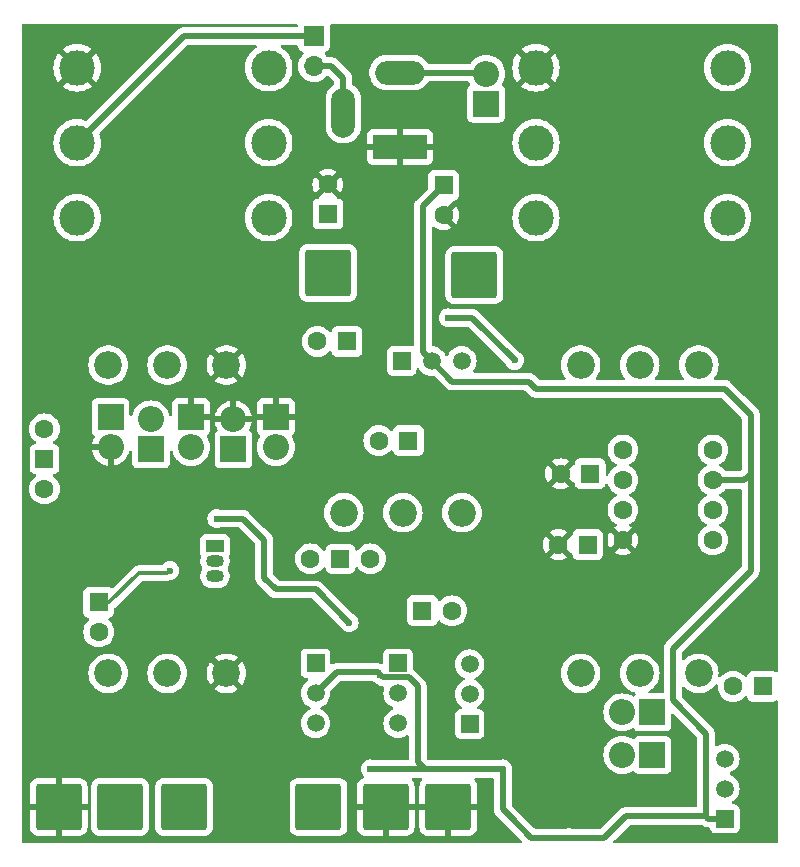
<source format=gbl>
G04 #@! TF.GenerationSoftware,KiCad,Pcbnew,8.0.1*
G04 #@! TF.CreationDate,2024-07-26T15:20:18+05:00*
G04 #@! TF.ProjectId,Life_pedal,4c696665-5f70-4656-9461-6c2e6b696361,rev?*
G04 #@! TF.SameCoordinates,Original*
G04 #@! TF.FileFunction,Copper,L4,Bot*
G04 #@! TF.FilePolarity,Positive*
%FSLAX46Y46*%
G04 Gerber Fmt 4.6, Leading zero omitted, Abs format (unit mm)*
G04 Created by KiCad (PCBNEW 8.0.1) date 2024-07-26 15:20:18*
%MOMM*%
%LPD*%
G01*
G04 APERTURE LIST*
G04 Aperture macros list*
%AMRoundRect*
0 Rectangle with rounded corners*
0 $1 Rounding radius*
0 $2 $3 $4 $5 $6 $7 $8 $9 X,Y pos of 4 corners*
0 Add a 4 corners polygon primitive as box body*
4,1,4,$2,$3,$4,$5,$6,$7,$8,$9,$2,$3,0*
0 Add four circle primitives for the rounded corners*
1,1,$1+$1,$2,$3*
1,1,$1+$1,$4,$5*
1,1,$1+$1,$6,$7*
1,1,$1+$1,$8,$9*
0 Add four rect primitives between the rounded corners*
20,1,$1+$1,$2,$3,$4,$5,0*
20,1,$1+$1,$4,$5,$6,$7,0*
20,1,$1+$1,$6,$7,$8,$9,0*
20,1,$1+$1,$8,$9,$2,$3,0*%
G04 Aperture macros list end*
G04 #@! TA.AperFunction,ComponentPad*
%ADD10O,2.200000X2.200000*%
G04 #@! TD*
G04 #@! TA.AperFunction,ComponentPad*
%ADD11R,2.200000X2.200000*%
G04 #@! TD*
G04 #@! TA.AperFunction,ComponentPad*
%ADD12R,1.600000X1.600000*%
G04 #@! TD*
G04 #@! TA.AperFunction,ComponentPad*
%ADD13C,1.600000*%
G04 #@! TD*
G04 #@! TA.AperFunction,ComponentPad*
%ADD14R,1.500000X1.050000*%
G04 #@! TD*
G04 #@! TA.AperFunction,ComponentPad*
%ADD15O,1.500000X1.050000*%
G04 #@! TD*
G04 #@! TA.AperFunction,ComponentPad*
%ADD16C,1.500000*%
G04 #@! TD*
G04 #@! TA.AperFunction,ComponentPad*
%ADD17R,1.500000X1.500000*%
G04 #@! TD*
G04 #@! TA.AperFunction,ComponentPad*
%ADD18RoundRect,0.250002X1.699998X-1.699998X1.699998X1.699998X-1.699998X1.699998X-1.699998X-1.699998X0*%
G04 #@! TD*
G04 #@! TA.AperFunction,ComponentPad*
%ADD19R,1.700000X1.700000*%
G04 #@! TD*
G04 #@! TA.AperFunction,ComponentPad*
%ADD20O,1.700000X1.700000*%
G04 #@! TD*
G04 #@! TA.AperFunction,ComponentPad*
%ADD21C,3.000000*%
G04 #@! TD*
G04 #@! TA.AperFunction,ComponentPad*
%ADD22R,4.600000X2.000000*%
G04 #@! TD*
G04 #@! TA.AperFunction,ComponentPad*
%ADD23O,4.200000X2.000000*%
G04 #@! TD*
G04 #@! TA.AperFunction,ComponentPad*
%ADD24O,2.000000X4.200000*%
G04 #@! TD*
G04 #@! TA.AperFunction,ComponentPad*
%ADD25C,2.340000*%
G04 #@! TD*
G04 #@! TA.AperFunction,ViaPad*
%ADD26C,0.600000*%
G04 #@! TD*
G04 #@! TA.AperFunction,Conductor*
%ADD27C,0.500000*%
G04 #@! TD*
G04 #@! TA.AperFunction,Conductor*
%ADD28C,0.300000*%
G04 #@! TD*
G04 APERTURE END LIST*
D10*
X123800000Y-70743533D03*
D11*
X123800000Y-68203533D03*
D10*
X127200000Y-68400000D03*
D11*
X127200000Y-70940000D03*
D12*
X150194888Y-84600000D03*
D13*
X152694888Y-84600000D03*
D14*
X132640001Y-79130000D03*
D15*
X132640001Y-80400001D03*
X132640001Y-81670000D03*
D16*
X154200000Y-89120001D03*
X154200000Y-91660000D03*
D17*
X154200000Y-94200000D03*
D11*
X169668234Y-96800000D03*
D10*
X167128234Y-96800000D03*
D18*
X119400000Y-101200000D03*
D17*
X118200000Y-71740000D03*
D13*
X118200000Y-69200000D03*
X118200000Y-74280000D03*
D18*
X154600000Y-56200000D03*
D17*
X175800000Y-102200000D03*
D16*
X175800000Y-99660000D03*
X175800000Y-97120001D03*
D11*
X134200000Y-70940000D03*
D10*
X134200000Y-68400000D03*
D12*
X164205112Y-79000000D03*
D13*
X161705112Y-79000000D03*
D17*
X148150000Y-89050000D03*
D16*
X148150000Y-91590000D03*
X148150000Y-94129999D03*
D18*
X141400000Y-101200000D03*
D12*
X143805112Y-61800000D03*
D13*
X141305112Y-61800000D03*
D18*
X147085714Y-101200000D03*
X130028572Y-101200000D03*
D19*
X141025000Y-35950000D03*
D20*
X141025000Y-38490000D03*
D18*
X142200000Y-56000000D03*
D13*
X174800000Y-70990000D03*
X174800000Y-73530000D03*
X174800000Y-76070000D03*
X174800000Y-78610000D03*
X167180000Y-78610000D03*
X167180000Y-76070000D03*
X167180000Y-73530000D03*
X167180000Y-70990000D03*
D11*
X130600000Y-68203532D03*
D10*
X130600000Y-70743532D03*
D17*
X148450000Y-63450000D03*
D16*
X150990000Y-63450000D03*
X153530000Y-63450000D03*
D12*
X179000000Y-91000000D03*
D13*
X176500000Y-91000000D03*
D11*
X137800000Y-68203532D03*
D10*
X137800000Y-70743532D03*
D12*
X164405113Y-73000000D03*
D13*
X161905113Y-73000000D03*
D18*
X124600000Y-101200000D03*
D11*
X155600000Y-41668234D03*
D10*
X155600000Y-39128234D03*
D21*
X159815000Y-44985000D03*
X176045000Y-44985000D03*
X159815000Y-38635000D03*
X176045000Y-38635000D03*
X159815000Y-51335000D03*
X176045000Y-51335000D03*
D22*
X148300000Y-45335000D03*
D23*
X148300000Y-39035000D03*
D24*
X143500000Y-42435000D03*
D17*
X143260000Y-80200000D03*
D13*
X145800000Y-80200000D03*
X140720000Y-80200000D03*
D17*
X141150000Y-89050000D03*
D16*
X141150000Y-91590000D03*
X141150000Y-94129999D03*
D12*
X149005113Y-70200000D03*
D13*
X146505113Y-70200000D03*
D21*
X120965000Y-44985000D03*
X137195000Y-44985000D03*
X120965000Y-38635000D03*
X137195000Y-38635000D03*
X120965000Y-51335000D03*
X137195000Y-51335000D03*
D18*
X152400000Y-101200000D03*
D11*
X169668234Y-93200000D03*
D10*
X167128234Y-93200000D03*
D12*
X152000000Y-48594887D03*
D13*
X152000000Y-51094887D03*
D12*
X142200000Y-51005113D03*
D13*
X142200000Y-48505113D03*
D12*
X122800000Y-83900000D03*
D13*
X122800000Y-86400000D03*
D25*
X163600000Y-63800000D03*
X168600000Y-63800000D03*
X173600000Y-63800000D03*
X153550000Y-76300000D03*
X148550000Y-76300000D03*
X143550000Y-76300000D03*
X133600000Y-89900000D03*
X128600000Y-89900000D03*
X123600000Y-89900000D03*
X133600000Y-63800000D03*
X128600000Y-63800000D03*
X123600000Y-63800000D03*
X173600000Y-89900000D03*
X168600000Y-89900000D03*
X163600000Y-89900000D03*
D26*
X152400000Y-59800000D03*
X158000000Y-63400000D03*
X132800000Y-76800000D03*
X144000000Y-85600000D03*
X146600000Y-90000000D03*
X145800000Y-98000000D03*
X157000000Y-98000000D03*
X162600000Y-103800000D03*
X147800000Y-66000000D03*
X156000000Y-67800000D03*
X155600000Y-75200000D03*
X165600000Y-83400000D03*
X178800000Y-95400000D03*
X164400000Y-102800000D03*
X158000000Y-89200000D03*
X144600000Y-97400000D03*
X144000000Y-94600000D03*
X128800000Y-81200000D03*
X138400000Y-85800000D03*
X136600000Y-84000000D03*
X132000000Y-84800000D03*
X133800000Y-97000000D03*
X133200000Y-97800000D03*
X146000000Y-47400000D03*
X155600000Y-49000000D03*
D27*
X153600000Y-59800000D02*
X152400000Y-59800000D01*
X158000000Y-63400000D02*
X154400000Y-59800000D01*
X154400000Y-59800000D02*
X153600000Y-59800000D01*
X136800000Y-81800000D02*
X136800000Y-78600000D01*
X136800000Y-78600000D02*
X135000000Y-76800000D01*
X137800000Y-82800000D02*
X136800000Y-81800000D01*
X141200000Y-82800000D02*
X137800000Y-82800000D01*
X135000000Y-76800000D02*
X132800000Y-76800000D01*
X144000000Y-85600000D02*
X141200000Y-82800000D01*
X146850000Y-90250000D02*
X146600000Y-90000000D01*
X149800000Y-91000000D02*
X149050000Y-90250000D01*
X149800000Y-97400000D02*
X149800000Y-91000000D01*
X150400000Y-98000000D02*
X149800000Y-97400000D01*
X149050000Y-90250000D02*
X146850000Y-90250000D01*
X142940000Y-89800000D02*
X146400000Y-89800000D01*
X141150000Y-91590000D02*
X142940000Y-89800000D01*
X146400000Y-89800000D02*
X146600000Y-90000000D01*
X150400000Y-98000000D02*
X157000000Y-98000000D01*
X145800000Y-98000000D02*
X150400000Y-98000000D01*
X157600000Y-102000000D02*
X157000000Y-101400000D01*
X157000000Y-101400000D02*
X157000000Y-98000000D01*
X159400000Y-103800000D02*
X157600000Y-102000000D01*
X162600000Y-103800000D02*
X159400000Y-103800000D01*
X165600000Y-103800000D02*
X162600000Y-103800000D01*
X166000000Y-103400000D02*
X165600000Y-103800000D01*
X174200000Y-102000000D02*
X167400000Y-102000000D01*
X167400000Y-102000000D02*
X166000000Y-103400000D01*
X174400000Y-102200000D02*
X175800000Y-102200000D01*
X174200000Y-102000000D02*
X174400000Y-102200000D01*
X174200000Y-95000000D02*
X174200000Y-102000000D01*
X171400000Y-87800000D02*
X171400000Y-92200000D01*
X171400000Y-92200000D02*
X174200000Y-95000000D01*
X178000000Y-81200000D02*
X171400000Y-87800000D01*
X178000000Y-73000000D02*
X178000000Y-81200000D01*
X175800000Y-65800000D02*
X178000000Y-68000000D01*
X159800000Y-65800000D02*
X175800000Y-65800000D01*
X177470000Y-73530000D02*
X174800000Y-73530000D01*
X159200000Y-65200000D02*
X159800000Y-65800000D01*
X178000000Y-68000000D02*
X178000000Y-73000000D01*
X178000000Y-73000000D02*
X177470000Y-73530000D01*
X150990000Y-63450000D02*
X152740000Y-65200000D01*
X152740000Y-65200000D02*
X159200000Y-65200000D01*
X150240000Y-62700000D02*
X150990000Y-63450000D01*
X150240000Y-50354887D02*
X150240000Y-62700000D01*
X152000000Y-48594887D02*
X150240000Y-50354887D01*
D28*
X126200000Y-81400000D02*
X128600000Y-81400000D01*
X123700000Y-83900000D02*
X126200000Y-81400000D01*
X128600000Y-81400000D02*
X128800000Y-81200000D01*
X122800000Y-83900000D02*
X123700000Y-83900000D01*
D27*
X155506766Y-39035000D02*
X155600000Y-39128234D01*
X148300000Y-39035000D02*
X155506766Y-39035000D01*
X142490000Y-38490000D02*
X143500000Y-39500000D01*
X143500000Y-39500000D02*
X143500000Y-42435000D01*
X141025000Y-38490000D02*
X142490000Y-38490000D01*
X130000000Y-35950000D02*
X120965000Y-44985000D01*
X141025000Y-35950000D02*
X130000000Y-35950000D01*
G04 #@! TA.AperFunction,Conductor*
G36*
X139619795Y-34920185D02*
G01*
X139665550Y-34972989D01*
X139676045Y-35037752D01*
X139674500Y-35052127D01*
X139674500Y-35052134D01*
X139674500Y-35075500D01*
X139654815Y-35142539D01*
X139602011Y-35188294D01*
X139550500Y-35199500D01*
X129926076Y-35199500D01*
X129897242Y-35205234D01*
X129897243Y-35205235D01*
X129781093Y-35228339D01*
X129781083Y-35228342D01*
X129701081Y-35261479D01*
X129701082Y-35261480D01*
X129644506Y-35284915D01*
X129603645Y-35312218D01*
X129521582Y-35367049D01*
X129521579Y-35367052D01*
X121803408Y-43085222D01*
X121742085Y-43118707D01*
X121672394Y-43113723D01*
X121530047Y-43060631D01*
X121250433Y-42999804D01*
X120965001Y-42979390D01*
X120964999Y-42979390D01*
X120679566Y-42999804D01*
X120399962Y-43060628D01*
X120131833Y-43160635D01*
X119880690Y-43297770D01*
X119880682Y-43297775D01*
X119651612Y-43469254D01*
X119651594Y-43469270D01*
X119449270Y-43671594D01*
X119449254Y-43671612D01*
X119277775Y-43900682D01*
X119277770Y-43900690D01*
X119140635Y-44151833D01*
X119040628Y-44419962D01*
X118979804Y-44699566D01*
X118959390Y-44984998D01*
X118959390Y-44985001D01*
X118979804Y-45270433D01*
X119040628Y-45550037D01*
X119040630Y-45550043D01*
X119040631Y-45550046D01*
X119134204Y-45800925D01*
X119140635Y-45818166D01*
X119277770Y-46069309D01*
X119277775Y-46069317D01*
X119449254Y-46298387D01*
X119449270Y-46298405D01*
X119651594Y-46500729D01*
X119651612Y-46500745D01*
X119880682Y-46672224D01*
X119880690Y-46672229D01*
X120131833Y-46809364D01*
X120131832Y-46809364D01*
X120131836Y-46809365D01*
X120131839Y-46809367D01*
X120399954Y-46909369D01*
X120399960Y-46909370D01*
X120399962Y-46909371D01*
X120679566Y-46970195D01*
X120679568Y-46970195D01*
X120679572Y-46970196D01*
X120933220Y-46988337D01*
X120964999Y-46990610D01*
X120965000Y-46990610D01*
X120965001Y-46990610D01*
X120993595Y-46988564D01*
X121250428Y-46970196D01*
X121530046Y-46909369D01*
X121798161Y-46809367D01*
X122049315Y-46672226D01*
X122278395Y-46500739D01*
X122480739Y-46298395D01*
X122652226Y-46069315D01*
X122789367Y-45818161D01*
X122889369Y-45550046D01*
X122950196Y-45270428D01*
X122970610Y-44985001D01*
X135189390Y-44985001D01*
X135209804Y-45270433D01*
X135270628Y-45550037D01*
X135270630Y-45550043D01*
X135270631Y-45550046D01*
X135364204Y-45800925D01*
X135370635Y-45818166D01*
X135507770Y-46069309D01*
X135507775Y-46069317D01*
X135679254Y-46298387D01*
X135679270Y-46298405D01*
X135881594Y-46500729D01*
X135881612Y-46500745D01*
X136110682Y-46672224D01*
X136110690Y-46672229D01*
X136361833Y-46809364D01*
X136361832Y-46809364D01*
X136361836Y-46809365D01*
X136361839Y-46809367D01*
X136629954Y-46909369D01*
X136629960Y-46909370D01*
X136629962Y-46909371D01*
X136909566Y-46970195D01*
X136909568Y-46970195D01*
X136909572Y-46970196D01*
X137163220Y-46988337D01*
X137194999Y-46990610D01*
X137195000Y-46990610D01*
X137195001Y-46990610D01*
X137223595Y-46988564D01*
X137480428Y-46970196D01*
X137760046Y-46909369D01*
X138028161Y-46809367D01*
X138279315Y-46672226D01*
X138508395Y-46500739D01*
X138626290Y-46382844D01*
X145500000Y-46382844D01*
X145506401Y-46442372D01*
X145506403Y-46442379D01*
X145556645Y-46577086D01*
X145556649Y-46577093D01*
X145642809Y-46692187D01*
X145642812Y-46692190D01*
X145757906Y-46778350D01*
X145757913Y-46778354D01*
X145892620Y-46828596D01*
X145892627Y-46828598D01*
X145952155Y-46834999D01*
X145952172Y-46835000D01*
X148050000Y-46835000D01*
X148050000Y-45835000D01*
X148550000Y-45835000D01*
X148550000Y-46835000D01*
X150647828Y-46835000D01*
X150647844Y-46834999D01*
X150707372Y-46828598D01*
X150707379Y-46828596D01*
X150842086Y-46778354D01*
X150842093Y-46778350D01*
X150957187Y-46692190D01*
X150957190Y-46692187D01*
X151043350Y-46577093D01*
X151043354Y-46577086D01*
X151093596Y-46442379D01*
X151093598Y-46442372D01*
X151099999Y-46382844D01*
X151100000Y-46382827D01*
X151100000Y-45585000D01*
X150033012Y-45585000D01*
X150065925Y-45527993D01*
X150100000Y-45400826D01*
X150100000Y-45269174D01*
X150065925Y-45142007D01*
X150033012Y-45085000D01*
X151100000Y-45085000D01*
X151100000Y-44985001D01*
X157809390Y-44985001D01*
X157829804Y-45270433D01*
X157890628Y-45550037D01*
X157890630Y-45550043D01*
X157890631Y-45550046D01*
X157984204Y-45800925D01*
X157990635Y-45818166D01*
X158127770Y-46069309D01*
X158127775Y-46069317D01*
X158299254Y-46298387D01*
X158299270Y-46298405D01*
X158501594Y-46500729D01*
X158501612Y-46500745D01*
X158730682Y-46672224D01*
X158730690Y-46672229D01*
X158981833Y-46809364D01*
X158981832Y-46809364D01*
X158981836Y-46809365D01*
X158981839Y-46809367D01*
X159249954Y-46909369D01*
X159249960Y-46909370D01*
X159249962Y-46909371D01*
X159529566Y-46970195D01*
X159529568Y-46970195D01*
X159529572Y-46970196D01*
X159783220Y-46988337D01*
X159814999Y-46990610D01*
X159815000Y-46990610D01*
X159815001Y-46990610D01*
X159843595Y-46988564D01*
X160100428Y-46970196D01*
X160380046Y-46909369D01*
X160648161Y-46809367D01*
X160899315Y-46672226D01*
X161128395Y-46500739D01*
X161330739Y-46298395D01*
X161502226Y-46069315D01*
X161639367Y-45818161D01*
X161739369Y-45550046D01*
X161800196Y-45270428D01*
X161820610Y-44985001D01*
X174039390Y-44985001D01*
X174059804Y-45270433D01*
X174120628Y-45550037D01*
X174120630Y-45550043D01*
X174120631Y-45550046D01*
X174214204Y-45800925D01*
X174220635Y-45818166D01*
X174357770Y-46069309D01*
X174357775Y-46069317D01*
X174529254Y-46298387D01*
X174529270Y-46298405D01*
X174731594Y-46500729D01*
X174731612Y-46500745D01*
X174960682Y-46672224D01*
X174960690Y-46672229D01*
X175211833Y-46809364D01*
X175211832Y-46809364D01*
X175211836Y-46809365D01*
X175211839Y-46809367D01*
X175479954Y-46909369D01*
X175479960Y-46909370D01*
X175479962Y-46909371D01*
X175759566Y-46970195D01*
X175759568Y-46970195D01*
X175759572Y-46970196D01*
X176013220Y-46988337D01*
X176044999Y-46990610D01*
X176045000Y-46990610D01*
X176045001Y-46990610D01*
X176073595Y-46988564D01*
X176330428Y-46970196D01*
X176610046Y-46909369D01*
X176878161Y-46809367D01*
X177129315Y-46672226D01*
X177358395Y-46500739D01*
X177560739Y-46298395D01*
X177732226Y-46069315D01*
X177869367Y-45818161D01*
X177969369Y-45550046D01*
X178030196Y-45270428D01*
X178050610Y-44985000D01*
X178030196Y-44699572D01*
X178025833Y-44679517D01*
X177969371Y-44419962D01*
X177969370Y-44419960D01*
X177969369Y-44419954D01*
X177869367Y-44151839D01*
X177732226Y-43900685D01*
X177725459Y-43891645D01*
X177560745Y-43671612D01*
X177560729Y-43671594D01*
X177358405Y-43469270D01*
X177358387Y-43469254D01*
X177129317Y-43297775D01*
X177129309Y-43297770D01*
X176878166Y-43160635D01*
X176878167Y-43160635D01*
X176752391Y-43113723D01*
X176610046Y-43060631D01*
X176610043Y-43060630D01*
X176610037Y-43060628D01*
X176330433Y-42999804D01*
X176045001Y-42979390D01*
X176044999Y-42979390D01*
X175759566Y-42999804D01*
X175479962Y-43060628D01*
X175211833Y-43160635D01*
X174960690Y-43297770D01*
X174960682Y-43297775D01*
X174731612Y-43469254D01*
X174731594Y-43469270D01*
X174529270Y-43671594D01*
X174529254Y-43671612D01*
X174357775Y-43900682D01*
X174357770Y-43900690D01*
X174220635Y-44151833D01*
X174120628Y-44419962D01*
X174059804Y-44699566D01*
X174039390Y-44984998D01*
X174039390Y-44985001D01*
X161820610Y-44985001D01*
X161820610Y-44985000D01*
X161800196Y-44699572D01*
X161795833Y-44679517D01*
X161739371Y-44419962D01*
X161739370Y-44419960D01*
X161739369Y-44419954D01*
X161639367Y-44151839D01*
X161502226Y-43900685D01*
X161495459Y-43891645D01*
X161330745Y-43671612D01*
X161330729Y-43671594D01*
X161128405Y-43469270D01*
X161128387Y-43469254D01*
X160899317Y-43297775D01*
X160899309Y-43297770D01*
X160648166Y-43160635D01*
X160648167Y-43160635D01*
X160522391Y-43113723D01*
X160380046Y-43060631D01*
X160380043Y-43060630D01*
X160380037Y-43060628D01*
X160100433Y-42999804D01*
X159815001Y-42979390D01*
X159814999Y-42979390D01*
X159529566Y-42999804D01*
X159249962Y-43060628D01*
X158981833Y-43160635D01*
X158730690Y-43297770D01*
X158730682Y-43297775D01*
X158501612Y-43469254D01*
X158501594Y-43469270D01*
X158299270Y-43671594D01*
X158299254Y-43671612D01*
X158127775Y-43900682D01*
X158127770Y-43900690D01*
X157990635Y-44151833D01*
X157890628Y-44419962D01*
X157829804Y-44699566D01*
X157809390Y-44984998D01*
X157809390Y-44985001D01*
X151100000Y-44985001D01*
X151100000Y-44287172D01*
X151099999Y-44287155D01*
X151093598Y-44227627D01*
X151093596Y-44227620D01*
X151043354Y-44092913D01*
X151043350Y-44092906D01*
X150957190Y-43977812D01*
X150957187Y-43977809D01*
X150842093Y-43891649D01*
X150842086Y-43891645D01*
X150707379Y-43841403D01*
X150707372Y-43841401D01*
X150647844Y-43835000D01*
X148550000Y-43835000D01*
X148550000Y-44835000D01*
X148050000Y-44835000D01*
X148050000Y-43835000D01*
X145952155Y-43835000D01*
X145892627Y-43841401D01*
X145892620Y-43841403D01*
X145757913Y-43891645D01*
X145757906Y-43891649D01*
X145642812Y-43977809D01*
X145642809Y-43977812D01*
X145556649Y-44092906D01*
X145556645Y-44092913D01*
X145506403Y-44227620D01*
X145506401Y-44227627D01*
X145500000Y-44287155D01*
X145500000Y-45085000D01*
X146566988Y-45085000D01*
X146534075Y-45142007D01*
X146500000Y-45269174D01*
X146500000Y-45400826D01*
X146534075Y-45527993D01*
X146566988Y-45585000D01*
X145500000Y-45585000D01*
X145500000Y-46382844D01*
X138626290Y-46382844D01*
X138710739Y-46298395D01*
X138882226Y-46069315D01*
X139019367Y-45818161D01*
X139119369Y-45550046D01*
X139180196Y-45270428D01*
X139200610Y-44985000D01*
X139180196Y-44699572D01*
X139175833Y-44679517D01*
X139119371Y-44419962D01*
X139119370Y-44419960D01*
X139119369Y-44419954D01*
X139019367Y-44151839D01*
X138882226Y-43900685D01*
X138875459Y-43891645D01*
X138710745Y-43671612D01*
X138710729Y-43671594D01*
X138508405Y-43469270D01*
X138508387Y-43469254D01*
X138279317Y-43297775D01*
X138279309Y-43297770D01*
X138028166Y-43160635D01*
X138028167Y-43160635D01*
X137902391Y-43113723D01*
X137760046Y-43060631D01*
X137760043Y-43060630D01*
X137760037Y-43060628D01*
X137480433Y-42999804D01*
X137195001Y-42979390D01*
X137194999Y-42979390D01*
X136909566Y-42999804D01*
X136629962Y-43060628D01*
X136361833Y-43160635D01*
X136110690Y-43297770D01*
X136110682Y-43297775D01*
X135881612Y-43469254D01*
X135881594Y-43469270D01*
X135679270Y-43671594D01*
X135679254Y-43671612D01*
X135507775Y-43900682D01*
X135507770Y-43900690D01*
X135370635Y-44151833D01*
X135270628Y-44419962D01*
X135209804Y-44699566D01*
X135189390Y-44984998D01*
X135189390Y-44985001D01*
X122970610Y-44985001D01*
X122970610Y-44985000D01*
X122950196Y-44699572D01*
X122945833Y-44679517D01*
X122909503Y-44512510D01*
X122889369Y-44419954D01*
X122836274Y-44277603D01*
X122831291Y-44207913D01*
X122864774Y-44146592D01*
X130274548Y-36736819D01*
X130335871Y-36703334D01*
X130362229Y-36700500D01*
X136077706Y-36700500D01*
X136144745Y-36720185D01*
X136190500Y-36772989D01*
X136200444Y-36842147D01*
X136171419Y-36905703D01*
X136137132Y-36933332D01*
X136110695Y-36947767D01*
X136110682Y-36947775D01*
X135881612Y-37119254D01*
X135881594Y-37119270D01*
X135679270Y-37321594D01*
X135679254Y-37321612D01*
X135507775Y-37550682D01*
X135507770Y-37550690D01*
X135370635Y-37801833D01*
X135270628Y-38069962D01*
X135209804Y-38349566D01*
X135189390Y-38634998D01*
X135189390Y-38635001D01*
X135209804Y-38920433D01*
X135270628Y-39200037D01*
X135270630Y-39200043D01*
X135270631Y-39200046D01*
X135330814Y-39361403D01*
X135370635Y-39468166D01*
X135507770Y-39719309D01*
X135507775Y-39719317D01*
X135679254Y-39948387D01*
X135679270Y-39948405D01*
X135881594Y-40150729D01*
X135881612Y-40150745D01*
X136110682Y-40322224D01*
X136110690Y-40322229D01*
X136361833Y-40459364D01*
X136361832Y-40459364D01*
X136361836Y-40459365D01*
X136361839Y-40459367D01*
X136629954Y-40559369D01*
X136629960Y-40559370D01*
X136629962Y-40559371D01*
X136909566Y-40620195D01*
X136909568Y-40620195D01*
X136909572Y-40620196D01*
X137163220Y-40638337D01*
X137194999Y-40640610D01*
X137195000Y-40640610D01*
X137195001Y-40640610D01*
X137223595Y-40638564D01*
X137480428Y-40620196D01*
X137760046Y-40559369D01*
X138028161Y-40459367D01*
X138279315Y-40322226D01*
X138508395Y-40150739D01*
X138710739Y-39948395D01*
X138882226Y-39719315D01*
X139019367Y-39468161D01*
X139119369Y-39200046D01*
X139180196Y-38920428D01*
X139200610Y-38635000D01*
X139180196Y-38349572D01*
X139166040Y-38284500D01*
X139119371Y-38069962D01*
X139119370Y-38069960D01*
X139119369Y-38069954D01*
X139019367Y-37801839D01*
X138991965Y-37751657D01*
X138882229Y-37550690D01*
X138882224Y-37550682D01*
X138710745Y-37321612D01*
X138710729Y-37321594D01*
X138508405Y-37119270D01*
X138508387Y-37119254D01*
X138279317Y-36947775D01*
X138279304Y-36947767D01*
X138252868Y-36933332D01*
X138203462Y-36883927D01*
X138188610Y-36815654D01*
X138213027Y-36750190D01*
X138268960Y-36708318D01*
X138312294Y-36700500D01*
X139550501Y-36700500D01*
X139617540Y-36720185D01*
X139663295Y-36772989D01*
X139674501Y-36824500D01*
X139674501Y-36847876D01*
X139680908Y-36907483D01*
X139731202Y-37042328D01*
X139731206Y-37042335D01*
X139817452Y-37157544D01*
X139817455Y-37157547D01*
X139932664Y-37243793D01*
X139932671Y-37243797D01*
X140064081Y-37292810D01*
X140120015Y-37334681D01*
X140144432Y-37400145D01*
X140129580Y-37468418D01*
X140108430Y-37496673D01*
X139986503Y-37618600D01*
X139850965Y-37812169D01*
X139850964Y-37812171D01*
X139751098Y-38026335D01*
X139751094Y-38026344D01*
X139689938Y-38254586D01*
X139689936Y-38254596D01*
X139669341Y-38489999D01*
X139669341Y-38490000D01*
X139689936Y-38725403D01*
X139689938Y-38725413D01*
X139751094Y-38953655D01*
X139751096Y-38953659D01*
X139751097Y-38953663D01*
X139782772Y-39021589D01*
X139850965Y-39167830D01*
X139850967Y-39167834D01*
X139959281Y-39322521D01*
X139986505Y-39361401D01*
X140153599Y-39528495D01*
X140250384Y-39596265D01*
X140347165Y-39664032D01*
X140347167Y-39664033D01*
X140347170Y-39664035D01*
X140561337Y-39763903D01*
X140789592Y-39825063D01*
X140977918Y-39841539D01*
X141024999Y-39845659D01*
X141025000Y-39845659D01*
X141025001Y-39845659D01*
X141064234Y-39842226D01*
X141260408Y-39825063D01*
X141488663Y-39763903D01*
X141702830Y-39664035D01*
X141896401Y-39528495D01*
X142063495Y-39361401D01*
X142076150Y-39343326D01*
X142130725Y-39299704D01*
X142200224Y-39292512D01*
X142262579Y-39324034D01*
X142265404Y-39326772D01*
X142713181Y-39774549D01*
X142746666Y-39835872D01*
X142749500Y-39862230D01*
X142749500Y-39962368D01*
X142729815Y-40029407D01*
X142698386Y-40062686D01*
X142522488Y-40190484D01*
X142355485Y-40357487D01*
X142355485Y-40357488D01*
X142355483Y-40357490D01*
X142306023Y-40425566D01*
X142216657Y-40548566D01*
X142109433Y-40759003D01*
X142036446Y-40983631D01*
X141999500Y-41216902D01*
X141999500Y-43653097D01*
X142036446Y-43886368D01*
X142109433Y-44110996D01*
X142168860Y-44227627D01*
X142216657Y-44321433D01*
X142355483Y-44512510D01*
X142522490Y-44679517D01*
X142713567Y-44818343D01*
X142812991Y-44869002D01*
X142924003Y-44925566D01*
X142924005Y-44925566D01*
X142924008Y-44925568D01*
X143044412Y-44964689D01*
X143148631Y-44998553D01*
X143381903Y-45035500D01*
X143381908Y-45035500D01*
X143618097Y-45035500D01*
X143851368Y-44998553D01*
X144075992Y-44925568D01*
X144286433Y-44818343D01*
X144477510Y-44679517D01*
X144644517Y-44512510D01*
X144783343Y-44321433D01*
X144890568Y-44110992D01*
X144963553Y-43886368D01*
X144997567Y-43671612D01*
X145000500Y-43653097D01*
X145000500Y-41216902D01*
X144963553Y-40983631D01*
X144890566Y-40759003D01*
X144819839Y-40620195D01*
X144783343Y-40548567D01*
X144644517Y-40357490D01*
X144477510Y-40190483D01*
X144422807Y-40150739D01*
X144301614Y-40062686D01*
X144258949Y-40007355D01*
X144250500Y-39962368D01*
X144250500Y-39426080D01*
X144241211Y-39379382D01*
X144237634Y-39361401D01*
X144221659Y-39281088D01*
X144188090Y-39200046D01*
X144179259Y-39178726D01*
X144168643Y-39153097D01*
X145699500Y-39153097D01*
X145736446Y-39386368D01*
X145809433Y-39610996D01*
X145864622Y-39719309D01*
X145916657Y-39821433D01*
X146055483Y-40012510D01*
X146222490Y-40179517D01*
X146413567Y-40318343D01*
X146512991Y-40369002D01*
X146624003Y-40425566D01*
X146624005Y-40425566D01*
X146624008Y-40425568D01*
X146726618Y-40458908D01*
X146848631Y-40498553D01*
X147081903Y-40535500D01*
X147081908Y-40535500D01*
X149518097Y-40535500D01*
X149751368Y-40498553D01*
X149975992Y-40425568D01*
X150186433Y-40318343D01*
X150377510Y-40179517D01*
X150544517Y-40012510D01*
X150672313Y-39836613D01*
X150727643Y-39793949D01*
X150772631Y-39785500D01*
X154057068Y-39785500D01*
X154124107Y-39805185D01*
X154167552Y-39853204D01*
X154169533Y-39857093D01*
X154250520Y-39989250D01*
X154268765Y-40056696D01*
X154247649Y-40123298D01*
X154219105Y-40153306D01*
X154142452Y-40210689D01*
X154056206Y-40325898D01*
X154056202Y-40325905D01*
X154005908Y-40460751D01*
X153999501Y-40520350D01*
X153999501Y-40520357D01*
X153999500Y-40520369D01*
X153999500Y-42816104D01*
X153999501Y-42816110D01*
X154005908Y-42875717D01*
X154056202Y-43010562D01*
X154056206Y-43010569D01*
X154142452Y-43125778D01*
X154142455Y-43125781D01*
X154257664Y-43212027D01*
X154257671Y-43212031D01*
X154392517Y-43262325D01*
X154392516Y-43262325D01*
X154399444Y-43263069D01*
X154452127Y-43268734D01*
X156747872Y-43268733D01*
X156807483Y-43262325D01*
X156942331Y-43212030D01*
X157057546Y-43125780D01*
X157143796Y-43010565D01*
X157194091Y-42875717D01*
X157200500Y-42816107D01*
X157200499Y-40520362D01*
X157194091Y-40460751D01*
X157155576Y-40357488D01*
X157143797Y-40325905D01*
X157143793Y-40325898D01*
X157057547Y-40210689D01*
X156980894Y-40153306D01*
X156939024Y-40097372D01*
X156934040Y-40027680D01*
X156949476Y-39989255D01*
X157030466Y-39857093D01*
X157126873Y-39624345D01*
X157185683Y-39379382D01*
X157205449Y-39128234D01*
X157185683Y-38877086D01*
X157127564Y-38635001D01*
X157809891Y-38635001D01*
X157830300Y-38920362D01*
X157891109Y-39199895D01*
X157991091Y-39467958D01*
X158128191Y-39719038D01*
X158128196Y-39719046D01*
X158234882Y-39861561D01*
X158234883Y-39861562D01*
X159175689Y-38920756D01*
X159194668Y-38966574D01*
X159271274Y-39081224D01*
X159368776Y-39178726D01*
X159483426Y-39255332D01*
X159529242Y-39274309D01*
X158588436Y-40215115D01*
X158730960Y-40321807D01*
X158730961Y-40321808D01*
X158982042Y-40458908D01*
X158982041Y-40458908D01*
X159250104Y-40558890D01*
X159529637Y-40619699D01*
X159814999Y-40640109D01*
X159815001Y-40640109D01*
X160100362Y-40619699D01*
X160379895Y-40558890D01*
X160647958Y-40458908D01*
X160899047Y-40321803D01*
X161041561Y-40215116D01*
X161041562Y-40215115D01*
X160100757Y-39274309D01*
X160146574Y-39255332D01*
X160261224Y-39178726D01*
X160358726Y-39081224D01*
X160435332Y-38966574D01*
X160454309Y-38920756D01*
X161395115Y-39861562D01*
X161395116Y-39861561D01*
X161501803Y-39719047D01*
X161638908Y-39467958D01*
X161738890Y-39199895D01*
X161799699Y-38920362D01*
X161820109Y-38635001D01*
X174039390Y-38635001D01*
X174059804Y-38920433D01*
X174120628Y-39200037D01*
X174120630Y-39200043D01*
X174120631Y-39200046D01*
X174180814Y-39361403D01*
X174220635Y-39468166D01*
X174357770Y-39719309D01*
X174357775Y-39719317D01*
X174529254Y-39948387D01*
X174529270Y-39948405D01*
X174731594Y-40150729D01*
X174731612Y-40150745D01*
X174960682Y-40322224D01*
X174960690Y-40322229D01*
X175211833Y-40459364D01*
X175211832Y-40459364D01*
X175211836Y-40459365D01*
X175211839Y-40459367D01*
X175479954Y-40559369D01*
X175479960Y-40559370D01*
X175479962Y-40559371D01*
X175759566Y-40620195D01*
X175759568Y-40620195D01*
X175759572Y-40620196D01*
X176013220Y-40638337D01*
X176044999Y-40640610D01*
X176045000Y-40640610D01*
X176045001Y-40640610D01*
X176073595Y-40638564D01*
X176330428Y-40620196D01*
X176610046Y-40559369D01*
X176878161Y-40459367D01*
X177129315Y-40322226D01*
X177358395Y-40150739D01*
X177560739Y-39948395D01*
X177732226Y-39719315D01*
X177869367Y-39468161D01*
X177969369Y-39200046D01*
X178030196Y-38920428D01*
X178050610Y-38635000D01*
X178030196Y-38349572D01*
X178016040Y-38284500D01*
X177969371Y-38069962D01*
X177969370Y-38069960D01*
X177969369Y-38069954D01*
X177869367Y-37801839D01*
X177841965Y-37751657D01*
X177732229Y-37550690D01*
X177732224Y-37550682D01*
X177560745Y-37321612D01*
X177560729Y-37321594D01*
X177358405Y-37119270D01*
X177358387Y-37119254D01*
X177129317Y-36947775D01*
X177129309Y-36947770D01*
X176878166Y-36810635D01*
X176878167Y-36810635D01*
X176716107Y-36750190D01*
X176610046Y-36710631D01*
X176610043Y-36710630D01*
X176610037Y-36710628D01*
X176330433Y-36649804D01*
X176045001Y-36629390D01*
X176044999Y-36629390D01*
X175759566Y-36649804D01*
X175479962Y-36710628D01*
X175211833Y-36810635D01*
X174960690Y-36947770D01*
X174960682Y-36947775D01*
X174731612Y-37119254D01*
X174731594Y-37119270D01*
X174529270Y-37321594D01*
X174529254Y-37321612D01*
X174357775Y-37550682D01*
X174357770Y-37550690D01*
X174220635Y-37801833D01*
X174120628Y-38069962D01*
X174059804Y-38349566D01*
X174039390Y-38634998D01*
X174039390Y-38635001D01*
X161820109Y-38635001D01*
X161820109Y-38634998D01*
X161799699Y-38349637D01*
X161738890Y-38070104D01*
X161638908Y-37802041D01*
X161501808Y-37550961D01*
X161501807Y-37550960D01*
X161395115Y-37408436D01*
X160454309Y-38349242D01*
X160435332Y-38303426D01*
X160358726Y-38188776D01*
X160261224Y-38091274D01*
X160146574Y-38014668D01*
X160100756Y-37995689D01*
X161041562Y-37054883D01*
X161041561Y-37054882D01*
X160899046Y-36948196D01*
X160899038Y-36948191D01*
X160647957Y-36811091D01*
X160647958Y-36811091D01*
X160379895Y-36711109D01*
X160100362Y-36650300D01*
X159815001Y-36629891D01*
X159814999Y-36629891D01*
X159529637Y-36650300D01*
X159250104Y-36711109D01*
X158982041Y-36811091D01*
X158730961Y-36948191D01*
X158730953Y-36948196D01*
X158588437Y-37054882D01*
X158588436Y-37054883D01*
X159529243Y-37995689D01*
X159483426Y-38014668D01*
X159368776Y-38091274D01*
X159271274Y-38188776D01*
X159194668Y-38303426D01*
X159175690Y-38349243D01*
X158234883Y-37408436D01*
X158234882Y-37408437D01*
X158128196Y-37550953D01*
X158128191Y-37550961D01*
X157991091Y-37802041D01*
X157891109Y-38070104D01*
X157830300Y-38349637D01*
X157809891Y-38634998D01*
X157809891Y-38635001D01*
X157127564Y-38635001D01*
X157126873Y-38632123D01*
X157030466Y-38399375D01*
X157030466Y-38399374D01*
X156898839Y-38184580D01*
X156898838Y-38184577D01*
X156819149Y-38091274D01*
X156735224Y-37993010D01*
X156576928Y-37857812D01*
X156543656Y-37829395D01*
X156543653Y-37829394D01*
X156328859Y-37697767D01*
X156096110Y-37601360D01*
X155851151Y-37542551D01*
X155600000Y-37522785D01*
X155348848Y-37542551D01*
X155103889Y-37601360D01*
X154871140Y-37697767D01*
X154656346Y-37829394D01*
X154656343Y-37829395D01*
X154464776Y-37993010D01*
X154301162Y-38184577D01*
X154286270Y-38208879D01*
X154276213Y-38225290D01*
X154224404Y-38272165D01*
X154170487Y-38284500D01*
X150772631Y-38284500D01*
X150705592Y-38264815D01*
X150672313Y-38233386D01*
X150639902Y-38188776D01*
X150544517Y-38057490D01*
X150377510Y-37890483D01*
X150186433Y-37751657D01*
X150123940Y-37719815D01*
X149975996Y-37644433D01*
X149751368Y-37571446D01*
X149518097Y-37534500D01*
X149518092Y-37534500D01*
X147081908Y-37534500D01*
X147081903Y-37534500D01*
X146848631Y-37571446D01*
X146624003Y-37644433D01*
X146413566Y-37751657D01*
X146330277Y-37812171D01*
X146222490Y-37890483D01*
X146222488Y-37890485D01*
X146222487Y-37890485D01*
X146055485Y-38057487D01*
X146055485Y-38057488D01*
X146055483Y-38057490D01*
X145995862Y-38139550D01*
X145916657Y-38248566D01*
X145809433Y-38459003D01*
X145736446Y-38683631D01*
X145699500Y-38916902D01*
X145699500Y-39153097D01*
X144168643Y-39153097D01*
X144165085Y-39144506D01*
X144132186Y-39095270D01*
X144132185Y-39095268D01*
X144082956Y-39021589D01*
X144082952Y-39021584D01*
X142968421Y-37907052D01*
X142968414Y-37907046D01*
X142894729Y-37857812D01*
X142894729Y-37857813D01*
X142845491Y-37824913D01*
X142708917Y-37768343D01*
X142708907Y-37768340D01*
X142563920Y-37739500D01*
X142563918Y-37739500D01*
X142212701Y-37739500D01*
X142145662Y-37719815D01*
X142111126Y-37686623D01*
X142063496Y-37618600D01*
X142016342Y-37571446D01*
X141941567Y-37496671D01*
X141908084Y-37435351D01*
X141913068Y-37365659D01*
X141954939Y-37309725D01*
X141985915Y-37292810D01*
X142117331Y-37243796D01*
X142232546Y-37157546D01*
X142318796Y-37042331D01*
X142369091Y-36907483D01*
X142375500Y-36847873D01*
X142375499Y-35052128D01*
X142373954Y-35037752D01*
X142386361Y-34968993D01*
X142433973Y-34917857D01*
X142497244Y-34900500D01*
X180175500Y-34900500D01*
X180242539Y-34920185D01*
X180288294Y-34972989D01*
X180299500Y-35024500D01*
X180299500Y-89700998D01*
X180279815Y-89768037D01*
X180227011Y-89813792D01*
X180157853Y-89823736D01*
X180101189Y-89800265D01*
X180042331Y-89756204D01*
X180042328Y-89756202D01*
X179907482Y-89705908D01*
X179907483Y-89705908D01*
X179847883Y-89699501D01*
X179847881Y-89699500D01*
X179847873Y-89699500D01*
X179847864Y-89699500D01*
X178152129Y-89699500D01*
X178152123Y-89699501D01*
X178092516Y-89705908D01*
X177957671Y-89756202D01*
X177957664Y-89756206D01*
X177842455Y-89842452D01*
X177842452Y-89842455D01*
X177756206Y-89957664D01*
X177756202Y-89957671D01*
X177705909Y-90092513D01*
X177704632Y-90097922D01*
X177670058Y-90158638D01*
X177608147Y-90191023D01*
X177538556Y-90184796D01*
X177496274Y-90157087D01*
X177339141Y-89999954D01*
X177152734Y-89869432D01*
X177152732Y-89869431D01*
X176946497Y-89773261D01*
X176946488Y-89773258D01*
X176726697Y-89714366D01*
X176726693Y-89714365D01*
X176726692Y-89714365D01*
X176726691Y-89714364D01*
X176726686Y-89714364D01*
X176500002Y-89694532D01*
X176499998Y-89694532D01*
X176273313Y-89714364D01*
X176273302Y-89714366D01*
X176053511Y-89773258D01*
X176053502Y-89773261D01*
X175847267Y-89869431D01*
X175847265Y-89869432D01*
X175660858Y-89999954D01*
X175499955Y-90160857D01*
X175485321Y-90181757D01*
X175430744Y-90225381D01*
X175361245Y-90232573D01*
X175298891Y-90201050D01*
X175263478Y-90140820D01*
X175260094Y-90101365D01*
X175275184Y-89900003D01*
X175275184Y-89899995D01*
X175256475Y-89650336D01*
X175256474Y-89650331D01*
X175256474Y-89650327D01*
X175200760Y-89406231D01*
X175109289Y-89173165D01*
X174984102Y-88956335D01*
X174827997Y-88760586D01*
X174827995Y-88760584D01*
X174827993Y-88760581D01*
X174644460Y-88590288D01*
X174592480Y-88554849D01*
X174437592Y-88449248D01*
X174437588Y-88449246D01*
X174437585Y-88449244D01*
X174437584Y-88449243D01*
X174212015Y-88340616D01*
X174212017Y-88340616D01*
X173972765Y-88266816D01*
X173972759Y-88266814D01*
X173725194Y-88229500D01*
X173725187Y-88229500D01*
X173474813Y-88229500D01*
X173474805Y-88229500D01*
X173227240Y-88266814D01*
X173227234Y-88266816D01*
X172987983Y-88340616D01*
X172762415Y-88449243D01*
X172762414Y-88449244D01*
X172555539Y-88590288D01*
X172372004Y-88760583D01*
X172372004Y-88760584D01*
X172371439Y-88761293D01*
X172371174Y-88761478D01*
X172368856Y-88763978D01*
X172368601Y-88763741D01*
X172368601Y-88763742D01*
X172368597Y-88763738D01*
X172368320Y-88763481D01*
X172314247Y-88801427D01*
X172244435Y-88804270D01*
X172184168Y-88768918D01*
X172152582Y-88706596D01*
X172150500Y-88683970D01*
X172150500Y-88162229D01*
X172170185Y-88095190D01*
X172186819Y-88074548D01*
X178582950Y-81678417D01*
X178582952Y-81678415D01*
X178625545Y-81614669D01*
X178665084Y-81555495D01*
X178702954Y-81464069D01*
X178708576Y-81450498D01*
X178721657Y-81418916D01*
X178721659Y-81418912D01*
X178750500Y-81273917D01*
X178750500Y-81126082D01*
X178750500Y-72926082D01*
X178750500Y-67926082D01*
X178750500Y-67926079D01*
X178721659Y-67781092D01*
X178721658Y-67781091D01*
X178721658Y-67781087D01*
X178665084Y-67644505D01*
X178591166Y-67533878D01*
X178582952Y-67521584D01*
X177444319Y-66382951D01*
X176278421Y-65217052D01*
X176278414Y-65217046D01*
X176204729Y-65167812D01*
X176204729Y-65167813D01*
X176155491Y-65134913D01*
X176018917Y-65078343D01*
X176018907Y-65078340D01*
X175873920Y-65049500D01*
X175873918Y-65049500D01*
X174997695Y-65049500D01*
X174930656Y-65029815D01*
X174884901Y-64977011D01*
X174874957Y-64907853D01*
X174900748Y-64848187D01*
X174984102Y-64743665D01*
X175109289Y-64526835D01*
X175200760Y-64293769D01*
X175256474Y-64049673D01*
X175275184Y-63800000D01*
X175271401Y-63749523D01*
X175256475Y-63550336D01*
X175256474Y-63550331D01*
X175256474Y-63550327D01*
X175200760Y-63306231D01*
X175109289Y-63073165D01*
X174984102Y-62856335D01*
X174827997Y-62660586D01*
X174827996Y-62660585D01*
X174827993Y-62660581D01*
X174644460Y-62490288D01*
X174641694Y-62488402D01*
X174437592Y-62349248D01*
X174437588Y-62349246D01*
X174437585Y-62349244D01*
X174437584Y-62349243D01*
X174212015Y-62240616D01*
X174212017Y-62240616D01*
X173972765Y-62166816D01*
X173972759Y-62166814D01*
X173725194Y-62129500D01*
X173725187Y-62129500D01*
X173474813Y-62129500D01*
X173474805Y-62129500D01*
X173227240Y-62166814D01*
X173227234Y-62166816D01*
X172987983Y-62240616D01*
X172762415Y-62349243D01*
X172762414Y-62349244D01*
X172555539Y-62490288D01*
X172372006Y-62660581D01*
X172215898Y-62856335D01*
X172090711Y-63073164D01*
X171999242Y-63306225D01*
X171999236Y-63306244D01*
X171943525Y-63550331D01*
X171943524Y-63550336D01*
X171924816Y-63799995D01*
X171924816Y-63800004D01*
X171943524Y-64049663D01*
X171943525Y-64049668D01*
X171999236Y-64293755D01*
X171999238Y-64293764D01*
X171999240Y-64293769D01*
X172090711Y-64526835D01*
X172215898Y-64743665D01*
X172254161Y-64791645D01*
X172299252Y-64848187D01*
X172325660Y-64912874D01*
X172312905Y-64981569D01*
X172265034Y-65032463D01*
X172202305Y-65049500D01*
X169997695Y-65049500D01*
X169930656Y-65029815D01*
X169884901Y-64977011D01*
X169874957Y-64907853D01*
X169900748Y-64848187D01*
X169984102Y-64743665D01*
X170109289Y-64526835D01*
X170200760Y-64293769D01*
X170256474Y-64049673D01*
X170275184Y-63800000D01*
X170271401Y-63749523D01*
X170256475Y-63550336D01*
X170256474Y-63550331D01*
X170256474Y-63550327D01*
X170200760Y-63306231D01*
X170109289Y-63073165D01*
X169984102Y-62856335D01*
X169827997Y-62660586D01*
X169827996Y-62660585D01*
X169827993Y-62660581D01*
X169644460Y-62490288D01*
X169641694Y-62488402D01*
X169437592Y-62349248D01*
X169437588Y-62349246D01*
X169437585Y-62349244D01*
X169437584Y-62349243D01*
X169212015Y-62240616D01*
X169212017Y-62240616D01*
X168972765Y-62166816D01*
X168972759Y-62166814D01*
X168725194Y-62129500D01*
X168725187Y-62129500D01*
X168474813Y-62129500D01*
X168474805Y-62129500D01*
X168227240Y-62166814D01*
X168227234Y-62166816D01*
X167987983Y-62240616D01*
X167762415Y-62349243D01*
X167762414Y-62349244D01*
X167555539Y-62490288D01*
X167372006Y-62660581D01*
X167215898Y-62856335D01*
X167090711Y-63073164D01*
X166999242Y-63306225D01*
X166999236Y-63306244D01*
X166943525Y-63550331D01*
X166943524Y-63550336D01*
X166924816Y-63799995D01*
X166924816Y-63800004D01*
X166943524Y-64049663D01*
X166943525Y-64049668D01*
X166999236Y-64293755D01*
X166999238Y-64293764D01*
X166999240Y-64293769D01*
X167090711Y-64526835D01*
X167215898Y-64743665D01*
X167254161Y-64791645D01*
X167299252Y-64848187D01*
X167325660Y-64912874D01*
X167312905Y-64981569D01*
X167265034Y-65032463D01*
X167202305Y-65049500D01*
X164997695Y-65049500D01*
X164930656Y-65029815D01*
X164884901Y-64977011D01*
X164874957Y-64907853D01*
X164900748Y-64848187D01*
X164984102Y-64743665D01*
X165109289Y-64526835D01*
X165200760Y-64293769D01*
X165256474Y-64049673D01*
X165275184Y-63800000D01*
X165271401Y-63749523D01*
X165256475Y-63550336D01*
X165256474Y-63550331D01*
X165256474Y-63550327D01*
X165200760Y-63306231D01*
X165109289Y-63073165D01*
X164984102Y-62856335D01*
X164827997Y-62660586D01*
X164827996Y-62660585D01*
X164827993Y-62660581D01*
X164644460Y-62490288D01*
X164641694Y-62488402D01*
X164437592Y-62349248D01*
X164437588Y-62349246D01*
X164437585Y-62349244D01*
X164437584Y-62349243D01*
X164212015Y-62240616D01*
X164212017Y-62240616D01*
X163972765Y-62166816D01*
X163972759Y-62166814D01*
X163725194Y-62129500D01*
X163725187Y-62129500D01*
X163474813Y-62129500D01*
X163474805Y-62129500D01*
X163227240Y-62166814D01*
X163227234Y-62166816D01*
X162987983Y-62240616D01*
X162762415Y-62349243D01*
X162762414Y-62349244D01*
X162555539Y-62490288D01*
X162372006Y-62660581D01*
X162215898Y-62856335D01*
X162090711Y-63073164D01*
X161999242Y-63306225D01*
X161999236Y-63306244D01*
X161943525Y-63550331D01*
X161943524Y-63550336D01*
X161924816Y-63799995D01*
X161924816Y-63800004D01*
X161943524Y-64049663D01*
X161943525Y-64049668D01*
X161999236Y-64293755D01*
X161999238Y-64293764D01*
X161999240Y-64293769D01*
X162090711Y-64526835D01*
X162215898Y-64743665D01*
X162254161Y-64791645D01*
X162299252Y-64848187D01*
X162325660Y-64912874D01*
X162312905Y-64981569D01*
X162265034Y-65032463D01*
X162202305Y-65049500D01*
X160162229Y-65049500D01*
X160095190Y-65029815D01*
X160074548Y-65013181D01*
X159678421Y-64617052D01*
X159678420Y-64617051D01*
X159589363Y-64557546D01*
X159555495Y-64534916D01*
X159555488Y-64534912D01*
X159418917Y-64478343D01*
X159418907Y-64478340D01*
X159273920Y-64449500D01*
X159273918Y-64449500D01*
X158043043Y-64449500D01*
X158000101Y-64436890D01*
X157978351Y-64447640D01*
X157956957Y-64449500D01*
X154594923Y-64449500D01*
X154527884Y-64429815D01*
X154482129Y-64377011D01*
X154472185Y-64307853D01*
X154493346Y-64254380D01*
X154617102Y-64077639D01*
X154709575Y-63879330D01*
X154766207Y-63667977D01*
X154785277Y-63450000D01*
X154766207Y-63232023D01*
X154709575Y-63020670D01*
X154617102Y-62822362D01*
X154617100Y-62822359D01*
X154617099Y-62822357D01*
X154491599Y-62643124D01*
X154440992Y-62592517D01*
X154336877Y-62488402D01*
X154157639Y-62362898D01*
X154157640Y-62362898D01*
X154157638Y-62362897D01*
X154033279Y-62304908D01*
X153959330Y-62270425D01*
X153959326Y-62270424D01*
X153959322Y-62270422D01*
X153747977Y-62213793D01*
X153530002Y-62194723D01*
X153529998Y-62194723D01*
X153402151Y-62205908D01*
X153312023Y-62213793D01*
X153312020Y-62213793D01*
X153100677Y-62270422D01*
X153100668Y-62270426D01*
X152902361Y-62362898D01*
X152902357Y-62362900D01*
X152723121Y-62488402D01*
X152568402Y-62643121D01*
X152442900Y-62822357D01*
X152442898Y-62822361D01*
X152372382Y-62973583D01*
X152326209Y-63026022D01*
X152259016Y-63045174D01*
X152192135Y-63024958D01*
X152147618Y-62973583D01*
X152133118Y-62942488D01*
X152077102Y-62822362D01*
X152077100Y-62822359D01*
X152077099Y-62822357D01*
X151951599Y-62643124D01*
X151900992Y-62592517D01*
X151796877Y-62488402D01*
X151617639Y-62362898D01*
X151617640Y-62362898D01*
X151617638Y-62362897D01*
X151493279Y-62304908D01*
X151419330Y-62270425D01*
X151419326Y-62270424D01*
X151419322Y-62270422D01*
X151207982Y-62213794D01*
X151207972Y-62213792D01*
X151103692Y-62204669D01*
X151038624Y-62179216D01*
X150997645Y-62122625D01*
X150990500Y-62081141D01*
X150990500Y-59800003D01*
X151594435Y-59800003D01*
X151614630Y-59979249D01*
X151614631Y-59979254D01*
X151674211Y-60149523D01*
X151770184Y-60302262D01*
X151897738Y-60429816D01*
X151988080Y-60486582D01*
X152018837Y-60505908D01*
X152050478Y-60525789D01*
X152186137Y-60573258D01*
X152220745Y-60585368D01*
X152220750Y-60585369D01*
X152399996Y-60605565D01*
X152400000Y-60605565D01*
X152400004Y-60605565D01*
X152579249Y-60585369D01*
X152579252Y-60585368D01*
X152579255Y-60585368D01*
X152659017Y-60557457D01*
X152699972Y-60550500D01*
X153526082Y-60550500D01*
X154037770Y-60550500D01*
X154104809Y-60570185D01*
X154125451Y-60586819D01*
X157246692Y-63708060D01*
X157269356Y-63744129D01*
X157271188Y-63743247D01*
X157274207Y-63749516D01*
X157305925Y-63799995D01*
X157370184Y-63902262D01*
X157497738Y-64029816D01*
X157650478Y-64125789D01*
X157729823Y-64153553D01*
X157820745Y-64185368D01*
X157820750Y-64185369D01*
X157970840Y-64202280D01*
X157997366Y-64213426D01*
X158008108Y-64206523D01*
X158029160Y-64202280D01*
X158179249Y-64185369D01*
X158179252Y-64185368D01*
X158179255Y-64185368D01*
X158349522Y-64125789D01*
X158502262Y-64029816D01*
X158629816Y-63902262D01*
X158725789Y-63749522D01*
X158785368Y-63579255D01*
X158788619Y-63550400D01*
X158805565Y-63400003D01*
X158805565Y-63399996D01*
X158785369Y-63220750D01*
X158785368Y-63220745D01*
X158733803Y-63073381D01*
X158725789Y-63050478D01*
X158722456Y-63045174D01*
X158677473Y-62973583D01*
X158629816Y-62897738D01*
X158502262Y-62770184D01*
X158402474Y-62707483D01*
X158349516Y-62674207D01*
X158343247Y-62671188D01*
X158344129Y-62669356D01*
X158308060Y-62646692D01*
X154878421Y-59217052D01*
X154878414Y-59217046D01*
X154804729Y-59167812D01*
X154804729Y-59167813D01*
X154755491Y-59134913D01*
X154618917Y-59078343D01*
X154618907Y-59078340D01*
X154473920Y-59049500D01*
X154473918Y-59049500D01*
X153673918Y-59049500D01*
X152699972Y-59049500D01*
X152659017Y-59042542D01*
X152579254Y-59014631D01*
X152579249Y-59014630D01*
X152400004Y-58994435D01*
X152399996Y-58994435D01*
X152220750Y-59014630D01*
X152220745Y-59014631D01*
X152050476Y-59074211D01*
X151897737Y-59170184D01*
X151770184Y-59297737D01*
X151674211Y-59450476D01*
X151614631Y-59620745D01*
X151614630Y-59620750D01*
X151594435Y-59799996D01*
X151594435Y-59800003D01*
X150990500Y-59800003D01*
X150990500Y-57949999D01*
X152149500Y-57949999D01*
X152149501Y-57950016D01*
X152160000Y-58052795D01*
X152160001Y-58052798D01*
X152198393Y-58168655D01*
X152215186Y-58219333D01*
X152307289Y-58368655D01*
X152431345Y-58492711D01*
X152580667Y-58584814D01*
X152747204Y-58639999D01*
X152849993Y-58650500D01*
X156350006Y-58650499D01*
X156452796Y-58639999D01*
X156619333Y-58584814D01*
X156768655Y-58492711D01*
X156892711Y-58368655D01*
X156984814Y-58219333D01*
X157039999Y-58052796D01*
X157050500Y-57950007D01*
X157050499Y-54449994D01*
X157039999Y-54347204D01*
X156984814Y-54180667D01*
X156892711Y-54031345D01*
X156768655Y-53907289D01*
X156619333Y-53815186D01*
X156452796Y-53760001D01*
X156452794Y-53760000D01*
X156350008Y-53749500D01*
X152850000Y-53749500D01*
X152849983Y-53749501D01*
X152747204Y-53760000D01*
X152747201Y-53760001D01*
X152580669Y-53815185D01*
X152580664Y-53815187D01*
X152431343Y-53907290D01*
X152307290Y-54031343D01*
X152215187Y-54180664D01*
X152215186Y-54180667D01*
X152160001Y-54347204D01*
X152160001Y-54347205D01*
X152160000Y-54347205D01*
X152149500Y-54449985D01*
X152149500Y-57949999D01*
X150990500Y-57949999D01*
X150990500Y-52213235D01*
X151010185Y-52146196D01*
X151062989Y-52100441D01*
X151132147Y-52090497D01*
X151185624Y-52111661D01*
X151347510Y-52225016D01*
X151347516Y-52225020D01*
X151553673Y-52321152D01*
X151553682Y-52321156D01*
X151773389Y-52380026D01*
X151773400Y-52380028D01*
X151999998Y-52399853D01*
X152000002Y-52399853D01*
X152226599Y-52380028D01*
X152226610Y-52380026D01*
X152446317Y-52321156D01*
X152446331Y-52321151D01*
X152652478Y-52225023D01*
X152725471Y-52173911D01*
X152046447Y-51494887D01*
X152052661Y-51494887D01*
X152154394Y-51467628D01*
X152245606Y-51414967D01*
X152320080Y-51340493D01*
X152372741Y-51249281D01*
X152400000Y-51147548D01*
X152400000Y-51141334D01*
X153079024Y-51820358D01*
X153130136Y-51747365D01*
X153226264Y-51541218D01*
X153226269Y-51541204D01*
X153281521Y-51335001D01*
X157809390Y-51335001D01*
X157829804Y-51620433D01*
X157890628Y-51900037D01*
X157890630Y-51900043D01*
X157890631Y-51900046D01*
X157988580Y-52162657D01*
X157990635Y-52168166D01*
X158127770Y-52419309D01*
X158127775Y-52419317D01*
X158299254Y-52648387D01*
X158299270Y-52648405D01*
X158501594Y-52850729D01*
X158501612Y-52850745D01*
X158730682Y-53022224D01*
X158730690Y-53022229D01*
X158981833Y-53159364D01*
X158981832Y-53159364D01*
X158981836Y-53159365D01*
X158981839Y-53159367D01*
X159249954Y-53259369D01*
X159249960Y-53259370D01*
X159249962Y-53259371D01*
X159529566Y-53320195D01*
X159529568Y-53320195D01*
X159529572Y-53320196D01*
X159783220Y-53338337D01*
X159814999Y-53340610D01*
X159815000Y-53340610D01*
X159815001Y-53340610D01*
X159843595Y-53338564D01*
X160100428Y-53320196D01*
X160380046Y-53259369D01*
X160648161Y-53159367D01*
X160899315Y-53022226D01*
X161128395Y-52850739D01*
X161330739Y-52648395D01*
X161502226Y-52419315D01*
X161639367Y-52168161D01*
X161739369Y-51900046D01*
X161749606Y-51852986D01*
X161800195Y-51620433D01*
X161800195Y-51620432D01*
X161800196Y-51620428D01*
X161820610Y-51335001D01*
X174039390Y-51335001D01*
X174059804Y-51620433D01*
X174120628Y-51900037D01*
X174120630Y-51900043D01*
X174120631Y-51900046D01*
X174218580Y-52162657D01*
X174220635Y-52168166D01*
X174357770Y-52419309D01*
X174357775Y-52419317D01*
X174529254Y-52648387D01*
X174529270Y-52648405D01*
X174731594Y-52850729D01*
X174731612Y-52850745D01*
X174960682Y-53022224D01*
X174960690Y-53022229D01*
X175211833Y-53159364D01*
X175211832Y-53159364D01*
X175211836Y-53159365D01*
X175211839Y-53159367D01*
X175479954Y-53259369D01*
X175479960Y-53259370D01*
X175479962Y-53259371D01*
X175759566Y-53320195D01*
X175759568Y-53320195D01*
X175759572Y-53320196D01*
X176013220Y-53338337D01*
X176044999Y-53340610D01*
X176045000Y-53340610D01*
X176045001Y-53340610D01*
X176073595Y-53338564D01*
X176330428Y-53320196D01*
X176610046Y-53259369D01*
X176878161Y-53159367D01*
X177129315Y-53022226D01*
X177358395Y-52850739D01*
X177560739Y-52648395D01*
X177732226Y-52419315D01*
X177869367Y-52168161D01*
X177969369Y-51900046D01*
X177979606Y-51852986D01*
X178030195Y-51620433D01*
X178030195Y-51620432D01*
X178030196Y-51620428D01*
X178050610Y-51335000D01*
X178049643Y-51321486D01*
X178033437Y-51094887D01*
X178030196Y-51049572D01*
X178006467Y-50940493D01*
X177969371Y-50769962D01*
X177969370Y-50769960D01*
X177969369Y-50769954D01*
X177869367Y-50501839D01*
X177748762Y-50280969D01*
X177732229Y-50250690D01*
X177732224Y-50250682D01*
X177560745Y-50021612D01*
X177560729Y-50021594D01*
X177358405Y-49819270D01*
X177358387Y-49819254D01*
X177129317Y-49647775D01*
X177129309Y-49647770D01*
X176878166Y-49510635D01*
X176878167Y-49510635D01*
X176770915Y-49470632D01*
X176610046Y-49410631D01*
X176610043Y-49410630D01*
X176610037Y-49410628D01*
X176330433Y-49349804D01*
X176045001Y-49329390D01*
X176044999Y-49329390D01*
X175759566Y-49349804D01*
X175479962Y-49410628D01*
X175211833Y-49510635D01*
X174960690Y-49647770D01*
X174960682Y-49647775D01*
X174731612Y-49819254D01*
X174731594Y-49819270D01*
X174529270Y-50021594D01*
X174529254Y-50021612D01*
X174357775Y-50250682D01*
X174357770Y-50250690D01*
X174220635Y-50501833D01*
X174120628Y-50769962D01*
X174059804Y-51049566D01*
X174039390Y-51334998D01*
X174039390Y-51335001D01*
X161820610Y-51335001D01*
X161820610Y-51335000D01*
X161819643Y-51321486D01*
X161803437Y-51094887D01*
X161800196Y-51049572D01*
X161776467Y-50940493D01*
X161739371Y-50769962D01*
X161739370Y-50769960D01*
X161739369Y-50769954D01*
X161639367Y-50501839D01*
X161518762Y-50280969D01*
X161502229Y-50250690D01*
X161502224Y-50250682D01*
X161330745Y-50021612D01*
X161330729Y-50021594D01*
X161128405Y-49819270D01*
X161128387Y-49819254D01*
X160899317Y-49647775D01*
X160899309Y-49647770D01*
X160648166Y-49510635D01*
X160648167Y-49510635D01*
X160540915Y-49470632D01*
X160380046Y-49410631D01*
X160380043Y-49410630D01*
X160380037Y-49410628D01*
X160100433Y-49349804D01*
X159815001Y-49329390D01*
X159814999Y-49329390D01*
X159529566Y-49349804D01*
X159249962Y-49410628D01*
X158981833Y-49510635D01*
X158730690Y-49647770D01*
X158730682Y-49647775D01*
X158501612Y-49819254D01*
X158501594Y-49819270D01*
X158299270Y-50021594D01*
X158299254Y-50021612D01*
X158127775Y-50250682D01*
X158127770Y-50250690D01*
X157990635Y-50501833D01*
X157890628Y-50769962D01*
X157829804Y-51049566D01*
X157809390Y-51334998D01*
X157809390Y-51335001D01*
X153281521Y-51335001D01*
X153285139Y-51321497D01*
X153285141Y-51321486D01*
X153304966Y-51094889D01*
X153304966Y-51094884D01*
X153285141Y-50868287D01*
X153285139Y-50868276D01*
X153226269Y-50648569D01*
X153226264Y-50648555D01*
X153130136Y-50442408D01*
X153130132Y-50442400D01*
X153079025Y-50369413D01*
X152400000Y-51048438D01*
X152400000Y-51042226D01*
X152372741Y-50940493D01*
X152320080Y-50849281D01*
X152245606Y-50774807D01*
X152154394Y-50722146D01*
X152052661Y-50694887D01*
X152046447Y-50694887D01*
X152730645Y-50010688D01*
X152740492Y-49961694D01*
X152789107Y-49911511D01*
X152844633Y-49896868D01*
X152844576Y-49895787D01*
X152844571Y-49895741D01*
X152844573Y-49895740D01*
X152844564Y-49895563D01*
X152847857Y-49895386D01*
X152847872Y-49895386D01*
X152907483Y-49888978D01*
X153042331Y-49838683D01*
X153157546Y-49752433D01*
X153243796Y-49637218D01*
X153294091Y-49502370D01*
X153300500Y-49442760D01*
X153300499Y-47747015D01*
X153294091Y-47687404D01*
X153243796Y-47552556D01*
X153243795Y-47552555D01*
X153243793Y-47552551D01*
X153157547Y-47437342D01*
X153157544Y-47437339D01*
X153042335Y-47351093D01*
X153042328Y-47351089D01*
X152907482Y-47300795D01*
X152907483Y-47300795D01*
X152847883Y-47294388D01*
X152847881Y-47294387D01*
X152847873Y-47294387D01*
X152847864Y-47294387D01*
X151152129Y-47294387D01*
X151152123Y-47294388D01*
X151092516Y-47300795D01*
X150957671Y-47351089D01*
X150957664Y-47351093D01*
X150842455Y-47437339D01*
X150842452Y-47437342D01*
X150756206Y-47552551D01*
X150756202Y-47552558D01*
X150705908Y-47687404D01*
X150699501Y-47747003D01*
X150699501Y-47747010D01*
X150699500Y-47747022D01*
X150699500Y-48782656D01*
X150679815Y-48849695D01*
X150663181Y-48870337D01*
X149657052Y-49876465D01*
X149657049Y-49876468D01*
X149607812Y-49950158D01*
X149574921Y-49999383D01*
X149574914Y-49999395D01*
X149518342Y-50135973D01*
X149518340Y-50135979D01*
X149489500Y-50280966D01*
X149489500Y-62095203D01*
X149469815Y-62162242D01*
X149417011Y-62207997D01*
X149347853Y-62217941D01*
X149322170Y-62211386D01*
X149307484Y-62205909D01*
X149307483Y-62205908D01*
X149247883Y-62199501D01*
X149247881Y-62199500D01*
X149247873Y-62199500D01*
X149247864Y-62199500D01*
X147652129Y-62199500D01*
X147652123Y-62199501D01*
X147592516Y-62205908D01*
X147457671Y-62256202D01*
X147457664Y-62256206D01*
X147342455Y-62342452D01*
X147342452Y-62342455D01*
X147256206Y-62457664D01*
X147256202Y-62457671D01*
X147205908Y-62592517D01*
X147199501Y-62652116D01*
X147199500Y-62652135D01*
X147199500Y-64247870D01*
X147199501Y-64247876D01*
X147205908Y-64307483D01*
X147256202Y-64442328D01*
X147256206Y-64442335D01*
X147342452Y-64557544D01*
X147342454Y-64557546D01*
X147457664Y-64643793D01*
X147457671Y-64643797D01*
X147592517Y-64694091D01*
X147592516Y-64694091D01*
X147598330Y-64694716D01*
X147652127Y-64700500D01*
X149247872Y-64700499D01*
X149307483Y-64694091D01*
X149442331Y-64643796D01*
X149557546Y-64557546D01*
X149643796Y-64442331D01*
X149694091Y-64307483D01*
X149700500Y-64247873D01*
X149700499Y-64181860D01*
X149720183Y-64114824D01*
X149772986Y-64069068D01*
X149842144Y-64059124D01*
X149905700Y-64088148D01*
X149926073Y-64110738D01*
X149997977Y-64213426D01*
X150028402Y-64256877D01*
X150183123Y-64411598D01*
X150362361Y-64537102D01*
X150560670Y-64629575D01*
X150772023Y-64686207D01*
X150954926Y-64702208D01*
X150989998Y-64705277D01*
X150990000Y-64705277D01*
X150990001Y-64705277D01*
X151005266Y-64703941D01*
X151110708Y-64694716D01*
X151179206Y-64708482D01*
X151209195Y-64730563D01*
X152261586Y-65782954D01*
X152291058Y-65802645D01*
X152335268Y-65832184D01*
X152335270Y-65832187D01*
X152335271Y-65832187D01*
X152384496Y-65865079D01*
X152384511Y-65865087D01*
X152441079Y-65888518D01*
X152441080Y-65888518D01*
X152521088Y-65921659D01*
X152637241Y-65944763D01*
X152656468Y-65948587D01*
X152666081Y-65950500D01*
X152666082Y-65950500D01*
X152666083Y-65950500D01*
X152813918Y-65950500D01*
X158837770Y-65950500D01*
X158904809Y-65970185D01*
X158925451Y-65986819D01*
X159217049Y-66278416D01*
X159321584Y-66382951D01*
X159321585Y-66382952D01*
X159444498Y-66465080D01*
X159444511Y-66465087D01*
X159581082Y-66521656D01*
X159581087Y-66521658D01*
X159581091Y-66521658D01*
X159581092Y-66521659D01*
X159726079Y-66550500D01*
X159726082Y-66550500D01*
X159873917Y-66550500D01*
X175437770Y-66550500D01*
X175504809Y-66570185D01*
X175525451Y-66586819D01*
X177213181Y-68274549D01*
X177246666Y-68335872D01*
X177249500Y-68362230D01*
X177249500Y-72637770D01*
X177229815Y-72704809D01*
X177213181Y-72725451D01*
X177195451Y-72743181D01*
X177134128Y-72776666D01*
X177107770Y-72779500D01*
X175926663Y-72779500D01*
X175859624Y-72759815D01*
X175825088Y-72726623D01*
X175800045Y-72690858D01*
X175639141Y-72529954D01*
X175452734Y-72399432D01*
X175452728Y-72399429D01*
X175394725Y-72372382D01*
X175342285Y-72326210D01*
X175323133Y-72259017D01*
X175343348Y-72192135D01*
X175394725Y-72147618D01*
X175395017Y-72147482D01*
X175452734Y-72120568D01*
X175639139Y-71990047D01*
X175800047Y-71829139D01*
X175930568Y-71642734D01*
X176026739Y-71436496D01*
X176085635Y-71216692D01*
X176105468Y-70990000D01*
X176085635Y-70763308D01*
X176027463Y-70546206D01*
X176026741Y-70543511D01*
X176026738Y-70543502D01*
X176003437Y-70493533D01*
X175930568Y-70337266D01*
X175800047Y-70150861D01*
X175800045Y-70150858D01*
X175639141Y-69989954D01*
X175452734Y-69859432D01*
X175452732Y-69859431D01*
X175246497Y-69763261D01*
X175246488Y-69763258D01*
X175026697Y-69704366D01*
X175026693Y-69704365D01*
X175026692Y-69704365D01*
X175026691Y-69704364D01*
X175026686Y-69704364D01*
X174800002Y-69684532D01*
X174799998Y-69684532D01*
X174573313Y-69704364D01*
X174573302Y-69704366D01*
X174353511Y-69763258D01*
X174353502Y-69763261D01*
X174147267Y-69859431D01*
X174147265Y-69859432D01*
X173960858Y-69989954D01*
X173799954Y-70150858D01*
X173669432Y-70337265D01*
X173669431Y-70337267D01*
X173573261Y-70543502D01*
X173573258Y-70543511D01*
X173514366Y-70763302D01*
X173514364Y-70763313D01*
X173494532Y-70989998D01*
X173494532Y-70990001D01*
X173514364Y-71216686D01*
X173514366Y-71216697D01*
X173573258Y-71436488D01*
X173573261Y-71436497D01*
X173669431Y-71642732D01*
X173669432Y-71642734D01*
X173799954Y-71829141D01*
X173960858Y-71990045D01*
X173960861Y-71990047D01*
X174147266Y-72120568D01*
X174204983Y-72147482D01*
X174205275Y-72147618D01*
X174257714Y-72193791D01*
X174276866Y-72260984D01*
X174256650Y-72327865D01*
X174205275Y-72372382D01*
X174147267Y-72399431D01*
X174147265Y-72399432D01*
X173960858Y-72529954D01*
X173799954Y-72690858D01*
X173669432Y-72877265D01*
X173669431Y-72877267D01*
X173573261Y-73083502D01*
X173573258Y-73083511D01*
X173514366Y-73303302D01*
X173514364Y-73303313D01*
X173494532Y-73529998D01*
X173494532Y-73530001D01*
X173514364Y-73756686D01*
X173514366Y-73756697D01*
X173573258Y-73976488D01*
X173573261Y-73976497D01*
X173669431Y-74182732D01*
X173669432Y-74182734D01*
X173799954Y-74369141D01*
X173960858Y-74530045D01*
X173960861Y-74530047D01*
X174147266Y-74660568D01*
X174205275Y-74687618D01*
X174257714Y-74733791D01*
X174276866Y-74800984D01*
X174256650Y-74867865D01*
X174205275Y-74912382D01*
X174147267Y-74939431D01*
X174147265Y-74939432D01*
X173960858Y-75069954D01*
X173799954Y-75230858D01*
X173669432Y-75417265D01*
X173669431Y-75417267D01*
X173573261Y-75623502D01*
X173573258Y-75623511D01*
X173514366Y-75843302D01*
X173514364Y-75843313D01*
X173494532Y-76069998D01*
X173494532Y-76070001D01*
X173514364Y-76296686D01*
X173514366Y-76296697D01*
X173573258Y-76516488D01*
X173573261Y-76516497D01*
X173669431Y-76722732D01*
X173669432Y-76722734D01*
X173799954Y-76909141D01*
X173960858Y-77070045D01*
X173960861Y-77070047D01*
X174147266Y-77200568D01*
X174205275Y-77227618D01*
X174257714Y-77273791D01*
X174276866Y-77340984D01*
X174256650Y-77407865D01*
X174205275Y-77452382D01*
X174147267Y-77479431D01*
X174147265Y-77479432D01*
X173960858Y-77609954D01*
X173799954Y-77770858D01*
X173669432Y-77957265D01*
X173669431Y-77957267D01*
X173573261Y-78163502D01*
X173573258Y-78163511D01*
X173514366Y-78383302D01*
X173514364Y-78383313D01*
X173494532Y-78609998D01*
X173494532Y-78610001D01*
X173514364Y-78836686D01*
X173514366Y-78836697D01*
X173573258Y-79056488D01*
X173573261Y-79056497D01*
X173669431Y-79262732D01*
X173669432Y-79262734D01*
X173799954Y-79449141D01*
X173960858Y-79610045D01*
X173960861Y-79610047D01*
X174147266Y-79740568D01*
X174353504Y-79836739D01*
X174353509Y-79836740D01*
X174353511Y-79836741D01*
X174382741Y-79844573D01*
X174573308Y-79895635D01*
X174735230Y-79909801D01*
X174799998Y-79915468D01*
X174800000Y-79915468D01*
X174800002Y-79915468D01*
X174856673Y-79910509D01*
X175026692Y-79895635D01*
X175246496Y-79836739D01*
X175452734Y-79740568D01*
X175639139Y-79610047D01*
X175800047Y-79449139D01*
X175930568Y-79262734D01*
X176026739Y-79056496D01*
X176085635Y-78836692D01*
X176105468Y-78610000D01*
X176085635Y-78383308D01*
X176026739Y-78163504D01*
X175930568Y-77957266D01*
X175800047Y-77770861D01*
X175800045Y-77770858D01*
X175639141Y-77609954D01*
X175452734Y-77479432D01*
X175452728Y-77479429D01*
X175394725Y-77452382D01*
X175342285Y-77406210D01*
X175323133Y-77339017D01*
X175343348Y-77272135D01*
X175394725Y-77227618D01*
X175452734Y-77200568D01*
X175639139Y-77070047D01*
X175800047Y-76909139D01*
X175930568Y-76722734D01*
X176026739Y-76516496D01*
X176085635Y-76296692D01*
X176105468Y-76070000D01*
X176103674Y-76049500D01*
X176085635Y-75843313D01*
X176085635Y-75843308D01*
X176026739Y-75623504D01*
X175930568Y-75417266D01*
X175800047Y-75230861D01*
X175800045Y-75230858D01*
X175639141Y-75069954D01*
X175452734Y-74939432D01*
X175452728Y-74939429D01*
X175394725Y-74912382D01*
X175342285Y-74866210D01*
X175323133Y-74799017D01*
X175343348Y-74732135D01*
X175394725Y-74687618D01*
X175452734Y-74660568D01*
X175639139Y-74530047D01*
X175800047Y-74369139D01*
X175825088Y-74333377D01*
X175879665Y-74289752D01*
X175926663Y-74280500D01*
X177125500Y-74280500D01*
X177192539Y-74300185D01*
X177238294Y-74352989D01*
X177249500Y-74404500D01*
X177249500Y-80837769D01*
X177229815Y-80904808D01*
X177213181Y-80925450D01*
X170817050Y-87321580D01*
X170817044Y-87321588D01*
X170767812Y-87395268D01*
X170767813Y-87395269D01*
X170734921Y-87444496D01*
X170734914Y-87444508D01*
X170678342Y-87581086D01*
X170678340Y-87581092D01*
X170649500Y-87726079D01*
X170649500Y-91475500D01*
X170629815Y-91542539D01*
X170577011Y-91588294D01*
X170525500Y-91599500D01*
X169464339Y-91599500D01*
X169397300Y-91579815D01*
X169351545Y-91527011D01*
X169341601Y-91457853D01*
X169370626Y-91394297D01*
X169410534Y-91363782D01*
X169437592Y-91350752D01*
X169644460Y-91209712D01*
X169827997Y-91039414D01*
X169984102Y-90843665D01*
X170109289Y-90626835D01*
X170200760Y-90393769D01*
X170256474Y-90149673D01*
X170256987Y-90142834D01*
X170275184Y-89900004D01*
X170275184Y-89899995D01*
X170256475Y-89650336D01*
X170256474Y-89650331D01*
X170256474Y-89650327D01*
X170200760Y-89406231D01*
X170109289Y-89173165D01*
X169984102Y-88956335D01*
X169827997Y-88760586D01*
X169827995Y-88760584D01*
X169827993Y-88760581D01*
X169644460Y-88590288D01*
X169592480Y-88554849D01*
X169437592Y-88449248D01*
X169437588Y-88449246D01*
X169437585Y-88449244D01*
X169437584Y-88449243D01*
X169212015Y-88340616D01*
X169212017Y-88340616D01*
X168972765Y-88266816D01*
X168972759Y-88266814D01*
X168725194Y-88229500D01*
X168725187Y-88229500D01*
X168474813Y-88229500D01*
X168474805Y-88229500D01*
X168227240Y-88266814D01*
X168227234Y-88266816D01*
X167987983Y-88340616D01*
X167762415Y-88449243D01*
X167762414Y-88449244D01*
X167555539Y-88590288D01*
X167372006Y-88760581D01*
X167215898Y-88956335D01*
X167090711Y-89173164D01*
X166999242Y-89406225D01*
X166999236Y-89406244D01*
X166943525Y-89650331D01*
X166943524Y-89650336D01*
X166924816Y-89899995D01*
X166924816Y-89900004D01*
X166943524Y-90149663D01*
X166943525Y-90149668D01*
X166999236Y-90393755D01*
X166999238Y-90393764D01*
X166999240Y-90393769D01*
X167090711Y-90626835D01*
X167215898Y-90843665D01*
X167281624Y-90926082D01*
X167372006Y-91039418D01*
X167502683Y-91160668D01*
X167555540Y-91209712D01*
X167762408Y-91350752D01*
X167762413Y-91350754D01*
X167762414Y-91350755D01*
X167762415Y-91350756D01*
X167852830Y-91394297D01*
X167987983Y-91459383D01*
X167987984Y-91459383D01*
X167987987Y-91459385D01*
X168180745Y-91518843D01*
X168239004Y-91557414D01*
X168267162Y-91621358D01*
X168256278Y-91690375D01*
X168218511Y-91736597D01*
X168210688Y-91742453D01*
X168153306Y-91819105D01*
X168097372Y-91860976D01*
X168027680Y-91865959D01*
X167989250Y-91850520D01*
X167857093Y-91769533D01*
X167624344Y-91673126D01*
X167379385Y-91614317D01*
X167128234Y-91594551D01*
X166877082Y-91614317D01*
X166632123Y-91673126D01*
X166399374Y-91769533D01*
X166184580Y-91901160D01*
X166184577Y-91901161D01*
X165993010Y-92064776D01*
X165829395Y-92256343D01*
X165829394Y-92256346D01*
X165697767Y-92471140D01*
X165601360Y-92703889D01*
X165542551Y-92948848D01*
X165522785Y-93200000D01*
X165542551Y-93451151D01*
X165601360Y-93696110D01*
X165697767Y-93928859D01*
X165829394Y-94143653D01*
X165829395Y-94143656D01*
X165829398Y-94143659D01*
X165993010Y-94335224D01*
X166141300Y-94461875D01*
X166184577Y-94498838D01*
X166184580Y-94498839D01*
X166399374Y-94630466D01*
X166632123Y-94726873D01*
X166877086Y-94785683D01*
X167128234Y-94805449D01*
X167379382Y-94785683D01*
X167624345Y-94726873D01*
X167857093Y-94630466D01*
X167989253Y-94549477D01*
X168056695Y-94531234D01*
X168123298Y-94552350D01*
X168153306Y-94580894D01*
X168164068Y-94595270D01*
X168200928Y-94644509D01*
X168210689Y-94657547D01*
X168325898Y-94743793D01*
X168325905Y-94743797D01*
X168460751Y-94794091D01*
X168460750Y-94794091D01*
X168467678Y-94794835D01*
X168520361Y-94800500D01*
X170816106Y-94800499D01*
X170875717Y-94794091D01*
X171010565Y-94743796D01*
X171125780Y-94657546D01*
X171212030Y-94542331D01*
X171262325Y-94407483D01*
X171268734Y-94347873D01*
X171268733Y-93429462D01*
X171288417Y-93362424D01*
X171341221Y-93316669D01*
X171410380Y-93306725D01*
X171473936Y-93335750D01*
X171480414Y-93341782D01*
X173413181Y-95274549D01*
X173446666Y-95335872D01*
X173449500Y-95362230D01*
X173449500Y-101125500D01*
X173429815Y-101192539D01*
X173377011Y-101238294D01*
X173325500Y-101249500D01*
X167326080Y-101249500D01*
X167181092Y-101278340D01*
X167181086Y-101278342D01*
X167044508Y-101334914D01*
X167044496Y-101334921D01*
X166995269Y-101367813D01*
X166921588Y-101417044D01*
X166921580Y-101417050D01*
X165417048Y-102921584D01*
X165325451Y-103013181D01*
X165264128Y-103046666D01*
X165237770Y-103049500D01*
X162899972Y-103049500D01*
X162859017Y-103042542D01*
X162779254Y-103014631D01*
X162779249Y-103014630D01*
X162600004Y-102994435D01*
X162599996Y-102994435D01*
X162420750Y-103014630D01*
X162420745Y-103014631D01*
X162340983Y-103042542D01*
X162300028Y-103049500D01*
X159762229Y-103049500D01*
X159695190Y-103029815D01*
X159674548Y-103013181D01*
X158074097Y-101412728D01*
X158074074Y-101412707D01*
X157786819Y-101125451D01*
X157753334Y-101064128D01*
X157750500Y-101037770D01*
X157750500Y-98299972D01*
X157757458Y-98259017D01*
X157775623Y-98207104D01*
X157785368Y-98179255D01*
X157785369Y-98179249D01*
X157805565Y-98000003D01*
X157805565Y-97999996D01*
X157785369Y-97820750D01*
X157785368Y-97820745D01*
X157725788Y-97650476D01*
X157662229Y-97549323D01*
X157629816Y-97497738D01*
X157502262Y-97370184D01*
X157451010Y-97337980D01*
X157349523Y-97274211D01*
X157179254Y-97214631D01*
X157179249Y-97214630D01*
X157000004Y-97194435D01*
X156999996Y-97194435D01*
X156820750Y-97214630D01*
X156820745Y-97214631D01*
X156740983Y-97242542D01*
X156700028Y-97249500D01*
X150762230Y-97249500D01*
X150695191Y-97229815D01*
X150674548Y-97213181D01*
X150586818Y-97125450D01*
X150553334Y-97064126D01*
X150550500Y-97037769D01*
X150550500Y-96800000D01*
X165522785Y-96800000D01*
X165542551Y-97051151D01*
X165601360Y-97296110D01*
X165697767Y-97528859D01*
X165829394Y-97743653D01*
X165829395Y-97743656D01*
X165829398Y-97743659D01*
X165993010Y-97935224D01*
X166114488Y-98038976D01*
X166184577Y-98098838D01*
X166184580Y-98098839D01*
X166399374Y-98230466D01*
X166468303Y-98259017D01*
X166632123Y-98326873D01*
X166877086Y-98385683D01*
X167128234Y-98405449D01*
X167379382Y-98385683D01*
X167624345Y-98326873D01*
X167857093Y-98230466D01*
X167989253Y-98149477D01*
X168056695Y-98131234D01*
X168123298Y-98152350D01*
X168153306Y-98180894D01*
X168210689Y-98257547D01*
X168325898Y-98343793D01*
X168325905Y-98343797D01*
X168460751Y-98394091D01*
X168460750Y-98394091D01*
X168467678Y-98394835D01*
X168520361Y-98400500D01*
X170816106Y-98400499D01*
X170875717Y-98394091D01*
X171010565Y-98343796D01*
X171125780Y-98257546D01*
X171212030Y-98142331D01*
X171262325Y-98007483D01*
X171268734Y-97947873D01*
X171268733Y-95652128D01*
X171262325Y-95592517D01*
X171228251Y-95501161D01*
X171212031Y-95457671D01*
X171212027Y-95457664D01*
X171125781Y-95342455D01*
X171125778Y-95342452D01*
X171010569Y-95256206D01*
X171010562Y-95256202D01*
X170875716Y-95205908D01*
X170875717Y-95205908D01*
X170816117Y-95199501D01*
X170816115Y-95199500D01*
X170816107Y-95199500D01*
X170816098Y-95199500D01*
X168520363Y-95199500D01*
X168520357Y-95199501D01*
X168460750Y-95205908D01*
X168325905Y-95256202D01*
X168325898Y-95256206D01*
X168210689Y-95342452D01*
X168153306Y-95419105D01*
X168097372Y-95460976D01*
X168027680Y-95465959D01*
X167989250Y-95450520D01*
X167857093Y-95369533D01*
X167624344Y-95273126D01*
X167379385Y-95214317D01*
X167128234Y-95194551D01*
X166877082Y-95214317D01*
X166632123Y-95273126D01*
X166399374Y-95369533D01*
X166184580Y-95501160D01*
X166184577Y-95501161D01*
X165993010Y-95664776D01*
X165829395Y-95856343D01*
X165829394Y-95856346D01*
X165697767Y-96071140D01*
X165601360Y-96303889D01*
X165542551Y-96548848D01*
X165522785Y-96800000D01*
X150550500Y-96800000D01*
X150550500Y-91660002D01*
X152944723Y-91660002D01*
X152951937Y-91742454D01*
X152962581Y-91864128D01*
X152963793Y-91877975D01*
X152963793Y-91877979D01*
X153020422Y-92089322D01*
X153020424Y-92089326D01*
X153020425Y-92089330D01*
X153039654Y-92130567D01*
X153112897Y-92287638D01*
X153121903Y-92300500D01*
X153238402Y-92466877D01*
X153393123Y-92621598D01*
X153539263Y-92723926D01*
X153582887Y-92778502D01*
X153590081Y-92848000D01*
X153558558Y-92910355D01*
X153498328Y-92945769D01*
X153468141Y-92949500D01*
X153402130Y-92949500D01*
X153402123Y-92949501D01*
X153342516Y-92955908D01*
X153207671Y-93006202D01*
X153207664Y-93006206D01*
X153092455Y-93092452D01*
X153092452Y-93092455D01*
X153006206Y-93207664D01*
X153006202Y-93207671D01*
X152955908Y-93342517D01*
X152949501Y-93402116D01*
X152949501Y-93402123D01*
X152949500Y-93402135D01*
X152949500Y-94997870D01*
X152949501Y-94997876D01*
X152955908Y-95057483D01*
X153006202Y-95192328D01*
X153006206Y-95192335D01*
X153092452Y-95307544D01*
X153092455Y-95307547D01*
X153207664Y-95393793D01*
X153207671Y-95393797D01*
X153342517Y-95444091D01*
X153342516Y-95444091D01*
X153349444Y-95444835D01*
X153402127Y-95450500D01*
X154997872Y-95450499D01*
X155057483Y-95444091D01*
X155192331Y-95393796D01*
X155307546Y-95307546D01*
X155393796Y-95192331D01*
X155444091Y-95057483D01*
X155450500Y-94997873D01*
X155450499Y-93402128D01*
X155444091Y-93342517D01*
X155436856Y-93323120D01*
X155393797Y-93207671D01*
X155393793Y-93207664D01*
X155307547Y-93092455D01*
X155307544Y-93092452D01*
X155192335Y-93006206D01*
X155192328Y-93006202D01*
X155057482Y-92955908D01*
X155057483Y-92955908D01*
X154997883Y-92949501D01*
X154997881Y-92949500D01*
X154997873Y-92949500D01*
X154997865Y-92949500D01*
X154931862Y-92949500D01*
X154864823Y-92929815D01*
X154819068Y-92877011D01*
X154809124Y-92807853D01*
X154838149Y-92744297D01*
X154860734Y-92723928D01*
X155006877Y-92621598D01*
X155161598Y-92466877D01*
X155287102Y-92287639D01*
X155379575Y-92089330D01*
X155436207Y-91877977D01*
X155455277Y-91660000D01*
X155454641Y-91652734D01*
X155446302Y-91557414D01*
X155436207Y-91442023D01*
X155379575Y-91230670D01*
X155287102Y-91032362D01*
X155287100Y-91032359D01*
X155287099Y-91032357D01*
X155161599Y-90853124D01*
X155089557Y-90781082D01*
X155006877Y-90698402D01*
X154827639Y-90572898D01*
X154827640Y-90572898D01*
X154827638Y-90572897D01*
X154676417Y-90502382D01*
X154623978Y-90456210D01*
X154604826Y-90389016D01*
X154625042Y-90322135D01*
X154676416Y-90277619D01*
X154827639Y-90207103D01*
X155006877Y-90081599D01*
X155161598Y-89926878D01*
X155180415Y-89900004D01*
X161924816Y-89900004D01*
X161943524Y-90149663D01*
X161943525Y-90149668D01*
X161999236Y-90393755D01*
X161999238Y-90393764D01*
X161999240Y-90393769D01*
X162090711Y-90626835D01*
X162215898Y-90843665D01*
X162281624Y-90926082D01*
X162372006Y-91039418D01*
X162502683Y-91160668D01*
X162555540Y-91209712D01*
X162762408Y-91350752D01*
X162762413Y-91350754D01*
X162762414Y-91350755D01*
X162762415Y-91350756D01*
X162852830Y-91394297D01*
X162987983Y-91459383D01*
X162987984Y-91459383D01*
X162987987Y-91459385D01*
X163227236Y-91533184D01*
X163227237Y-91533184D01*
X163227240Y-91533185D01*
X163474805Y-91570499D01*
X163474810Y-91570499D01*
X163474813Y-91570500D01*
X163474814Y-91570500D01*
X163725186Y-91570500D01*
X163725187Y-91570500D01*
X163725194Y-91570499D01*
X163972759Y-91533185D01*
X163972760Y-91533184D01*
X163972764Y-91533184D01*
X164212013Y-91459385D01*
X164393422Y-91372023D01*
X164437584Y-91350756D01*
X164437584Y-91350755D01*
X164437592Y-91350752D01*
X164644460Y-91209712D01*
X164827997Y-91039414D01*
X164984102Y-90843665D01*
X165109289Y-90626835D01*
X165200760Y-90393769D01*
X165256474Y-90149673D01*
X165256987Y-90142834D01*
X165275184Y-89900004D01*
X165275184Y-89899995D01*
X165256475Y-89650336D01*
X165256474Y-89650331D01*
X165256474Y-89650327D01*
X165200760Y-89406231D01*
X165109289Y-89173165D01*
X164984102Y-88956335D01*
X164827997Y-88760586D01*
X164827995Y-88760584D01*
X164827993Y-88760581D01*
X164644460Y-88590288D01*
X164592480Y-88554849D01*
X164437592Y-88449248D01*
X164437588Y-88449246D01*
X164437585Y-88449244D01*
X164437584Y-88449243D01*
X164212015Y-88340616D01*
X164212017Y-88340616D01*
X163972765Y-88266816D01*
X163972759Y-88266814D01*
X163725194Y-88229500D01*
X163725187Y-88229500D01*
X163474813Y-88229500D01*
X163474805Y-88229500D01*
X163227240Y-88266814D01*
X163227234Y-88266816D01*
X162987983Y-88340616D01*
X162762415Y-88449243D01*
X162762414Y-88449244D01*
X162555539Y-88590288D01*
X162372006Y-88760581D01*
X162215898Y-88956335D01*
X162090711Y-89173164D01*
X161999242Y-89406225D01*
X161999236Y-89406244D01*
X161943525Y-89650331D01*
X161943524Y-89650336D01*
X161924816Y-89899995D01*
X161924816Y-89900004D01*
X155180415Y-89900004D01*
X155287102Y-89747640D01*
X155379575Y-89549331D01*
X155436207Y-89337978D01*
X155453972Y-89134916D01*
X155455277Y-89120003D01*
X155455277Y-89119998D01*
X155447087Y-89026387D01*
X155436207Y-88902024D01*
X155379575Y-88690671D01*
X155287102Y-88492363D01*
X155287100Y-88492360D01*
X155287099Y-88492358D01*
X155161599Y-88313125D01*
X155100590Y-88252116D01*
X155006877Y-88158403D01*
X154827639Y-88032899D01*
X154827640Y-88032899D01*
X154827638Y-88032898D01*
X154728484Y-87986662D01*
X154629330Y-87940426D01*
X154629326Y-87940425D01*
X154629322Y-87940423D01*
X154417977Y-87883794D01*
X154200002Y-87864724D01*
X154199998Y-87864724D01*
X154054682Y-87877437D01*
X153982023Y-87883794D01*
X153982020Y-87883794D01*
X153770677Y-87940423D01*
X153770668Y-87940427D01*
X153572361Y-88032899D01*
X153572357Y-88032901D01*
X153393121Y-88158403D01*
X153238402Y-88313122D01*
X153112900Y-88492358D01*
X153112898Y-88492362D01*
X153020426Y-88690669D01*
X153020422Y-88690678D01*
X152963793Y-88902021D01*
X152963793Y-88902025D01*
X152944723Y-89119998D01*
X152944723Y-89120003D01*
X152946117Y-89135936D01*
X152958281Y-89274979D01*
X152963793Y-89337976D01*
X152963793Y-89337980D01*
X153020422Y-89549323D01*
X153020424Y-89549327D01*
X153020425Y-89549331D01*
X153037019Y-89584916D01*
X153112897Y-89747639D01*
X153118896Y-89756206D01*
X153238402Y-89926878D01*
X153393123Y-90081599D01*
X153572361Y-90207103D01*
X153723583Y-90277619D01*
X153776021Y-90323790D01*
X153795173Y-90390984D01*
X153774957Y-90457865D01*
X153723582Y-90502382D01*
X153572362Y-90572898D01*
X153572357Y-90572900D01*
X153393121Y-90698402D01*
X153238402Y-90853121D01*
X153112900Y-91032357D01*
X153112898Y-91032361D01*
X153020426Y-91230668D01*
X153020422Y-91230677D01*
X152963793Y-91442020D01*
X152963793Y-91442024D01*
X152944723Y-91659997D01*
X152944723Y-91660002D01*
X150550500Y-91660002D01*
X150550500Y-90926079D01*
X150521659Y-90781092D01*
X150521658Y-90781091D01*
X150521658Y-90781087D01*
X150500765Y-90730646D01*
X150465087Y-90644511D01*
X150465080Y-90644498D01*
X150382952Y-90521585D01*
X150337389Y-90476022D01*
X150278416Y-90417049D01*
X150093940Y-90232573D01*
X149528421Y-89667052D01*
X149528418Y-89667049D01*
X149455608Y-89618399D01*
X149410803Y-89564786D01*
X149400499Y-89515297D01*
X149400499Y-88252129D01*
X149400498Y-88252123D01*
X149400497Y-88252116D01*
X149394091Y-88192517D01*
X149382794Y-88162229D01*
X149343797Y-88057671D01*
X149343793Y-88057664D01*
X149257547Y-87942455D01*
X149257544Y-87942452D01*
X149142335Y-87856206D01*
X149142328Y-87856202D01*
X149007482Y-87805908D01*
X149007483Y-87805908D01*
X148947883Y-87799501D01*
X148947881Y-87799500D01*
X148947873Y-87799500D01*
X148947864Y-87799500D01*
X147352129Y-87799500D01*
X147352123Y-87799501D01*
X147292516Y-87805908D01*
X147157671Y-87856202D01*
X147157664Y-87856206D01*
X147042455Y-87942452D01*
X147042452Y-87942455D01*
X146956206Y-88057664D01*
X146956202Y-88057671D01*
X146905908Y-88192517D01*
X146901879Y-88230000D01*
X146899501Y-88252123D01*
X146899500Y-88252135D01*
X146899500Y-89008985D01*
X146879815Y-89076024D01*
X146827011Y-89121779D01*
X146757853Y-89131723D01*
X146728048Y-89123546D01*
X146618917Y-89078343D01*
X146618907Y-89078340D01*
X146473920Y-89049500D01*
X146473918Y-89049500D01*
X143013917Y-89049500D01*
X142866082Y-89049500D01*
X142866080Y-89049500D01*
X142721092Y-89078340D01*
X142721082Y-89078343D01*
X142584499Y-89134917D01*
X142582946Y-89135748D01*
X142582039Y-89135936D01*
X142578876Y-89137247D01*
X142578627Y-89136646D01*
X142514543Y-89149987D01*
X142449300Y-89124983D01*
X142407933Y-89068676D01*
X142400499Y-89026387D01*
X142400499Y-88252129D01*
X142400498Y-88252123D01*
X142400497Y-88252116D01*
X142394091Y-88192517D01*
X142382794Y-88162229D01*
X142343797Y-88057671D01*
X142343793Y-88057664D01*
X142257547Y-87942455D01*
X142257544Y-87942452D01*
X142142335Y-87856206D01*
X142142328Y-87856202D01*
X142007482Y-87805908D01*
X142007483Y-87805908D01*
X141947883Y-87799501D01*
X141947881Y-87799500D01*
X141947873Y-87799500D01*
X141947864Y-87799500D01*
X140352129Y-87799500D01*
X140352123Y-87799501D01*
X140292516Y-87805908D01*
X140157671Y-87856202D01*
X140157664Y-87856206D01*
X140042455Y-87942452D01*
X140042452Y-87942455D01*
X139956206Y-88057664D01*
X139956202Y-88057671D01*
X139905908Y-88192517D01*
X139901879Y-88230000D01*
X139899501Y-88252123D01*
X139899500Y-88252135D01*
X139899500Y-89847870D01*
X139899501Y-89847876D01*
X139905908Y-89907483D01*
X139956202Y-90042328D01*
X139956206Y-90042335D01*
X140042452Y-90157544D01*
X140042455Y-90157547D01*
X140157664Y-90243793D01*
X140157671Y-90243797D01*
X140292517Y-90294091D01*
X140292516Y-90294091D01*
X140299444Y-90294835D01*
X140352127Y-90300500D01*
X140418139Y-90300499D01*
X140485176Y-90320183D01*
X140530932Y-90372986D01*
X140540876Y-90442144D01*
X140511852Y-90505700D01*
X140489262Y-90526074D01*
X140343118Y-90628405D01*
X140188402Y-90783121D01*
X140062900Y-90962357D01*
X140062898Y-90962361D01*
X139970426Y-91160668D01*
X139970422Y-91160677D01*
X139913793Y-91372020D01*
X139913793Y-91372024D01*
X139894723Y-91589997D01*
X139894723Y-91590002D01*
X139913793Y-91807975D01*
X139913793Y-91807979D01*
X139970422Y-92019322D01*
X139970424Y-92019326D01*
X139970425Y-92019330D01*
X139991617Y-92064776D01*
X140062897Y-92217638D01*
X140062898Y-92217639D01*
X140188402Y-92396877D01*
X140343123Y-92551598D01*
X140522361Y-92677102D01*
X140673583Y-92747618D01*
X140726021Y-92793789D01*
X140745173Y-92860983D01*
X140724957Y-92927864D01*
X140673582Y-92972381D01*
X140522362Y-93042897D01*
X140522357Y-93042899D01*
X140343121Y-93168401D01*
X140188402Y-93323120D01*
X140062900Y-93502356D01*
X140062898Y-93502360D01*
X139970426Y-93700667D01*
X139970422Y-93700676D01*
X139913793Y-93912019D01*
X139913793Y-93912023D01*
X139894723Y-94129996D01*
X139894723Y-94130001D01*
X139895918Y-94143656D01*
X139912677Y-94335224D01*
X139913793Y-94347974D01*
X139913793Y-94347978D01*
X139970422Y-94559321D01*
X139970424Y-94559325D01*
X139970425Y-94559329D01*
X139980481Y-94580894D01*
X140062897Y-94757637D01*
X140062898Y-94757638D01*
X140188402Y-94936876D01*
X140343123Y-95091597D01*
X140522361Y-95217101D01*
X140720670Y-95309574D01*
X140932023Y-95366206D01*
X141114926Y-95382207D01*
X141149998Y-95385276D01*
X141150000Y-95385276D01*
X141150002Y-95385276D01*
X141178254Y-95382804D01*
X141367977Y-95366206D01*
X141579330Y-95309574D01*
X141777639Y-95217101D01*
X141956877Y-95091597D01*
X142111598Y-94936876D01*
X142237102Y-94757638D01*
X142329575Y-94559329D01*
X142386207Y-94347976D01*
X142404082Y-94143656D01*
X142405277Y-94130001D01*
X142405277Y-94129996D01*
X142401569Y-94087617D01*
X142386207Y-93912022D01*
X142329575Y-93700669D01*
X142237102Y-93502361D01*
X142237100Y-93502358D01*
X142237099Y-93502356D01*
X142111599Y-93323123D01*
X142049500Y-93261024D01*
X141956877Y-93168401D01*
X141777639Y-93042897D01*
X141777640Y-93042897D01*
X141777638Y-93042896D01*
X141626417Y-92972381D01*
X141573978Y-92926209D01*
X141554826Y-92859015D01*
X141575042Y-92792134D01*
X141626416Y-92747618D01*
X141777639Y-92677102D01*
X141956877Y-92551598D01*
X142111598Y-92396877D01*
X142237102Y-92217639D01*
X142329575Y-92019330D01*
X142386207Y-91807977D01*
X142405277Y-91590000D01*
X142394716Y-91469290D01*
X142408482Y-91400792D01*
X142430560Y-91370806D01*
X143214548Y-90586819D01*
X143275871Y-90553334D01*
X143302229Y-90550500D01*
X145967060Y-90550500D01*
X146034099Y-90570185D01*
X146054741Y-90586819D01*
X146097738Y-90629816D01*
X146250478Y-90725789D01*
X146250485Y-90725791D01*
X146256752Y-90728810D01*
X146255867Y-90730646D01*
X146291938Y-90753305D01*
X146345050Y-90806417D01*
X146371585Y-90832952D01*
X146494498Y-90915080D01*
X146494511Y-90915087D01*
X146608632Y-90962357D01*
X146631087Y-90971658D01*
X146631091Y-90971658D01*
X146631092Y-90971659D01*
X146776079Y-91000500D01*
X146776082Y-91000500D01*
X146851742Y-91000500D01*
X146918781Y-91020185D01*
X146964536Y-91072989D01*
X146974480Y-91142147D01*
X146971517Y-91156593D01*
X146913793Y-91372020D01*
X146913793Y-91372024D01*
X146894723Y-91589997D01*
X146894723Y-91590002D01*
X146913793Y-91807975D01*
X146913793Y-91807979D01*
X146970422Y-92019322D01*
X146970424Y-92019326D01*
X146970425Y-92019330D01*
X146991617Y-92064776D01*
X147062897Y-92217638D01*
X147062898Y-92217639D01*
X147188402Y-92396877D01*
X147343123Y-92551598D01*
X147522361Y-92677102D01*
X147673583Y-92747618D01*
X147726021Y-92793789D01*
X147745173Y-92860983D01*
X147724957Y-92927864D01*
X147673582Y-92972381D01*
X147522362Y-93042897D01*
X147522357Y-93042899D01*
X147343121Y-93168401D01*
X147188402Y-93323120D01*
X147062900Y-93502356D01*
X147062898Y-93502360D01*
X146970426Y-93700667D01*
X146970422Y-93700676D01*
X146913793Y-93912019D01*
X146913793Y-93912023D01*
X146894723Y-94129996D01*
X146894723Y-94130001D01*
X146895918Y-94143656D01*
X146912677Y-94335224D01*
X146913793Y-94347974D01*
X146913793Y-94347978D01*
X146970422Y-94559321D01*
X146970424Y-94559325D01*
X146970425Y-94559329D01*
X146980481Y-94580894D01*
X147062897Y-94757637D01*
X147062898Y-94757638D01*
X147188402Y-94936876D01*
X147343123Y-95091597D01*
X147522361Y-95217101D01*
X147720670Y-95309574D01*
X147932023Y-95366206D01*
X148114926Y-95382207D01*
X148149998Y-95385276D01*
X148150000Y-95385276D01*
X148150002Y-95385276D01*
X148178254Y-95382804D01*
X148367977Y-95366206D01*
X148579330Y-95309574D01*
X148777639Y-95217101D01*
X148854376Y-95163368D01*
X148920582Y-95141041D01*
X148988349Y-95158051D01*
X149036163Y-95208998D01*
X149049500Y-95264943D01*
X149049500Y-97125500D01*
X149029815Y-97192539D01*
X148977011Y-97238294D01*
X148925500Y-97249500D01*
X146099972Y-97249500D01*
X146059017Y-97242542D01*
X145979254Y-97214631D01*
X145979249Y-97214630D01*
X145800004Y-97194435D01*
X145799996Y-97194435D01*
X145620750Y-97214630D01*
X145620745Y-97214631D01*
X145450476Y-97274211D01*
X145297737Y-97370184D01*
X145170184Y-97497737D01*
X145074211Y-97650476D01*
X145014631Y-97820745D01*
X145014630Y-97820750D01*
X144994435Y-97999996D01*
X144994435Y-98000003D01*
X145014630Y-98179249D01*
X145014631Y-98179254D01*
X145074211Y-98349523D01*
X145170184Y-98502262D01*
X145237630Y-98569708D01*
X145271115Y-98631031D01*
X145266131Y-98700723D01*
X145224259Y-98756656D01*
X145188954Y-98775095D01*
X145066594Y-98815642D01*
X145066591Y-98815643D01*
X144917369Y-98907684D01*
X144793398Y-99031655D01*
X144701357Y-99180877D01*
X144701355Y-99180882D01*
X144646208Y-99347304D01*
X144646207Y-99347311D01*
X144635714Y-99450015D01*
X144635714Y-100950000D01*
X145859729Y-100950000D01*
X145835714Y-101101623D01*
X145835714Y-101298377D01*
X145859729Y-101450000D01*
X144635715Y-101450000D01*
X144635715Y-102949984D01*
X144646208Y-103052695D01*
X144701355Y-103219117D01*
X144701357Y-103219122D01*
X144793398Y-103368344D01*
X144917369Y-103492315D01*
X145066591Y-103584356D01*
X145066596Y-103584358D01*
X145233018Y-103639505D01*
X145233025Y-103639506D01*
X145335735Y-103649999D01*
X146835713Y-103649999D01*
X146835714Y-103649998D01*
X146835714Y-102425985D01*
X146987337Y-102450000D01*
X147184091Y-102450000D01*
X147335714Y-102425985D01*
X147335714Y-103649999D01*
X148835684Y-103649999D01*
X148835698Y-103649998D01*
X148938409Y-103639505D01*
X149104831Y-103584358D01*
X149104836Y-103584356D01*
X149254058Y-103492315D01*
X149378029Y-103368344D01*
X149470070Y-103219122D01*
X149470072Y-103219117D01*
X149525219Y-103052695D01*
X149525220Y-103052688D01*
X149535713Y-102949984D01*
X149535714Y-102949971D01*
X149535714Y-101450000D01*
X148311699Y-101450000D01*
X148335714Y-101298377D01*
X148335714Y-101101623D01*
X148311699Y-100950000D01*
X149535713Y-100950000D01*
X149535713Y-99450030D01*
X149535712Y-99450015D01*
X149525219Y-99347304D01*
X149470072Y-99180882D01*
X149470070Y-99180877D01*
X149378029Y-99031655D01*
X149308555Y-98962181D01*
X149275070Y-98900858D01*
X149280054Y-98831166D01*
X149321926Y-98775233D01*
X149387390Y-98750816D01*
X149396236Y-98750500D01*
X150089478Y-98750500D01*
X150156517Y-98770185D01*
X150202272Y-98822989D01*
X150212216Y-98892147D01*
X150183191Y-98955703D01*
X150177159Y-98962181D01*
X150107684Y-99031655D01*
X150015643Y-99180877D01*
X150015641Y-99180882D01*
X149960494Y-99347304D01*
X149960493Y-99347311D01*
X149950000Y-99450015D01*
X149950000Y-100950000D01*
X151174015Y-100950000D01*
X151150000Y-101101623D01*
X151150000Y-101298377D01*
X151174015Y-101450000D01*
X149950001Y-101450000D01*
X149950001Y-102949984D01*
X149960494Y-103052695D01*
X150015641Y-103219117D01*
X150015643Y-103219122D01*
X150107684Y-103368344D01*
X150231655Y-103492315D01*
X150380877Y-103584356D01*
X150380882Y-103584358D01*
X150547304Y-103639505D01*
X150547311Y-103639506D01*
X150650021Y-103649999D01*
X152149999Y-103649999D01*
X152150000Y-103649998D01*
X152150000Y-102425985D01*
X152301623Y-102450000D01*
X152498377Y-102450000D01*
X152650000Y-102425985D01*
X152650000Y-103649999D01*
X154149970Y-103649999D01*
X154149984Y-103649998D01*
X154252695Y-103639505D01*
X154419117Y-103584358D01*
X154419122Y-103584356D01*
X154568344Y-103492315D01*
X154692315Y-103368344D01*
X154784356Y-103219122D01*
X154784358Y-103219117D01*
X154839505Y-103052695D01*
X154839506Y-103052688D01*
X154849999Y-102949984D01*
X154850000Y-102949971D01*
X154850000Y-101450000D01*
X153625985Y-101450000D01*
X153650000Y-101298377D01*
X153650000Y-101101623D01*
X153625985Y-100950000D01*
X154849999Y-100950000D01*
X154849999Y-99450030D01*
X154849998Y-99450015D01*
X154839505Y-99347304D01*
X154784358Y-99180882D01*
X154784356Y-99180877D01*
X154692315Y-99031655D01*
X154622841Y-98962181D01*
X154589356Y-98900858D01*
X154594340Y-98831166D01*
X154636212Y-98775233D01*
X154701676Y-98750816D01*
X154710522Y-98750500D01*
X156125500Y-98750500D01*
X156192539Y-98770185D01*
X156238294Y-98822989D01*
X156249500Y-98874500D01*
X156249500Y-101473918D01*
X156249500Y-101473920D01*
X156249499Y-101473920D01*
X156278340Y-101618907D01*
X156278343Y-101618917D01*
X156334912Y-101755488D01*
X156334916Y-101755495D01*
X156352014Y-101781084D01*
X156352015Y-101781087D01*
X156417046Y-101878414D01*
X156417052Y-101878421D01*
X157012707Y-102474074D01*
X157012728Y-102474097D01*
X158626452Y-104087819D01*
X158659937Y-104149142D01*
X158654953Y-104218833D01*
X158613081Y-104274767D01*
X158547617Y-104299184D01*
X158538771Y-104299500D01*
X116424500Y-104299500D01*
X116357461Y-104279815D01*
X116311706Y-104227011D01*
X116300500Y-104175500D01*
X116300500Y-100950000D01*
X116950000Y-100950000D01*
X118174015Y-100950000D01*
X118150000Y-101101623D01*
X118150000Y-101298377D01*
X118174015Y-101450000D01*
X116950001Y-101450000D01*
X116950001Y-102949984D01*
X116960494Y-103052695D01*
X117015641Y-103219117D01*
X117015643Y-103219122D01*
X117107684Y-103368344D01*
X117231655Y-103492315D01*
X117380877Y-103584356D01*
X117380882Y-103584358D01*
X117547304Y-103639505D01*
X117547311Y-103639506D01*
X117650021Y-103649999D01*
X119149999Y-103649999D01*
X119150000Y-103649998D01*
X119150000Y-102425985D01*
X119301623Y-102450000D01*
X119498377Y-102450000D01*
X119650000Y-102425985D01*
X119650000Y-103649999D01*
X121149970Y-103649999D01*
X121149984Y-103649998D01*
X121252695Y-103639505D01*
X121419117Y-103584358D01*
X121419122Y-103584356D01*
X121568344Y-103492315D01*
X121692315Y-103368344D01*
X121784356Y-103219122D01*
X121784358Y-103219117D01*
X121839505Y-103052695D01*
X121839506Y-103052688D01*
X121849997Y-102949999D01*
X122149500Y-102949999D01*
X122149501Y-102950016D01*
X122160000Y-103052795D01*
X122160001Y-103052798D01*
X122206237Y-103192328D01*
X122215186Y-103219333D01*
X122307289Y-103368655D01*
X122431345Y-103492711D01*
X122580667Y-103584814D01*
X122747204Y-103639999D01*
X122849993Y-103650500D01*
X126350006Y-103650499D01*
X126452796Y-103639999D01*
X126619333Y-103584814D01*
X126768655Y-103492711D01*
X126892711Y-103368655D01*
X126984814Y-103219333D01*
X127039999Y-103052796D01*
X127050500Y-102950007D01*
X127050500Y-102949999D01*
X127578072Y-102949999D01*
X127578073Y-102950016D01*
X127588572Y-103052795D01*
X127588573Y-103052798D01*
X127634809Y-103192328D01*
X127643758Y-103219333D01*
X127735861Y-103368655D01*
X127859917Y-103492711D01*
X128009239Y-103584814D01*
X128175776Y-103639999D01*
X128278565Y-103650500D01*
X131778578Y-103650499D01*
X131881368Y-103639999D01*
X132047905Y-103584814D01*
X132197227Y-103492711D01*
X132321283Y-103368655D01*
X132413386Y-103219333D01*
X132468571Y-103052796D01*
X132479072Y-102950007D01*
X132479072Y-102949999D01*
X138949500Y-102949999D01*
X138949501Y-102950016D01*
X138960000Y-103052795D01*
X138960001Y-103052798D01*
X139006237Y-103192328D01*
X139015186Y-103219333D01*
X139107289Y-103368655D01*
X139231345Y-103492711D01*
X139380667Y-103584814D01*
X139547204Y-103639999D01*
X139649993Y-103650500D01*
X143150006Y-103650499D01*
X143252796Y-103639999D01*
X143419333Y-103584814D01*
X143568655Y-103492711D01*
X143692711Y-103368655D01*
X143784814Y-103219333D01*
X143839999Y-103052796D01*
X143850500Y-102950007D01*
X143850499Y-99449994D01*
X143849684Y-99442020D01*
X143839999Y-99347204D01*
X143839998Y-99347201D01*
X143784814Y-99180667D01*
X143692711Y-99031345D01*
X143568655Y-98907289D01*
X143420074Y-98815643D01*
X143419335Y-98815187D01*
X143419330Y-98815185D01*
X143417861Y-98814698D01*
X143252796Y-98760001D01*
X143252794Y-98760000D01*
X143150008Y-98749500D01*
X139650000Y-98749500D01*
X139649983Y-98749501D01*
X139547204Y-98760000D01*
X139547201Y-98760001D01*
X139380669Y-98815185D01*
X139380664Y-98815187D01*
X139231343Y-98907290D01*
X139107290Y-99031343D01*
X139015187Y-99180664D01*
X139015185Y-99180669D01*
X138998614Y-99230677D01*
X138960001Y-99347204D01*
X138960001Y-99347205D01*
X138960000Y-99347205D01*
X138949500Y-99449985D01*
X138949500Y-102949999D01*
X132479072Y-102949999D01*
X132479071Y-99449994D01*
X132478256Y-99442020D01*
X132468571Y-99347204D01*
X132468570Y-99347201D01*
X132413386Y-99180667D01*
X132321283Y-99031345D01*
X132197227Y-98907289D01*
X132048646Y-98815643D01*
X132047907Y-98815187D01*
X132047902Y-98815185D01*
X132046433Y-98814698D01*
X131881368Y-98760001D01*
X131881366Y-98760000D01*
X131778580Y-98749500D01*
X128278572Y-98749500D01*
X128278555Y-98749501D01*
X128175776Y-98760000D01*
X128175773Y-98760001D01*
X128009241Y-98815185D01*
X128009236Y-98815187D01*
X127859915Y-98907290D01*
X127735862Y-99031343D01*
X127643759Y-99180664D01*
X127643757Y-99180669D01*
X127627186Y-99230677D01*
X127588573Y-99347204D01*
X127588573Y-99347205D01*
X127588572Y-99347205D01*
X127578072Y-99449985D01*
X127578072Y-102949999D01*
X127050500Y-102949999D01*
X127050499Y-99449994D01*
X127049684Y-99442020D01*
X127039999Y-99347204D01*
X127039998Y-99347201D01*
X126984814Y-99180667D01*
X126892711Y-99031345D01*
X126768655Y-98907289D01*
X126620074Y-98815643D01*
X126619335Y-98815187D01*
X126619330Y-98815185D01*
X126617861Y-98814698D01*
X126452796Y-98760001D01*
X126452794Y-98760000D01*
X126350008Y-98749500D01*
X122850000Y-98749500D01*
X122849983Y-98749501D01*
X122747204Y-98760000D01*
X122747201Y-98760001D01*
X122580669Y-98815185D01*
X122580664Y-98815187D01*
X122431343Y-98907290D01*
X122307290Y-99031343D01*
X122215187Y-99180664D01*
X122215185Y-99180669D01*
X122198614Y-99230677D01*
X122160001Y-99347204D01*
X122160001Y-99347205D01*
X122160000Y-99347205D01*
X122149500Y-99449985D01*
X122149500Y-102949999D01*
X121849997Y-102949999D01*
X121849999Y-102949984D01*
X121850000Y-102949971D01*
X121850000Y-101450000D01*
X120625985Y-101450000D01*
X120650000Y-101298377D01*
X120650000Y-101101623D01*
X120625985Y-100950000D01*
X121849999Y-100950000D01*
X121849999Y-99450030D01*
X121849998Y-99450015D01*
X121839505Y-99347304D01*
X121784358Y-99180882D01*
X121784356Y-99180877D01*
X121692315Y-99031655D01*
X121568344Y-98907684D01*
X121419122Y-98815643D01*
X121419117Y-98815641D01*
X121252695Y-98760494D01*
X121252688Y-98760493D01*
X121149984Y-98750000D01*
X119650000Y-98750000D01*
X119650000Y-99974014D01*
X119498377Y-99950000D01*
X119301623Y-99950000D01*
X119150000Y-99974014D01*
X119150000Y-98750000D01*
X117650030Y-98750000D01*
X117650014Y-98750001D01*
X117547304Y-98760494D01*
X117380882Y-98815641D01*
X117380877Y-98815643D01*
X117231655Y-98907684D01*
X117107684Y-99031655D01*
X117015643Y-99180877D01*
X117015641Y-99180882D01*
X116960494Y-99347304D01*
X116960493Y-99347311D01*
X116950000Y-99450015D01*
X116950000Y-100950000D01*
X116300500Y-100950000D01*
X116300500Y-89900004D01*
X121924816Y-89900004D01*
X121943524Y-90149663D01*
X121943525Y-90149668D01*
X121999236Y-90393755D01*
X121999238Y-90393764D01*
X121999240Y-90393769D01*
X122090711Y-90626835D01*
X122215898Y-90843665D01*
X122281624Y-90926082D01*
X122372006Y-91039418D01*
X122502683Y-91160668D01*
X122555540Y-91209712D01*
X122762408Y-91350752D01*
X122762413Y-91350754D01*
X122762414Y-91350755D01*
X122762415Y-91350756D01*
X122852830Y-91394297D01*
X122987983Y-91459383D01*
X122987984Y-91459383D01*
X122987987Y-91459385D01*
X123227236Y-91533184D01*
X123227237Y-91533184D01*
X123227240Y-91533185D01*
X123474805Y-91570499D01*
X123474810Y-91570499D01*
X123474813Y-91570500D01*
X123474814Y-91570500D01*
X123725186Y-91570500D01*
X123725187Y-91570500D01*
X123725194Y-91570499D01*
X123972759Y-91533185D01*
X123972760Y-91533184D01*
X123972764Y-91533184D01*
X124212013Y-91459385D01*
X124393422Y-91372023D01*
X124437584Y-91350756D01*
X124437584Y-91350755D01*
X124437592Y-91350752D01*
X124644460Y-91209712D01*
X124827997Y-91039414D01*
X124984102Y-90843665D01*
X125109289Y-90626835D01*
X125200760Y-90393769D01*
X125256474Y-90149673D01*
X125256987Y-90142834D01*
X125275184Y-89900004D01*
X126924816Y-89900004D01*
X126943524Y-90149663D01*
X126943525Y-90149668D01*
X126999236Y-90393755D01*
X126999238Y-90393764D01*
X126999240Y-90393769D01*
X127090711Y-90626835D01*
X127215898Y-90843665D01*
X127281624Y-90926082D01*
X127372006Y-91039418D01*
X127502683Y-91160668D01*
X127555540Y-91209712D01*
X127762408Y-91350752D01*
X127762413Y-91350754D01*
X127762414Y-91350755D01*
X127762415Y-91350756D01*
X127852830Y-91394297D01*
X127987983Y-91459383D01*
X127987984Y-91459383D01*
X127987987Y-91459385D01*
X128227236Y-91533184D01*
X128227237Y-91533184D01*
X128227240Y-91533185D01*
X128474805Y-91570499D01*
X128474810Y-91570499D01*
X128474813Y-91570500D01*
X128474814Y-91570500D01*
X128725186Y-91570500D01*
X128725187Y-91570500D01*
X128725194Y-91570499D01*
X128972759Y-91533185D01*
X128972760Y-91533184D01*
X128972764Y-91533184D01*
X129212013Y-91459385D01*
X129393422Y-91372023D01*
X129437584Y-91350756D01*
X129437584Y-91350755D01*
X129437592Y-91350752D01*
X129644460Y-91209712D01*
X129827997Y-91039414D01*
X129984102Y-90843665D01*
X130109289Y-90626835D01*
X130200760Y-90393769D01*
X130256474Y-90149673D01*
X130256987Y-90142834D01*
X130275184Y-89900004D01*
X131925317Y-89900004D01*
X131944021Y-90149597D01*
X131944021Y-90149599D01*
X131999714Y-90393607D01*
X131999720Y-90393626D01*
X132091163Y-90626618D01*
X132216311Y-90843381D01*
X132216318Y-90843392D01*
X132254799Y-90891645D01*
X132254800Y-90891645D01*
X132998958Y-90147487D01*
X133023978Y-90207890D01*
X133095112Y-90314351D01*
X133185649Y-90404888D01*
X133292110Y-90476022D01*
X133352511Y-90501041D01*
X132608403Y-91245148D01*
X132762658Y-91350317D01*
X132762666Y-91350322D01*
X132988167Y-91458916D01*
X132988165Y-91458916D01*
X133227346Y-91532694D01*
X133227352Y-91532696D01*
X133474843Y-91569999D01*
X133474852Y-91570000D01*
X133725148Y-91570000D01*
X133725156Y-91569999D01*
X133972647Y-91532696D01*
X133972653Y-91532694D01*
X134211833Y-91458916D01*
X134437334Y-91350322D01*
X134437344Y-91350315D01*
X134591595Y-91245148D01*
X133847489Y-90501041D01*
X133907890Y-90476022D01*
X134014351Y-90404888D01*
X134104888Y-90314351D01*
X134176022Y-90207890D01*
X134201041Y-90147488D01*
X134945197Y-90891645D01*
X134945198Y-90891644D01*
X134983690Y-90843379D01*
X135108836Y-90626618D01*
X135200279Y-90393626D01*
X135200285Y-90393607D01*
X135255978Y-90149599D01*
X135255978Y-90149597D01*
X135274683Y-89900004D01*
X135274683Y-89899995D01*
X135255978Y-89650402D01*
X135255978Y-89650400D01*
X135200285Y-89406392D01*
X135200279Y-89406373D01*
X135108836Y-89173381D01*
X134983688Y-88956618D01*
X134983681Y-88956607D01*
X134945199Y-88908354D01*
X134945198Y-88908353D01*
X134201041Y-89652510D01*
X134176022Y-89592110D01*
X134104888Y-89485649D01*
X134014351Y-89395112D01*
X133907890Y-89323978D01*
X133847488Y-89298958D01*
X134591595Y-88554850D01*
X134437335Y-88449678D01*
X134437334Y-88449677D01*
X134211832Y-88341083D01*
X134211834Y-88341083D01*
X133972653Y-88267305D01*
X133972647Y-88267303D01*
X133725156Y-88230000D01*
X133474843Y-88230000D01*
X133227352Y-88267303D01*
X133227346Y-88267305D01*
X132988166Y-88341083D01*
X132762664Y-88449679D01*
X132762651Y-88449686D01*
X132608403Y-88554849D01*
X133352512Y-89298958D01*
X133292110Y-89323978D01*
X133185649Y-89395112D01*
X133095112Y-89485649D01*
X133023978Y-89592110D01*
X132998958Y-89652512D01*
X132254800Y-88908354D01*
X132216311Y-88956617D01*
X132091163Y-89173381D01*
X131999720Y-89406373D01*
X131999714Y-89406392D01*
X131944021Y-89650400D01*
X131944021Y-89650402D01*
X131925317Y-89899995D01*
X131925317Y-89900004D01*
X130275184Y-89900004D01*
X130275184Y-89899995D01*
X130256475Y-89650336D01*
X130256474Y-89650331D01*
X130256474Y-89650327D01*
X130200760Y-89406231D01*
X130109289Y-89173165D01*
X129984102Y-88956335D01*
X129827997Y-88760586D01*
X129827995Y-88760584D01*
X129827993Y-88760581D01*
X129644460Y-88590288D01*
X129592480Y-88554849D01*
X129437592Y-88449248D01*
X129437588Y-88449246D01*
X129437585Y-88449244D01*
X129437584Y-88449243D01*
X129212015Y-88340616D01*
X129212017Y-88340616D01*
X128972765Y-88266816D01*
X128972759Y-88266814D01*
X128725194Y-88229500D01*
X128725187Y-88229500D01*
X128474813Y-88229500D01*
X128474805Y-88229500D01*
X128227240Y-88266814D01*
X128227234Y-88266816D01*
X127987983Y-88340616D01*
X127762415Y-88449243D01*
X127762414Y-88449244D01*
X127555539Y-88590288D01*
X127372006Y-88760581D01*
X127215898Y-88956335D01*
X127090711Y-89173164D01*
X126999242Y-89406225D01*
X126999236Y-89406244D01*
X126943525Y-89650331D01*
X126943524Y-89650336D01*
X126924816Y-89899995D01*
X126924816Y-89900004D01*
X125275184Y-89900004D01*
X125275184Y-89899995D01*
X125256475Y-89650336D01*
X125256474Y-89650331D01*
X125256474Y-89650327D01*
X125200760Y-89406231D01*
X125109289Y-89173165D01*
X124984102Y-88956335D01*
X124827997Y-88760586D01*
X124827995Y-88760584D01*
X124827993Y-88760581D01*
X124644460Y-88590288D01*
X124592480Y-88554849D01*
X124437592Y-88449248D01*
X124437588Y-88449246D01*
X124437585Y-88449244D01*
X124437584Y-88449243D01*
X124212015Y-88340616D01*
X124212017Y-88340616D01*
X123972765Y-88266816D01*
X123972759Y-88266814D01*
X123725194Y-88229500D01*
X123725187Y-88229500D01*
X123474813Y-88229500D01*
X123474805Y-88229500D01*
X123227240Y-88266814D01*
X123227234Y-88266816D01*
X122987983Y-88340616D01*
X122762415Y-88449243D01*
X122762414Y-88449244D01*
X122555539Y-88590288D01*
X122372006Y-88760581D01*
X122215898Y-88956335D01*
X122090711Y-89173164D01*
X121999242Y-89406225D01*
X121999236Y-89406244D01*
X121943525Y-89650331D01*
X121943524Y-89650336D01*
X121924816Y-89899995D01*
X121924816Y-89900004D01*
X116300500Y-89900004D01*
X116300500Y-86400001D01*
X121494532Y-86400001D01*
X121514364Y-86626686D01*
X121514366Y-86626697D01*
X121573258Y-86846488D01*
X121573261Y-86846497D01*
X121669431Y-87052732D01*
X121669432Y-87052734D01*
X121799954Y-87239141D01*
X121960858Y-87400045D01*
X121960861Y-87400047D01*
X122147266Y-87530568D01*
X122353504Y-87626739D01*
X122573308Y-87685635D01*
X122735230Y-87699801D01*
X122799998Y-87705468D01*
X122800000Y-87705468D01*
X122800002Y-87705468D01*
X122856673Y-87700509D01*
X123026692Y-87685635D01*
X123246496Y-87626739D01*
X123452734Y-87530568D01*
X123639139Y-87400047D01*
X123800047Y-87239139D01*
X123930568Y-87052734D01*
X124026739Y-86846496D01*
X124085635Y-86626692D01*
X124105468Y-86400000D01*
X124085635Y-86173308D01*
X124026739Y-85953504D01*
X123930568Y-85747266D01*
X123800047Y-85560861D01*
X123800045Y-85560858D01*
X123642913Y-85403726D01*
X123609428Y-85342403D01*
X123614412Y-85272711D01*
X123656284Y-85216778D01*
X123702078Y-85195368D01*
X123707480Y-85194091D01*
X123707483Y-85194091D01*
X123842331Y-85143796D01*
X123957546Y-85057546D01*
X124043796Y-84942331D01*
X124094091Y-84807483D01*
X124100500Y-84747873D01*
X124100499Y-84470808D01*
X124120183Y-84403770D01*
X124136818Y-84383128D01*
X126433127Y-82086819D01*
X126494450Y-82053334D01*
X126520808Y-82050500D01*
X128664071Y-82050500D01*
X128748615Y-82033682D01*
X128789744Y-82025501D01*
X128835856Y-82006400D01*
X128869410Y-81997744D01*
X128979255Y-81985368D01*
X129149522Y-81925789D01*
X129302262Y-81829816D01*
X129361071Y-81771007D01*
X131389501Y-81771007D01*
X131428908Y-81969119D01*
X131428910Y-81969127D01*
X131506213Y-82155752D01*
X131506218Y-82155762D01*
X131618442Y-82323718D01*
X131761282Y-82466558D01*
X131929238Y-82578782D01*
X131929242Y-82578784D01*
X131929245Y-82578786D01*
X132115874Y-82656091D01*
X132313993Y-82695499D01*
X132313997Y-82695500D01*
X132313998Y-82695500D01*
X132966005Y-82695500D01*
X132966006Y-82695499D01*
X133164128Y-82656091D01*
X133350757Y-82578786D01*
X133518719Y-82466558D01*
X133661559Y-82323718D01*
X133773787Y-82155756D01*
X133851092Y-81969127D01*
X133890501Y-81771003D01*
X133890501Y-81568997D01*
X133851092Y-81370873D01*
X133773787Y-81184244D01*
X133720096Y-81103889D01*
X133699219Y-81037213D01*
X133717704Y-80969833D01*
X133720067Y-80966153D01*
X133773787Y-80885757D01*
X133851092Y-80699128D01*
X133890501Y-80501004D01*
X133890501Y-80298998D01*
X133851092Y-80100874D01*
X133817674Y-80020198D01*
X133810206Y-79950731D01*
X133829965Y-79905339D01*
X133829548Y-79905112D01*
X133832092Y-79900452D01*
X133832970Y-79898434D01*
X133833797Y-79897331D01*
X133884092Y-79762483D01*
X133890501Y-79702873D01*
X133890500Y-78557128D01*
X133884092Y-78497517D01*
X133882856Y-78494204D01*
X133833798Y-78362671D01*
X133833794Y-78362664D01*
X133747548Y-78247455D01*
X133747545Y-78247452D01*
X133632336Y-78161206D01*
X133632329Y-78161202D01*
X133497483Y-78110908D01*
X133497484Y-78110908D01*
X133437884Y-78104501D01*
X133437882Y-78104500D01*
X133437874Y-78104500D01*
X133437865Y-78104500D01*
X131842130Y-78104500D01*
X131842124Y-78104501D01*
X131782517Y-78110908D01*
X131647672Y-78161202D01*
X131647665Y-78161206D01*
X131532456Y-78247452D01*
X131532453Y-78247455D01*
X131446207Y-78362664D01*
X131446203Y-78362671D01*
X131395909Y-78497517D01*
X131389872Y-78553673D01*
X131389502Y-78557123D01*
X131389501Y-78557135D01*
X131389501Y-79702870D01*
X131389502Y-79702876D01*
X131395909Y-79762483D01*
X131446203Y-79897328D01*
X131446204Y-79897330D01*
X131446205Y-79897331D01*
X131447029Y-79898432D01*
X131447510Y-79899721D01*
X131450455Y-79905114D01*
X131449679Y-79905537D01*
X131471449Y-79963895D01*
X131462326Y-80020198D01*
X131428911Y-80100869D01*
X131428908Y-80100881D01*
X131389501Y-80298993D01*
X131389501Y-80501008D01*
X131428908Y-80699120D01*
X131428910Y-80699128D01*
X131506215Y-80885757D01*
X131559904Y-80966111D01*
X131580781Y-81032788D01*
X131562296Y-81100168D01*
X131559904Y-81103889D01*
X131506215Y-81184242D01*
X131428910Y-81370872D01*
X131428908Y-81370880D01*
X131389501Y-81568992D01*
X131389501Y-81771007D01*
X129361071Y-81771007D01*
X129429816Y-81702262D01*
X129525789Y-81549522D01*
X129585368Y-81379255D01*
X129586312Y-81370880D01*
X129605565Y-81200003D01*
X129605565Y-81199996D01*
X129585369Y-81020750D01*
X129585368Y-81020745D01*
X129554526Y-80932604D01*
X129525789Y-80850478D01*
X129517803Y-80837769D01*
X129429815Y-80697737D01*
X129302262Y-80570184D01*
X129149523Y-80474211D01*
X128979254Y-80414631D01*
X128979249Y-80414630D01*
X128800004Y-80394435D01*
X128799996Y-80394435D01*
X128620750Y-80414630D01*
X128620745Y-80414631D01*
X128450476Y-80474211D01*
X128297737Y-80570184D01*
X128170183Y-80697738D01*
X128166135Y-80702815D01*
X128108946Y-80742954D01*
X128069190Y-80749500D01*
X126135929Y-80749500D01*
X126012593Y-80774034D01*
X126012589Y-80774035D01*
X126011634Y-80774224D01*
X126010253Y-80774499D01*
X125891874Y-80823533D01*
X125785326Y-80894726D01*
X124022115Y-82657937D01*
X123960792Y-82691422D01*
X123891100Y-82686438D01*
X123860123Y-82669523D01*
X123842331Y-82656204D01*
X123842328Y-82656202D01*
X123707482Y-82605908D01*
X123707483Y-82605908D01*
X123647883Y-82599501D01*
X123647881Y-82599500D01*
X123647873Y-82599500D01*
X123647864Y-82599500D01*
X121952129Y-82599500D01*
X121952123Y-82599501D01*
X121892516Y-82605908D01*
X121757671Y-82656202D01*
X121757664Y-82656206D01*
X121642455Y-82742452D01*
X121642452Y-82742455D01*
X121556206Y-82857664D01*
X121556202Y-82857671D01*
X121505908Y-82992517D01*
X121499501Y-83052116D01*
X121499500Y-83052135D01*
X121499500Y-84747870D01*
X121499501Y-84747876D01*
X121505908Y-84807483D01*
X121556202Y-84942328D01*
X121556206Y-84942335D01*
X121642452Y-85057544D01*
X121642455Y-85057547D01*
X121757664Y-85143793D01*
X121757671Y-85143797D01*
X121810927Y-85163660D01*
X121892517Y-85194091D01*
X121892527Y-85194092D01*
X121897913Y-85195365D01*
X121958631Y-85229935D01*
X121991021Y-85291843D01*
X121984799Y-85361435D01*
X121957088Y-85403725D01*
X121799951Y-85560862D01*
X121669432Y-85747265D01*
X121669431Y-85747267D01*
X121573261Y-85953502D01*
X121573258Y-85953511D01*
X121514366Y-86173302D01*
X121514364Y-86173313D01*
X121494532Y-86399998D01*
X121494532Y-86400001D01*
X116300500Y-86400001D01*
X116300500Y-76800003D01*
X131994435Y-76800003D01*
X132014630Y-76979249D01*
X132014631Y-76979254D01*
X132074211Y-77149523D01*
X132123282Y-77227618D01*
X132170184Y-77302262D01*
X132297738Y-77429816D01*
X132450478Y-77525789D01*
X132620745Y-77585368D01*
X132620750Y-77585369D01*
X132799996Y-77605565D01*
X132800000Y-77605565D01*
X132800004Y-77605565D01*
X132979249Y-77585369D01*
X132979252Y-77585368D01*
X132979255Y-77585368D01*
X133059017Y-77557457D01*
X133099972Y-77550500D01*
X134637770Y-77550500D01*
X134704809Y-77570185D01*
X134725451Y-77586819D01*
X136013181Y-78874548D01*
X136046666Y-78935871D01*
X136049500Y-78962229D01*
X136049500Y-81873918D01*
X136049500Y-81873920D01*
X136049499Y-81873920D01*
X136078340Y-82018907D01*
X136078343Y-82018917D01*
X136134914Y-82155492D01*
X136167812Y-82204727D01*
X136167813Y-82204730D01*
X136217046Y-82278414D01*
X136217052Y-82278421D01*
X137321585Y-83382952D01*
X137321590Y-83382956D01*
X137362372Y-83410205D01*
X137362375Y-83410206D01*
X137444505Y-83465084D01*
X137464710Y-83473453D01*
X137581088Y-83521659D01*
X137697241Y-83544763D01*
X137716468Y-83548587D01*
X137726081Y-83550500D01*
X137726082Y-83550500D01*
X137726083Y-83550500D01*
X137873918Y-83550500D01*
X140837770Y-83550500D01*
X140904809Y-83570185D01*
X140925451Y-83586819D01*
X143246692Y-85908060D01*
X143269356Y-85944129D01*
X143271188Y-85943247D01*
X143274207Y-85949516D01*
X143276712Y-85953502D01*
X143370184Y-86102262D01*
X143497738Y-86229816D01*
X143650478Y-86325789D01*
X143820745Y-86385368D01*
X143820750Y-86385369D01*
X143999996Y-86405565D01*
X144000000Y-86405565D01*
X144000004Y-86405565D01*
X144179249Y-86385369D01*
X144179252Y-86385368D01*
X144179255Y-86385368D01*
X144349522Y-86325789D01*
X144502262Y-86229816D01*
X144629816Y-86102262D01*
X144725789Y-85949522D01*
X144785368Y-85779255D01*
X144787814Y-85757546D01*
X144805565Y-85600003D01*
X144805565Y-85599996D01*
X144788425Y-85447870D01*
X148894388Y-85447870D01*
X148894389Y-85447876D01*
X148900796Y-85507483D01*
X148951090Y-85642328D01*
X148951094Y-85642335D01*
X149037340Y-85757544D01*
X149037343Y-85757547D01*
X149152552Y-85843793D01*
X149152559Y-85843797D01*
X149287405Y-85894091D01*
X149287404Y-85894091D01*
X149294332Y-85894835D01*
X149347015Y-85900500D01*
X151042760Y-85900499D01*
X151102371Y-85894091D01*
X151237219Y-85843796D01*
X151352434Y-85757546D01*
X151438684Y-85642331D01*
X151488979Y-85507483D01*
X151488980Y-85507472D01*
X151490253Y-85502088D01*
X151524821Y-85441369D01*
X151586729Y-85408978D01*
X151656321Y-85415199D01*
X151698613Y-85442912D01*
X151855746Y-85600045D01*
X151855749Y-85600047D01*
X152042154Y-85730568D01*
X152248392Y-85826739D01*
X152468196Y-85885635D01*
X152630118Y-85899801D01*
X152694886Y-85905468D01*
X152694888Y-85905468D01*
X152694890Y-85905468D01*
X152751695Y-85900498D01*
X152921580Y-85885635D01*
X153141384Y-85826739D01*
X153347622Y-85730568D01*
X153534027Y-85600047D01*
X153694935Y-85439139D01*
X153825456Y-85252734D01*
X153921627Y-85046496D01*
X153980523Y-84826692D01*
X154000356Y-84600000D01*
X153980523Y-84373308D01*
X153921627Y-84153504D01*
X153825456Y-83947266D01*
X153694935Y-83760861D01*
X153694933Y-83760858D01*
X153534029Y-83599954D01*
X153347622Y-83469432D01*
X153347620Y-83469431D01*
X153141385Y-83373261D01*
X153141376Y-83373258D01*
X152921585Y-83314366D01*
X152921581Y-83314365D01*
X152921580Y-83314365D01*
X152921579Y-83314364D01*
X152921574Y-83314364D01*
X152694890Y-83294532D01*
X152694886Y-83294532D01*
X152468201Y-83314364D01*
X152468190Y-83314366D01*
X152248399Y-83373258D01*
X152248390Y-83373261D01*
X152042155Y-83469431D01*
X152042153Y-83469432D01*
X151855750Y-83599951D01*
X151698614Y-83757087D01*
X151637291Y-83790571D01*
X151567599Y-83785587D01*
X151511666Y-83743715D01*
X151490257Y-83697923D01*
X151488979Y-83692518D01*
X151438685Y-83557671D01*
X151438681Y-83557664D01*
X151352435Y-83442455D01*
X151352432Y-83442452D01*
X151237223Y-83356206D01*
X151237216Y-83356202D01*
X151102370Y-83305908D01*
X151102371Y-83305908D01*
X151042771Y-83299501D01*
X151042769Y-83299500D01*
X151042761Y-83299500D01*
X151042752Y-83299500D01*
X149347017Y-83299500D01*
X149347011Y-83299501D01*
X149287404Y-83305908D01*
X149152559Y-83356202D01*
X149152552Y-83356206D01*
X149037343Y-83442452D01*
X149037340Y-83442455D01*
X148951094Y-83557664D01*
X148951090Y-83557671D01*
X148900796Y-83692517D01*
X148894389Y-83752116D01*
X148894388Y-83752135D01*
X148894388Y-85447870D01*
X144788425Y-85447870D01*
X144785369Y-85420750D01*
X144785368Y-85420745D01*
X144778093Y-85399953D01*
X144725789Y-85250478D01*
X144629816Y-85097738D01*
X144502262Y-84970184D01*
X144457934Y-84942331D01*
X144349516Y-84874207D01*
X144343247Y-84871188D01*
X144344129Y-84869356D01*
X144308060Y-84846692D01*
X141678421Y-82217052D01*
X141678420Y-82217051D01*
X141586684Y-82155756D01*
X141586289Y-82155492D01*
X141555495Y-82134916D01*
X141555493Y-82134915D01*
X141555490Y-82134913D01*
X141418917Y-82078343D01*
X141418907Y-82078340D01*
X141273920Y-82049500D01*
X141273918Y-82049500D01*
X138162229Y-82049500D01*
X138095190Y-82029815D01*
X138074548Y-82013181D01*
X137586819Y-81525451D01*
X137553334Y-81464128D01*
X137550500Y-81437770D01*
X137550500Y-80200001D01*
X139414532Y-80200001D01*
X139434364Y-80426686D01*
X139434366Y-80426697D01*
X139493258Y-80646488D01*
X139493261Y-80646497D01*
X139589431Y-80852732D01*
X139589432Y-80852734D01*
X139719954Y-81039141D01*
X139880858Y-81200045D01*
X139880861Y-81200047D01*
X140067266Y-81330568D01*
X140273504Y-81426739D01*
X140493308Y-81485635D01*
X140655230Y-81499801D01*
X140719998Y-81505468D01*
X140720000Y-81505468D01*
X140720002Y-81505468D01*
X140776673Y-81500509D01*
X140946692Y-81485635D01*
X141166496Y-81426739D01*
X141372734Y-81330568D01*
X141559139Y-81200047D01*
X141720047Y-81039139D01*
X141785278Y-80945977D01*
X141839854Y-80902353D01*
X141909352Y-80895159D01*
X141971707Y-80926681D01*
X142007122Y-80986911D01*
X142010143Y-81003847D01*
X142015909Y-81057483D01*
X142066202Y-81192328D01*
X142066206Y-81192335D01*
X142152452Y-81307544D01*
X142152455Y-81307547D01*
X142267664Y-81393793D01*
X142267671Y-81393797D01*
X142402517Y-81444091D01*
X142402516Y-81444091D01*
X142409444Y-81444835D01*
X142462127Y-81450500D01*
X144057872Y-81450499D01*
X144117483Y-81444091D01*
X144252331Y-81393796D01*
X144367546Y-81307546D01*
X144453796Y-81192331D01*
X144504091Y-81057483D01*
X144509858Y-81003842D01*
X144536593Y-80939296D01*
X144593985Y-80899447D01*
X144663810Y-80896952D01*
X144723900Y-80932604D01*
X144734721Y-80945978D01*
X144799954Y-81039141D01*
X144960858Y-81200045D01*
X144960861Y-81200047D01*
X145147266Y-81330568D01*
X145353504Y-81426739D01*
X145573308Y-81485635D01*
X145735230Y-81499801D01*
X145799998Y-81505468D01*
X145800000Y-81505468D01*
X145800002Y-81505468D01*
X145856673Y-81500509D01*
X146026692Y-81485635D01*
X146246496Y-81426739D01*
X146452734Y-81330568D01*
X146639139Y-81200047D01*
X146800047Y-81039139D01*
X146930568Y-80852734D01*
X147026739Y-80646496D01*
X147085635Y-80426692D01*
X147105468Y-80200000D01*
X147085635Y-79973308D01*
X147040916Y-79806415D01*
X147026741Y-79753511D01*
X147026738Y-79753502D01*
X147003134Y-79702883D01*
X146930568Y-79547266D01*
X146800047Y-79360861D01*
X146800045Y-79360858D01*
X146639141Y-79199954D01*
X146452734Y-79069432D01*
X146452732Y-79069431D01*
X146303843Y-79000002D01*
X160400146Y-79000002D01*
X160419970Y-79226599D01*
X160419972Y-79226610D01*
X160478842Y-79446317D01*
X160478847Y-79446331D01*
X160574975Y-79652478D01*
X160626086Y-79725472D01*
X161305112Y-79046446D01*
X161305112Y-79052661D01*
X161332371Y-79154394D01*
X161385032Y-79245606D01*
X161459506Y-79320080D01*
X161550718Y-79372741D01*
X161652451Y-79400000D01*
X161658665Y-79400000D01*
X160979638Y-80079025D01*
X161052625Y-80130132D01*
X161052633Y-80130136D01*
X161258780Y-80226264D01*
X161258794Y-80226269D01*
X161478501Y-80285139D01*
X161478512Y-80285141D01*
X161705110Y-80304966D01*
X161705114Y-80304966D01*
X161931711Y-80285141D01*
X161931722Y-80285139D01*
X162151429Y-80226269D01*
X162151443Y-80226264D01*
X162357590Y-80130136D01*
X162430583Y-80079024D01*
X161751559Y-79400000D01*
X161757773Y-79400000D01*
X161859506Y-79372741D01*
X161950718Y-79320080D01*
X162025192Y-79245606D01*
X162077853Y-79154394D01*
X162105112Y-79052661D01*
X162105112Y-79046447D01*
X162789309Y-79730644D01*
X162838304Y-79740491D01*
X162888487Y-79789106D01*
X162903161Y-79844632D01*
X162904211Y-79844576D01*
X162904258Y-79844571D01*
X162904258Y-79844573D01*
X162904436Y-79844564D01*
X162904613Y-79847876D01*
X162911020Y-79907483D01*
X162961314Y-80042328D01*
X162961318Y-80042335D01*
X163047564Y-80157544D01*
X163047567Y-80157547D01*
X163162776Y-80243793D01*
X163162783Y-80243797D01*
X163297629Y-80294091D01*
X163297628Y-80294091D01*
X163304556Y-80294835D01*
X163357239Y-80300500D01*
X165052984Y-80300499D01*
X165112595Y-80294091D01*
X165247443Y-80243796D01*
X165362658Y-80157546D01*
X165448908Y-80042331D01*
X165499203Y-79907483D01*
X165505612Y-79847873D01*
X165505612Y-79689025D01*
X166454526Y-79689025D01*
X166527513Y-79740132D01*
X166527521Y-79740136D01*
X166733668Y-79836264D01*
X166733682Y-79836269D01*
X166953389Y-79895139D01*
X166953400Y-79895141D01*
X167179998Y-79914966D01*
X167180002Y-79914966D01*
X167406599Y-79895141D01*
X167406610Y-79895139D01*
X167626317Y-79836269D01*
X167626331Y-79836264D01*
X167832478Y-79740136D01*
X167905471Y-79689024D01*
X167180000Y-78963553D01*
X166454526Y-79689025D01*
X165505612Y-79689025D01*
X165505611Y-78610002D01*
X165875034Y-78610002D01*
X165894858Y-78836599D01*
X165894860Y-78836610D01*
X165953730Y-79056317D01*
X165953735Y-79056331D01*
X166049863Y-79262478D01*
X166100974Y-79335472D01*
X166786951Y-78649496D01*
X166880000Y-78649496D01*
X166900444Y-78725796D01*
X166939940Y-78794205D01*
X166995795Y-78850060D01*
X167064204Y-78889556D01*
X167140504Y-78910000D01*
X167219496Y-78910000D01*
X167295796Y-78889556D01*
X167364205Y-78850060D01*
X167420060Y-78794205D01*
X167459556Y-78725796D01*
X167480000Y-78649496D01*
X167480000Y-78610000D01*
X167533553Y-78610000D01*
X168259024Y-79335471D01*
X168310136Y-79262478D01*
X168406264Y-79056331D01*
X168406269Y-79056317D01*
X168465139Y-78836610D01*
X168465141Y-78836599D01*
X168484966Y-78610002D01*
X168484966Y-78609997D01*
X168465141Y-78383400D01*
X168465139Y-78383389D01*
X168406269Y-78163682D01*
X168406264Y-78163668D01*
X168310136Y-77957521D01*
X168310132Y-77957513D01*
X168259025Y-77884526D01*
X167533553Y-78609999D01*
X167533553Y-78610000D01*
X167480000Y-78610000D01*
X167480000Y-78570504D01*
X167459556Y-78494204D01*
X167420060Y-78425795D01*
X167364205Y-78369940D01*
X167295796Y-78330444D01*
X167219496Y-78310000D01*
X167140504Y-78310000D01*
X167064204Y-78330444D01*
X166995795Y-78369940D01*
X166939940Y-78425795D01*
X166900444Y-78494204D01*
X166880000Y-78570504D01*
X166880000Y-78649496D01*
X166786951Y-78649496D01*
X166826447Y-78610000D01*
X166826447Y-78609999D01*
X166100974Y-77884526D01*
X166100973Y-77884526D01*
X166049868Y-77957512D01*
X166049866Y-77957516D01*
X165953734Y-78163673D01*
X165953730Y-78163682D01*
X165894860Y-78383389D01*
X165894858Y-78383400D01*
X165875034Y-78609997D01*
X165875034Y-78610002D01*
X165505611Y-78610002D01*
X165505611Y-78152128D01*
X165499203Y-78092517D01*
X165471055Y-78017049D01*
X165448909Y-77957671D01*
X165448905Y-77957664D01*
X165362659Y-77842455D01*
X165362656Y-77842452D01*
X165247447Y-77756206D01*
X165247440Y-77756202D01*
X165112594Y-77705908D01*
X165112595Y-77705908D01*
X165052995Y-77699501D01*
X165052993Y-77699500D01*
X165052985Y-77699500D01*
X165052976Y-77699500D01*
X163357241Y-77699500D01*
X163357235Y-77699501D01*
X163297628Y-77705908D01*
X163162783Y-77756202D01*
X163162776Y-77756206D01*
X163047567Y-77842452D01*
X163047564Y-77842455D01*
X162961318Y-77957664D01*
X162961314Y-77957671D01*
X162911020Y-78092517D01*
X162904613Y-78152116D01*
X162904613Y-78152123D01*
X162904434Y-78155452D01*
X162902959Y-78155372D01*
X162884927Y-78216784D01*
X162832123Y-78262539D01*
X162788634Y-78270029D01*
X162105112Y-78953551D01*
X162105112Y-78947339D01*
X162077853Y-78845606D01*
X162025192Y-78754394D01*
X161950718Y-78679920D01*
X161859506Y-78627259D01*
X161757773Y-78600000D01*
X161751560Y-78600000D01*
X162430584Y-77920974D01*
X162357590Y-77869863D01*
X162151443Y-77773735D01*
X162151429Y-77773730D01*
X161931722Y-77714860D01*
X161931711Y-77714858D01*
X161705114Y-77695034D01*
X161705110Y-77695034D01*
X161478512Y-77714858D01*
X161478501Y-77714860D01*
X161258794Y-77773730D01*
X161258785Y-77773734D01*
X161052628Y-77869866D01*
X161052624Y-77869868D01*
X160979638Y-77920973D01*
X160979638Y-77920974D01*
X161658665Y-78600000D01*
X161652451Y-78600000D01*
X161550718Y-78627259D01*
X161459506Y-78679920D01*
X161385032Y-78754394D01*
X161332371Y-78845606D01*
X161305112Y-78947339D01*
X161305112Y-78953552D01*
X160626086Y-78274526D01*
X160626085Y-78274526D01*
X160574980Y-78347512D01*
X160574978Y-78347516D01*
X160478846Y-78553673D01*
X160478842Y-78553682D01*
X160419972Y-78773389D01*
X160419970Y-78773400D01*
X160400146Y-78999997D01*
X160400146Y-79000002D01*
X146303843Y-79000002D01*
X146246497Y-78973261D01*
X146246488Y-78973258D01*
X146026697Y-78914366D01*
X146026693Y-78914365D01*
X146026692Y-78914365D01*
X146026691Y-78914364D01*
X146026686Y-78914364D01*
X145800002Y-78894532D01*
X145799998Y-78894532D01*
X145573313Y-78914364D01*
X145573302Y-78914366D01*
X145353511Y-78973258D01*
X145353502Y-78973261D01*
X145147267Y-79069431D01*
X145147265Y-79069432D01*
X144960858Y-79199954D01*
X144799956Y-79360856D01*
X144734721Y-79454022D01*
X144680144Y-79497646D01*
X144610645Y-79504839D01*
X144548291Y-79473317D01*
X144512877Y-79413087D01*
X144509856Y-79396150D01*
X144504091Y-79342516D01*
X144453797Y-79207671D01*
X144453793Y-79207664D01*
X144367547Y-79092455D01*
X144367544Y-79092452D01*
X144252335Y-79006206D01*
X144252328Y-79006202D01*
X144117482Y-78955908D01*
X144117483Y-78955908D01*
X144057883Y-78949501D01*
X144057881Y-78949500D01*
X144057873Y-78949500D01*
X144057864Y-78949500D01*
X142462129Y-78949500D01*
X142462123Y-78949501D01*
X142402516Y-78955908D01*
X142267671Y-79006202D01*
X142267664Y-79006206D01*
X142152455Y-79092452D01*
X142152452Y-79092455D01*
X142066206Y-79207664D01*
X142066202Y-79207671D01*
X142015908Y-79342516D01*
X142010142Y-79396154D01*
X141983404Y-79460705D01*
X141926012Y-79500553D01*
X141856186Y-79503046D01*
X141796098Y-79467393D01*
X141785278Y-79454021D01*
X141720045Y-79360858D01*
X141559141Y-79199954D01*
X141372734Y-79069432D01*
X141372732Y-79069431D01*
X141166497Y-78973261D01*
X141166488Y-78973258D01*
X140946697Y-78914366D01*
X140946693Y-78914365D01*
X140946692Y-78914365D01*
X140946691Y-78914364D01*
X140946686Y-78914364D01*
X140720002Y-78894532D01*
X140719998Y-78894532D01*
X140493313Y-78914364D01*
X140493302Y-78914366D01*
X140273511Y-78973258D01*
X140273502Y-78973261D01*
X140067267Y-79069431D01*
X140067265Y-79069432D01*
X139880858Y-79199954D01*
X139719954Y-79360858D01*
X139589432Y-79547265D01*
X139589431Y-79547267D01*
X139493261Y-79753502D01*
X139493258Y-79753511D01*
X139434366Y-79973302D01*
X139434364Y-79973313D01*
X139414532Y-80199998D01*
X139414532Y-80200001D01*
X137550500Y-80200001D01*
X137550500Y-78526079D01*
X137521659Y-78381092D01*
X137521658Y-78381091D01*
X137521658Y-78381087D01*
X137514027Y-78362664D01*
X137465087Y-78244511D01*
X137465080Y-78244498D01*
X137382952Y-78121585D01*
X137353883Y-78092516D01*
X137278416Y-78017049D01*
X136831552Y-77570185D01*
X135561373Y-76300004D01*
X141874816Y-76300004D01*
X141893524Y-76549663D01*
X141893525Y-76549668D01*
X141949236Y-76793755D01*
X141949238Y-76793764D01*
X141949240Y-76793769D01*
X142040711Y-77026835D01*
X142165898Y-77243665D01*
X142271008Y-77375468D01*
X142322006Y-77439418D01*
X142480867Y-77586819D01*
X142505540Y-77609712D01*
X142712408Y-77750752D01*
X142712413Y-77750754D01*
X142712414Y-77750755D01*
X142712415Y-77750756D01*
X142832218Y-77808449D01*
X142937983Y-77859383D01*
X142937984Y-77859383D01*
X142937987Y-77859385D01*
X143177236Y-77933184D01*
X143177237Y-77933184D01*
X143177240Y-77933185D01*
X143424805Y-77970499D01*
X143424810Y-77970499D01*
X143424813Y-77970500D01*
X143424814Y-77970500D01*
X143675186Y-77970500D01*
X143675187Y-77970500D01*
X143675194Y-77970499D01*
X143922759Y-77933185D01*
X143922760Y-77933184D01*
X143922764Y-77933184D01*
X144162013Y-77859385D01*
X144387592Y-77750752D01*
X144594460Y-77609712D01*
X144736895Y-77477550D01*
X144777993Y-77439418D01*
X144777993Y-77439416D01*
X144777997Y-77439414D01*
X144934102Y-77243665D01*
X145059289Y-77026835D01*
X145150760Y-76793769D01*
X145206474Y-76549673D01*
X145208961Y-76516488D01*
X145225184Y-76300004D01*
X146874816Y-76300004D01*
X146893524Y-76549663D01*
X146893525Y-76549668D01*
X146949236Y-76793755D01*
X146949238Y-76793764D01*
X146949240Y-76793769D01*
X147040711Y-77026835D01*
X147165898Y-77243665D01*
X147271008Y-77375468D01*
X147322006Y-77439418D01*
X147480867Y-77586819D01*
X147505540Y-77609712D01*
X147712408Y-77750752D01*
X147712413Y-77750754D01*
X147712414Y-77750755D01*
X147712415Y-77750756D01*
X147832218Y-77808449D01*
X147937983Y-77859383D01*
X147937984Y-77859383D01*
X147937987Y-77859385D01*
X148177236Y-77933184D01*
X148177237Y-77933184D01*
X148177240Y-77933185D01*
X148424805Y-77970499D01*
X148424810Y-77970499D01*
X148424813Y-77970500D01*
X148424814Y-77970500D01*
X148675186Y-77970500D01*
X148675187Y-77970500D01*
X148675194Y-77970499D01*
X148922759Y-77933185D01*
X148922760Y-77933184D01*
X148922764Y-77933184D01*
X149162013Y-77859385D01*
X149387592Y-77750752D01*
X149594460Y-77609712D01*
X149736895Y-77477550D01*
X149777993Y-77439418D01*
X149777993Y-77439416D01*
X149777997Y-77439414D01*
X149934102Y-77243665D01*
X150059289Y-77026835D01*
X150150760Y-76793769D01*
X150206474Y-76549673D01*
X150208961Y-76516488D01*
X150225184Y-76300004D01*
X151874816Y-76300004D01*
X151893524Y-76549663D01*
X151893525Y-76549668D01*
X151949236Y-76793755D01*
X151949238Y-76793764D01*
X151949240Y-76793769D01*
X152040711Y-77026835D01*
X152165898Y-77243665D01*
X152271008Y-77375468D01*
X152322006Y-77439418D01*
X152480867Y-77586819D01*
X152505540Y-77609712D01*
X152712408Y-77750752D01*
X152712413Y-77750754D01*
X152712414Y-77750755D01*
X152712415Y-77750756D01*
X152832218Y-77808449D01*
X152937983Y-77859383D01*
X152937984Y-77859383D01*
X152937987Y-77859385D01*
X153177236Y-77933184D01*
X153177237Y-77933184D01*
X153177240Y-77933185D01*
X153424805Y-77970499D01*
X153424810Y-77970499D01*
X153424813Y-77970500D01*
X153424814Y-77970500D01*
X153675186Y-77970500D01*
X153675187Y-77970500D01*
X153675194Y-77970499D01*
X153922759Y-77933185D01*
X153922760Y-77933184D01*
X153922764Y-77933184D01*
X154162013Y-77859385D01*
X154387592Y-77750752D01*
X154594460Y-77609712D01*
X154736895Y-77477550D01*
X154777993Y-77439418D01*
X154777993Y-77439416D01*
X154777997Y-77439414D01*
X154934102Y-77243665D01*
X155059289Y-77026835D01*
X155150760Y-76793769D01*
X155206474Y-76549673D01*
X155208961Y-76516488D01*
X155225184Y-76300004D01*
X155225184Y-76299995D01*
X155206475Y-76050336D01*
X155206474Y-76050331D01*
X155206474Y-76050327D01*
X155150760Y-75806231D01*
X155059289Y-75573165D01*
X154934102Y-75356335D01*
X154777997Y-75160586D01*
X154777996Y-75160585D01*
X154777993Y-75160581D01*
X154594460Y-74990288D01*
X154387592Y-74849248D01*
X154387588Y-74849246D01*
X154387585Y-74849244D01*
X154387584Y-74849243D01*
X154162015Y-74740616D01*
X154162017Y-74740616D01*
X153922765Y-74666816D01*
X153922759Y-74666814D01*
X153675194Y-74629500D01*
X153675187Y-74629500D01*
X153424813Y-74629500D01*
X153424805Y-74629500D01*
X153177240Y-74666814D01*
X153177234Y-74666816D01*
X152937983Y-74740616D01*
X152712415Y-74849243D01*
X152712414Y-74849244D01*
X152505539Y-74990288D01*
X152322006Y-75160581D01*
X152165898Y-75356335D01*
X152040711Y-75573164D01*
X151949242Y-75806225D01*
X151949236Y-75806244D01*
X151893525Y-76050331D01*
X151893524Y-76050336D01*
X151874816Y-76299995D01*
X151874816Y-76300004D01*
X150225184Y-76300004D01*
X150225184Y-76299995D01*
X150206475Y-76050336D01*
X150206474Y-76050331D01*
X150206474Y-76050327D01*
X150150760Y-75806231D01*
X150059289Y-75573165D01*
X149934102Y-75356335D01*
X149777997Y-75160586D01*
X149777996Y-75160585D01*
X149777993Y-75160581D01*
X149594460Y-74990288D01*
X149387592Y-74849248D01*
X149387588Y-74849246D01*
X149387585Y-74849244D01*
X149387584Y-74849243D01*
X149162015Y-74740616D01*
X149162017Y-74740616D01*
X148922765Y-74666816D01*
X148922759Y-74666814D01*
X148675194Y-74629500D01*
X148675187Y-74629500D01*
X148424813Y-74629500D01*
X148424805Y-74629500D01*
X148177240Y-74666814D01*
X148177234Y-74666816D01*
X147937983Y-74740616D01*
X147712415Y-74849243D01*
X147712414Y-74849244D01*
X147505539Y-74990288D01*
X147322006Y-75160581D01*
X147165898Y-75356335D01*
X147040711Y-75573164D01*
X146949242Y-75806225D01*
X146949236Y-75806244D01*
X146893525Y-76050331D01*
X146893524Y-76050336D01*
X146874816Y-76299995D01*
X146874816Y-76300004D01*
X145225184Y-76300004D01*
X145225184Y-76299995D01*
X145206475Y-76050336D01*
X145206474Y-76050331D01*
X145206474Y-76050327D01*
X145150760Y-75806231D01*
X145059289Y-75573165D01*
X144934102Y-75356335D01*
X144777997Y-75160586D01*
X144777996Y-75160585D01*
X144777993Y-75160581D01*
X144594460Y-74990288D01*
X144387592Y-74849248D01*
X144387588Y-74849246D01*
X144387585Y-74849244D01*
X144387584Y-74849243D01*
X144162015Y-74740616D01*
X144162017Y-74740616D01*
X143922765Y-74666816D01*
X143922759Y-74666814D01*
X143675194Y-74629500D01*
X143675187Y-74629500D01*
X143424813Y-74629500D01*
X143424805Y-74629500D01*
X143177240Y-74666814D01*
X143177234Y-74666816D01*
X142937983Y-74740616D01*
X142712415Y-74849243D01*
X142712414Y-74849244D01*
X142505539Y-74990288D01*
X142322006Y-75160581D01*
X142165898Y-75356335D01*
X142040711Y-75573164D01*
X141949242Y-75806225D01*
X141949236Y-75806244D01*
X141893525Y-76050331D01*
X141893524Y-76050336D01*
X141874816Y-76299995D01*
X141874816Y-76300004D01*
X135561373Y-76300004D01*
X135478421Y-76217052D01*
X135478414Y-76217046D01*
X135404729Y-76167812D01*
X135404729Y-76167813D01*
X135355491Y-76134913D01*
X135218917Y-76078343D01*
X135218907Y-76078340D01*
X135073920Y-76049500D01*
X135073918Y-76049500D01*
X133099972Y-76049500D01*
X133059017Y-76042542D01*
X132979254Y-76014631D01*
X132979249Y-76014630D01*
X132800004Y-75994435D01*
X132799996Y-75994435D01*
X132620750Y-76014630D01*
X132620745Y-76014631D01*
X132450476Y-76074211D01*
X132297737Y-76170184D01*
X132170184Y-76297737D01*
X132074211Y-76450476D01*
X132014631Y-76620745D01*
X132014630Y-76620750D01*
X131994435Y-76799996D01*
X131994435Y-76800003D01*
X116300500Y-76800003D01*
X116300500Y-74280001D01*
X116894532Y-74280001D01*
X116914364Y-74506686D01*
X116914366Y-74506697D01*
X116973258Y-74726488D01*
X116973261Y-74726497D01*
X117069431Y-74932732D01*
X117069432Y-74932734D01*
X117199954Y-75119141D01*
X117360858Y-75280045D01*
X117360861Y-75280047D01*
X117547266Y-75410568D01*
X117753504Y-75506739D01*
X117973308Y-75565635D01*
X118135230Y-75579801D01*
X118199998Y-75585468D01*
X118200000Y-75585468D01*
X118200002Y-75585468D01*
X118256673Y-75580509D01*
X118426692Y-75565635D01*
X118646496Y-75506739D01*
X118852734Y-75410568D01*
X119039139Y-75280047D01*
X119200047Y-75119139D01*
X119330568Y-74932734D01*
X119426739Y-74726496D01*
X119485635Y-74506692D01*
X119503284Y-74304966D01*
X119505468Y-74280001D01*
X119505468Y-74279998D01*
X119494755Y-74157547D01*
X119485635Y-74053308D01*
X119426739Y-73833504D01*
X119330568Y-73627266D01*
X119200047Y-73440861D01*
X119200045Y-73440858D01*
X119039141Y-73279954D01*
X118945978Y-73214721D01*
X118902353Y-73160144D01*
X118895159Y-73090646D01*
X118926682Y-73028291D01*
X118974793Y-73000002D01*
X160600147Y-73000002D01*
X160619971Y-73226599D01*
X160619973Y-73226610D01*
X160678843Y-73446317D01*
X160678848Y-73446331D01*
X160774976Y-73652478D01*
X160826087Y-73725472D01*
X161505113Y-73046446D01*
X161505113Y-73052661D01*
X161532372Y-73154394D01*
X161585033Y-73245606D01*
X161659507Y-73320080D01*
X161750719Y-73372741D01*
X161852452Y-73400000D01*
X161858666Y-73400000D01*
X161179639Y-74079025D01*
X161252626Y-74130132D01*
X161252634Y-74130136D01*
X161458781Y-74226264D01*
X161458795Y-74226269D01*
X161678502Y-74285139D01*
X161678513Y-74285141D01*
X161905111Y-74304966D01*
X161905115Y-74304966D01*
X162131712Y-74285141D01*
X162131723Y-74285139D01*
X162351430Y-74226269D01*
X162351444Y-74226264D01*
X162557591Y-74130136D01*
X162630584Y-74079024D01*
X161951560Y-73400000D01*
X161957774Y-73400000D01*
X162059507Y-73372741D01*
X162150719Y-73320080D01*
X162225193Y-73245606D01*
X162277854Y-73154394D01*
X162305113Y-73052661D01*
X162305113Y-73046447D01*
X162989310Y-73730644D01*
X163038305Y-73740491D01*
X163088488Y-73789106D01*
X163103162Y-73844632D01*
X163104212Y-73844576D01*
X163104259Y-73844571D01*
X163104259Y-73844573D01*
X163104437Y-73844564D01*
X163104614Y-73847876D01*
X163111021Y-73907483D01*
X163161315Y-74042328D01*
X163161319Y-74042335D01*
X163247565Y-74157544D01*
X163247568Y-74157547D01*
X163362777Y-74243793D01*
X163362784Y-74243797D01*
X163497630Y-74294091D01*
X163497629Y-74294091D01*
X163504557Y-74294835D01*
X163557240Y-74300500D01*
X165252985Y-74300499D01*
X165312596Y-74294091D01*
X165447444Y-74243796D01*
X165562659Y-74157546D01*
X165648909Y-74042331D01*
X165673464Y-73976497D01*
X165700728Y-73903397D01*
X165742599Y-73847463D01*
X165808063Y-73823045D01*
X165876336Y-73837896D01*
X165925742Y-73887301D01*
X165936685Y-73914635D01*
X165953259Y-73976490D01*
X165953261Y-73976497D01*
X166049431Y-74182732D01*
X166049432Y-74182734D01*
X166179954Y-74369141D01*
X166340858Y-74530045D01*
X166340861Y-74530047D01*
X166527266Y-74660568D01*
X166585275Y-74687618D01*
X166637714Y-74733791D01*
X166656866Y-74800984D01*
X166636650Y-74867865D01*
X166585275Y-74912382D01*
X166527267Y-74939431D01*
X166527265Y-74939432D01*
X166340858Y-75069954D01*
X166179954Y-75230858D01*
X166049432Y-75417265D01*
X166049431Y-75417267D01*
X165953261Y-75623502D01*
X165953258Y-75623511D01*
X165894366Y-75843302D01*
X165894364Y-75843313D01*
X165874532Y-76069998D01*
X165874532Y-76070001D01*
X165894364Y-76296686D01*
X165894366Y-76296697D01*
X165953258Y-76516488D01*
X165953261Y-76516497D01*
X166049431Y-76722732D01*
X166049432Y-76722734D01*
X166179954Y-76909141D01*
X166340858Y-77070045D01*
X166340861Y-77070047D01*
X166527266Y-77200568D01*
X166585865Y-77227893D01*
X166638305Y-77274065D01*
X166657457Y-77341258D01*
X166637242Y-77408139D01*
X166585867Y-77452657D01*
X166527513Y-77479868D01*
X166527512Y-77479868D01*
X166454526Y-77530973D01*
X166454526Y-77530974D01*
X167180000Y-78256447D01*
X167180001Y-78256447D01*
X167905472Y-77530974D01*
X167832480Y-77479864D01*
X167774134Y-77452657D01*
X167721695Y-77406484D01*
X167702543Y-77339291D01*
X167722759Y-77272410D01*
X167774134Y-77227893D01*
X167832734Y-77200568D01*
X168019139Y-77070047D01*
X168180047Y-76909139D01*
X168310568Y-76722734D01*
X168406739Y-76516496D01*
X168465635Y-76296692D01*
X168485468Y-76070000D01*
X168483674Y-76049500D01*
X168465635Y-75843313D01*
X168465635Y-75843308D01*
X168406739Y-75623504D01*
X168310568Y-75417266D01*
X168180047Y-75230861D01*
X168180045Y-75230858D01*
X168019141Y-75069954D01*
X167832734Y-74939432D01*
X167832728Y-74939429D01*
X167774725Y-74912382D01*
X167722285Y-74866210D01*
X167703133Y-74799017D01*
X167723348Y-74732135D01*
X167774725Y-74687618D01*
X167832734Y-74660568D01*
X168019139Y-74530047D01*
X168180047Y-74369139D01*
X168310568Y-74182734D01*
X168406739Y-73976496D01*
X168465635Y-73756692D01*
X168485468Y-73530000D01*
X168465635Y-73303308D01*
X168406739Y-73083504D01*
X168310568Y-72877266D01*
X168180047Y-72690861D01*
X168180045Y-72690858D01*
X168019141Y-72529954D01*
X167832734Y-72399432D01*
X167832728Y-72399429D01*
X167774725Y-72372382D01*
X167722285Y-72326210D01*
X167703133Y-72259017D01*
X167723348Y-72192135D01*
X167774725Y-72147618D01*
X167775017Y-72147482D01*
X167832734Y-72120568D01*
X168019139Y-71990047D01*
X168180047Y-71829139D01*
X168310568Y-71642734D01*
X168406739Y-71436496D01*
X168465635Y-71216692D01*
X168485468Y-70990000D01*
X168465635Y-70763308D01*
X168407463Y-70546206D01*
X168406741Y-70543511D01*
X168406738Y-70543502D01*
X168383437Y-70493533D01*
X168310568Y-70337266D01*
X168180047Y-70150861D01*
X168180045Y-70150858D01*
X168019141Y-69989954D01*
X167832734Y-69859432D01*
X167832732Y-69859431D01*
X167626497Y-69763261D01*
X167626488Y-69763258D01*
X167406697Y-69704366D01*
X167406693Y-69704365D01*
X167406692Y-69704365D01*
X167406691Y-69704364D01*
X167406686Y-69704364D01*
X167180002Y-69684532D01*
X167179998Y-69684532D01*
X166953313Y-69704364D01*
X166953302Y-69704366D01*
X166733511Y-69763258D01*
X166733502Y-69763261D01*
X166527267Y-69859431D01*
X166527265Y-69859432D01*
X166340858Y-69989954D01*
X166179954Y-70150858D01*
X166049432Y-70337265D01*
X166049431Y-70337267D01*
X165953261Y-70543502D01*
X165953258Y-70543511D01*
X165894366Y-70763302D01*
X165894364Y-70763313D01*
X165874532Y-70989998D01*
X165874532Y-70990001D01*
X165894364Y-71216686D01*
X165894366Y-71216697D01*
X165953258Y-71436488D01*
X165953261Y-71436497D01*
X166049431Y-71642732D01*
X166049432Y-71642734D01*
X166179954Y-71829141D01*
X166340858Y-71990045D01*
X166340861Y-71990047D01*
X166527266Y-72120568D01*
X166584983Y-72147482D01*
X166585275Y-72147618D01*
X166637714Y-72193791D01*
X166656866Y-72260984D01*
X166636650Y-72327865D01*
X166585275Y-72372382D01*
X166527267Y-72399431D01*
X166527265Y-72399432D01*
X166340858Y-72529954D01*
X166179954Y-72690858D01*
X166049432Y-72877265D01*
X166049431Y-72877267D01*
X165953261Y-73083502D01*
X165953258Y-73083512D01*
X165949386Y-73097962D01*
X165913019Y-73157622D01*
X165850171Y-73188149D01*
X165780796Y-73179852D01*
X165726919Y-73135365D01*
X165705647Y-73068812D01*
X165705612Y-73065910D01*
X165705612Y-72152128D01*
X165699204Y-72092517D01*
X165680500Y-72042370D01*
X165648910Y-71957671D01*
X165648906Y-71957664D01*
X165562660Y-71842455D01*
X165562657Y-71842452D01*
X165447448Y-71756206D01*
X165447441Y-71756202D01*
X165312595Y-71705908D01*
X165312596Y-71705908D01*
X165252996Y-71699501D01*
X165252994Y-71699500D01*
X165252986Y-71699500D01*
X165252977Y-71699500D01*
X163557242Y-71699500D01*
X163557236Y-71699501D01*
X163497629Y-71705908D01*
X163362784Y-71756202D01*
X163362777Y-71756206D01*
X163247568Y-71842452D01*
X163247565Y-71842455D01*
X163161319Y-71957664D01*
X163161315Y-71957671D01*
X163111021Y-72092517D01*
X163105112Y-72147482D01*
X163104614Y-72152123D01*
X163104435Y-72155452D01*
X163102960Y-72155372D01*
X163084928Y-72216784D01*
X163032124Y-72262539D01*
X162988635Y-72270029D01*
X162305113Y-72953551D01*
X162305113Y-72947339D01*
X162277854Y-72845606D01*
X162225193Y-72754394D01*
X162150719Y-72679920D01*
X162059507Y-72627259D01*
X161957774Y-72600000D01*
X161951561Y-72600000D01*
X162630585Y-71920974D01*
X162557591Y-71869863D01*
X162351444Y-71773735D01*
X162351430Y-71773730D01*
X162131723Y-71714860D01*
X162131712Y-71714858D01*
X161905115Y-71695034D01*
X161905111Y-71695034D01*
X161678513Y-71714858D01*
X161678502Y-71714860D01*
X161458795Y-71773730D01*
X161458786Y-71773734D01*
X161252629Y-71869866D01*
X161252625Y-71869868D01*
X161179639Y-71920973D01*
X161179639Y-71920974D01*
X161858666Y-72600000D01*
X161852452Y-72600000D01*
X161750719Y-72627259D01*
X161659507Y-72679920D01*
X161585033Y-72754394D01*
X161532372Y-72845606D01*
X161505113Y-72947339D01*
X161505113Y-72953552D01*
X160826087Y-72274526D01*
X160826086Y-72274526D01*
X160774981Y-72347512D01*
X160774979Y-72347516D01*
X160678847Y-72553673D01*
X160678843Y-72553682D01*
X160619973Y-72773389D01*
X160619971Y-72773400D01*
X160600147Y-72999997D01*
X160600147Y-73000002D01*
X118974793Y-73000002D01*
X118986911Y-72992877D01*
X119003842Y-72989857D01*
X119057483Y-72984091D01*
X119192331Y-72933796D01*
X119307546Y-72847546D01*
X119393796Y-72732331D01*
X119444091Y-72597483D01*
X119450500Y-72537873D01*
X119450499Y-70942128D01*
X119444091Y-70882517D01*
X119393796Y-70747669D01*
X119393795Y-70747668D01*
X119393793Y-70747664D01*
X119307547Y-70632455D01*
X119307544Y-70632452D01*
X119192335Y-70546206D01*
X119192328Y-70546202D01*
X119057482Y-70495908D01*
X119057483Y-70495908D01*
X119003846Y-70490142D01*
X118939295Y-70463404D01*
X118899446Y-70406012D01*
X118896953Y-70336187D01*
X118932605Y-70276098D01*
X118945972Y-70265282D01*
X119039139Y-70200047D01*
X119200047Y-70039139D01*
X119330568Y-69852734D01*
X119426739Y-69646496D01*
X119485635Y-69426692D01*
X119492222Y-69351403D01*
X122199500Y-69351403D01*
X122199501Y-69351409D01*
X122205908Y-69411016D01*
X122256202Y-69545861D01*
X122256206Y-69545868D01*
X122342452Y-69661077D01*
X122342455Y-69661080D01*
X122419506Y-69718761D01*
X122461377Y-69774695D01*
X122466361Y-69844386D01*
X122450923Y-69882817D01*
X122369978Y-70014906D01*
X122273603Y-70247576D01*
X122214811Y-70492465D01*
X122214728Y-70493532D01*
X122214729Y-70493533D01*
X123309252Y-70493533D01*
X123287482Y-70531241D01*
X123250000Y-70671124D01*
X123250000Y-70815942D01*
X123287482Y-70955825D01*
X123309252Y-70993533D01*
X122214728Y-70993533D01*
X122214811Y-70994600D01*
X122273603Y-71239489D01*
X122369980Y-71472164D01*
X122501568Y-71686895D01*
X122501571Y-71686900D01*
X122665130Y-71878402D01*
X122856632Y-72041961D01*
X122856637Y-72041964D01*
X123071368Y-72173552D01*
X123304043Y-72269929D01*
X123548932Y-72328721D01*
X123549999Y-72328804D01*
X123550000Y-72328804D01*
X123550000Y-71234280D01*
X123587708Y-71256051D01*
X123727591Y-71293533D01*
X123872409Y-71293533D01*
X124012292Y-71256051D01*
X124050000Y-71234280D01*
X124050000Y-72328804D01*
X124051067Y-72328721D01*
X124295956Y-72269929D01*
X124528631Y-72173552D01*
X124743362Y-72041964D01*
X124743367Y-72041961D01*
X124934869Y-71878402D01*
X125098428Y-71686900D01*
X125098431Y-71686895D01*
X125230019Y-71472164D01*
X125326396Y-71239488D01*
X125354926Y-71120651D01*
X125389716Y-71060059D01*
X125451742Y-71027894D01*
X125521311Y-71034370D01*
X125576335Y-71077429D01*
X125599345Y-71143401D01*
X125599500Y-71149597D01*
X125599500Y-72087870D01*
X125599501Y-72087876D01*
X125605908Y-72147483D01*
X125656202Y-72282328D01*
X125656206Y-72282335D01*
X125742452Y-72397544D01*
X125742455Y-72397547D01*
X125857664Y-72483793D01*
X125857671Y-72483797D01*
X125992517Y-72534091D01*
X125992516Y-72534091D01*
X125999444Y-72534835D01*
X126052127Y-72540500D01*
X128347872Y-72540499D01*
X128407483Y-72534091D01*
X128542331Y-72483796D01*
X128657546Y-72397546D01*
X128743796Y-72282331D01*
X128794091Y-72147483D01*
X128800500Y-72087873D01*
X128800499Y-71151735D01*
X128820183Y-71084699D01*
X128872987Y-71038944D01*
X128942146Y-71029000D01*
X129005702Y-71058025D01*
X129043476Y-71116803D01*
X129045073Y-71122791D01*
X129073126Y-71239642D01*
X129169533Y-71472391D01*
X129301160Y-71687185D01*
X129301161Y-71687188D01*
X129356604Y-71752103D01*
X129464776Y-71878756D01*
X129557174Y-71957671D01*
X129656343Y-72042370D01*
X129656346Y-72042371D01*
X129871140Y-72173998D01*
X130076396Y-72259017D01*
X130103889Y-72270405D01*
X130348852Y-72329215D01*
X130600000Y-72348981D01*
X130851148Y-72329215D01*
X131096111Y-72270405D01*
X131328859Y-72173998D01*
X131469407Y-72087870D01*
X132599500Y-72087870D01*
X132599501Y-72087876D01*
X132605908Y-72147483D01*
X132656202Y-72282328D01*
X132656206Y-72282335D01*
X132742452Y-72397544D01*
X132742455Y-72397547D01*
X132857664Y-72483793D01*
X132857671Y-72483797D01*
X132992517Y-72534091D01*
X132992516Y-72534091D01*
X132999444Y-72534835D01*
X133052127Y-72540500D01*
X135347872Y-72540499D01*
X135407483Y-72534091D01*
X135542331Y-72483796D01*
X135657546Y-72397546D01*
X135743796Y-72282331D01*
X135794091Y-72147483D01*
X135800500Y-72087873D01*
X135800499Y-70743532D01*
X136194551Y-70743532D01*
X136214317Y-70994683D01*
X136273126Y-71239642D01*
X136369533Y-71472391D01*
X136501160Y-71687185D01*
X136501161Y-71687188D01*
X136556604Y-71752103D01*
X136664776Y-71878756D01*
X136757174Y-71957671D01*
X136856343Y-72042370D01*
X136856346Y-72042371D01*
X137071140Y-72173998D01*
X137276396Y-72259017D01*
X137303889Y-72270405D01*
X137548852Y-72329215D01*
X137800000Y-72348981D01*
X138051148Y-72329215D01*
X138296111Y-72270405D01*
X138528859Y-72173998D01*
X138743659Y-72042368D01*
X138935224Y-71878756D01*
X139098836Y-71687191D01*
X139230466Y-71472391D01*
X139326873Y-71239643D01*
X139385683Y-70994680D01*
X139405449Y-70743532D01*
X139385683Y-70492384D01*
X139326873Y-70247421D01*
X139307231Y-70200001D01*
X145199645Y-70200001D01*
X145219477Y-70426686D01*
X145219479Y-70426697D01*
X145278371Y-70646488D01*
X145278374Y-70646497D01*
X145374544Y-70852732D01*
X145374545Y-70852734D01*
X145505067Y-71039141D01*
X145665971Y-71200045D01*
X145665974Y-71200047D01*
X145852379Y-71330568D01*
X146058617Y-71426739D01*
X146058622Y-71426740D01*
X146058624Y-71426741D01*
X146111528Y-71440916D01*
X146278421Y-71485635D01*
X146440343Y-71499801D01*
X146505111Y-71505468D01*
X146505113Y-71505468D01*
X146505115Y-71505468D01*
X146561920Y-71500498D01*
X146731805Y-71485635D01*
X146951609Y-71426739D01*
X147157847Y-71330568D01*
X147344252Y-71200047D01*
X147501387Y-71042911D01*
X147562709Y-71009428D01*
X147632400Y-71014412D01*
X147688334Y-71056283D01*
X147709742Y-71102070D01*
X147711021Y-71107480D01*
X147761315Y-71242328D01*
X147761319Y-71242335D01*
X147847565Y-71357544D01*
X147847568Y-71357547D01*
X147962777Y-71443793D01*
X147962784Y-71443797D01*
X148097630Y-71494091D01*
X148097629Y-71494091D01*
X148104557Y-71494835D01*
X148157240Y-71500500D01*
X149852985Y-71500499D01*
X149912596Y-71494091D01*
X150047444Y-71443796D01*
X150162659Y-71357546D01*
X150248909Y-71242331D01*
X150299204Y-71107483D01*
X150305613Y-71047873D01*
X150305612Y-69352128D01*
X150299949Y-69299446D01*
X150299204Y-69292516D01*
X150248910Y-69157671D01*
X150248906Y-69157664D01*
X150162660Y-69042455D01*
X150162657Y-69042452D01*
X150047448Y-68956206D01*
X150047441Y-68956202D01*
X149912595Y-68905908D01*
X149912596Y-68905908D01*
X149852996Y-68899501D01*
X149852994Y-68899500D01*
X149852986Y-68899500D01*
X149852977Y-68899500D01*
X148157242Y-68899500D01*
X148157236Y-68899501D01*
X148097629Y-68905908D01*
X147962784Y-68956202D01*
X147962777Y-68956206D01*
X147847568Y-69042452D01*
X147847565Y-69042455D01*
X147761319Y-69157664D01*
X147761315Y-69157671D01*
X147711022Y-69292513D01*
X147709745Y-69297922D01*
X147675171Y-69358638D01*
X147613260Y-69391023D01*
X147543669Y-69384796D01*
X147501387Y-69357087D01*
X147344254Y-69199954D01*
X147157847Y-69069432D01*
X147157845Y-69069431D01*
X146951610Y-68973261D01*
X146951601Y-68973258D01*
X146731810Y-68914366D01*
X146731806Y-68914365D01*
X146731805Y-68914365D01*
X146731804Y-68914364D01*
X146731799Y-68914364D01*
X146505115Y-68894532D01*
X146505111Y-68894532D01*
X146278426Y-68914364D01*
X146278415Y-68914366D01*
X146058624Y-68973258D01*
X146058615Y-68973261D01*
X145852380Y-69069431D01*
X145852378Y-69069432D01*
X145665971Y-69199954D01*
X145505067Y-69360858D01*
X145374545Y-69547265D01*
X145374544Y-69547267D01*
X145278374Y-69753502D01*
X145278371Y-69753511D01*
X145219479Y-69973302D01*
X145219477Y-69973313D01*
X145199645Y-70199998D01*
X145199645Y-70200001D01*
X139307231Y-70200001D01*
X139286877Y-70150861D01*
X139230466Y-70014672D01*
X139149217Y-69882087D01*
X139130972Y-69814642D01*
X139152088Y-69748039D01*
X139180633Y-69718030D01*
X139257190Y-69660718D01*
X139343350Y-69545625D01*
X139343354Y-69545618D01*
X139393596Y-69410911D01*
X139393598Y-69410904D01*
X139399999Y-69351376D01*
X139400000Y-69351359D01*
X139400000Y-68453532D01*
X138290748Y-68453532D01*
X138312518Y-68415824D01*
X138350000Y-68275941D01*
X138350000Y-68131123D01*
X138312518Y-67991240D01*
X138290748Y-67953532D01*
X139400000Y-67953532D01*
X139400000Y-67055704D01*
X139399999Y-67055687D01*
X139393598Y-66996159D01*
X139393596Y-66996152D01*
X139343354Y-66861445D01*
X139343350Y-66861438D01*
X139257190Y-66746344D01*
X139257187Y-66746341D01*
X139142093Y-66660181D01*
X139142086Y-66660177D01*
X139007379Y-66609935D01*
X139007372Y-66609933D01*
X138947844Y-66603532D01*
X138050000Y-66603532D01*
X138050000Y-67712784D01*
X138012292Y-67691014D01*
X137872409Y-67653532D01*
X137727591Y-67653532D01*
X137587708Y-67691014D01*
X137550000Y-67712784D01*
X137550000Y-66603532D01*
X136652155Y-66603532D01*
X136592627Y-66609933D01*
X136592620Y-66609935D01*
X136457913Y-66660177D01*
X136457906Y-66660181D01*
X136342812Y-66746341D01*
X136342809Y-66746344D01*
X136256649Y-66861438D01*
X136256645Y-66861445D01*
X136206403Y-66996152D01*
X136206401Y-66996159D01*
X136200000Y-67055687D01*
X136200000Y-67953532D01*
X137309252Y-67953532D01*
X137287482Y-67991240D01*
X137250000Y-68131123D01*
X137250000Y-68275941D01*
X137287482Y-68415824D01*
X137309252Y-68453532D01*
X136200000Y-68453532D01*
X136200000Y-69351376D01*
X136206401Y-69410904D01*
X136206403Y-69410911D01*
X136256645Y-69545618D01*
X136256649Y-69545625D01*
X136342809Y-69660719D01*
X136342812Y-69660722D01*
X136419366Y-69718031D01*
X136461237Y-69773965D01*
X136466221Y-69843656D01*
X136450783Y-69882087D01*
X136369531Y-70014677D01*
X136273126Y-70247421D01*
X136214317Y-70492380D01*
X136194551Y-70743532D01*
X135800499Y-70743532D01*
X135800499Y-69792128D01*
X135794091Y-69732517D01*
X135788960Y-69718761D01*
X135743797Y-69597671D01*
X135743793Y-69597664D01*
X135657547Y-69482455D01*
X135580492Y-69424771D01*
X135538622Y-69368837D01*
X135533638Y-69299145D01*
X135549077Y-69260714D01*
X135630020Y-69128627D01*
X135726396Y-68895956D01*
X135785188Y-68651067D01*
X135785272Y-68650000D01*
X134690748Y-68650000D01*
X134712518Y-68612292D01*
X134750000Y-68472409D01*
X134750000Y-68327591D01*
X134712518Y-68187708D01*
X134690748Y-68150000D01*
X135785271Y-68150000D01*
X135785271Y-68149999D01*
X135785188Y-68148932D01*
X135726396Y-67904043D01*
X135630019Y-67671368D01*
X135498431Y-67456637D01*
X135498428Y-67456632D01*
X135334869Y-67265130D01*
X135143367Y-67101571D01*
X135143362Y-67101568D01*
X134928631Y-66969980D01*
X134695956Y-66873603D01*
X134451064Y-66814811D01*
X134450000Y-66814726D01*
X134450000Y-67909252D01*
X134412292Y-67887482D01*
X134272409Y-67850000D01*
X134127591Y-67850000D01*
X133987708Y-67887482D01*
X133950000Y-67909252D01*
X133950000Y-66814726D01*
X133948935Y-66814811D01*
X133704043Y-66873603D01*
X133471368Y-66969980D01*
X133256637Y-67101568D01*
X133256632Y-67101571D01*
X133065130Y-67265130D01*
X132901571Y-67456632D01*
X132901568Y-67456637D01*
X132769980Y-67671368D01*
X132673603Y-67904043D01*
X132614811Y-68148932D01*
X132614728Y-68149999D01*
X132614729Y-68150000D01*
X133709252Y-68150000D01*
X133687482Y-68187708D01*
X133650000Y-68327591D01*
X133650000Y-68472409D01*
X133687482Y-68612292D01*
X133709252Y-68650000D01*
X132614728Y-68650000D01*
X132614811Y-68651067D01*
X132673603Y-68895956D01*
X132769980Y-69128631D01*
X132850922Y-69260715D01*
X132869167Y-69328161D01*
X132848051Y-69394763D01*
X132819507Y-69424771D01*
X132742452Y-69482455D01*
X132656206Y-69597664D01*
X132656202Y-69597671D01*
X132605908Y-69732517D01*
X132601374Y-69774695D01*
X132599501Y-69792123D01*
X132599500Y-69792135D01*
X132599500Y-72087870D01*
X131469407Y-72087870D01*
X131543659Y-72042368D01*
X131735224Y-71878756D01*
X131898836Y-71687191D01*
X132030466Y-71472391D01*
X132126873Y-71239643D01*
X132185683Y-70994680D01*
X132205449Y-70743532D01*
X132185683Y-70492384D01*
X132126873Y-70247421D01*
X132086877Y-70150861D01*
X132030466Y-70014672D01*
X131949217Y-69882087D01*
X131930972Y-69814642D01*
X131952088Y-69748039D01*
X131980633Y-69718030D01*
X132057190Y-69660718D01*
X132143350Y-69545625D01*
X132143354Y-69545618D01*
X132193596Y-69410911D01*
X132193598Y-69410904D01*
X132199999Y-69351376D01*
X132200000Y-69351359D01*
X132200000Y-68453532D01*
X131090748Y-68453532D01*
X131112518Y-68415824D01*
X131150000Y-68275941D01*
X131150000Y-68131123D01*
X131112518Y-67991240D01*
X131090748Y-67953532D01*
X132200000Y-67953532D01*
X132200000Y-67055704D01*
X132199999Y-67055687D01*
X132193598Y-66996159D01*
X132193596Y-66996152D01*
X132143354Y-66861445D01*
X132143350Y-66861438D01*
X132057190Y-66746344D01*
X132057187Y-66746341D01*
X131942093Y-66660181D01*
X131942086Y-66660177D01*
X131807379Y-66609935D01*
X131807372Y-66609933D01*
X131747844Y-66603532D01*
X130850000Y-66603532D01*
X130850000Y-67712784D01*
X130812292Y-67691014D01*
X130672409Y-67653532D01*
X130527591Y-67653532D01*
X130387708Y-67691014D01*
X130350000Y-67712784D01*
X130350000Y-66603532D01*
X129452155Y-66603532D01*
X129392627Y-66609933D01*
X129392620Y-66609935D01*
X129257913Y-66660177D01*
X129257906Y-66660181D01*
X129142812Y-66746341D01*
X129142809Y-66746344D01*
X129056649Y-66861438D01*
X129056645Y-66861445D01*
X129006403Y-66996152D01*
X129006401Y-66996159D01*
X129000000Y-67055687D01*
X129000000Y-67993874D01*
X128980315Y-68060913D01*
X128927511Y-68106668D01*
X128858353Y-68116612D01*
X128794797Y-68087587D01*
X128757023Y-68028809D01*
X128755426Y-68022821D01*
X128726873Y-67903889D01*
X128630466Y-67671140D01*
X128498839Y-67456346D01*
X128498838Y-67456343D01*
X128461875Y-67413066D01*
X128335224Y-67264776D01*
X128144136Y-67101571D01*
X128143656Y-67101161D01*
X128143653Y-67101160D01*
X127928859Y-66969533D01*
X127696110Y-66873126D01*
X127451151Y-66814317D01*
X127200000Y-66794551D01*
X126948848Y-66814317D01*
X126703889Y-66873126D01*
X126471140Y-66969533D01*
X126256346Y-67101160D01*
X126256343Y-67101161D01*
X126064776Y-67264776D01*
X125901161Y-67456343D01*
X125901160Y-67456346D01*
X125769533Y-67671140D01*
X125673126Y-67903889D01*
X125645073Y-68020741D01*
X125610282Y-68081333D01*
X125548256Y-68113497D01*
X125478687Y-68107021D01*
X125423663Y-68063961D01*
X125400654Y-67997989D01*
X125400499Y-67991794D01*
X125400499Y-67055662D01*
X125400498Y-67055656D01*
X125400497Y-67055649D01*
X125394091Y-66996050D01*
X125384201Y-66969534D01*
X125343797Y-66861204D01*
X125343793Y-66861197D01*
X125257547Y-66745988D01*
X125257544Y-66745985D01*
X125142335Y-66659739D01*
X125142328Y-66659735D01*
X125007482Y-66609441D01*
X125007483Y-66609441D01*
X124947883Y-66603034D01*
X124947881Y-66603033D01*
X124947873Y-66603033D01*
X124947864Y-66603033D01*
X122652129Y-66603033D01*
X122652123Y-66603034D01*
X122592516Y-66609441D01*
X122457671Y-66659735D01*
X122457664Y-66659739D01*
X122342455Y-66745985D01*
X122342452Y-66745988D01*
X122256206Y-66861197D01*
X122256202Y-66861204D01*
X122205908Y-66996050D01*
X122199501Y-67055649D01*
X122199501Y-67055656D01*
X122199500Y-67055668D01*
X122199500Y-69351403D01*
X119492222Y-69351403D01*
X119505468Y-69200000D01*
X119485635Y-68973308D01*
X119426739Y-68753504D01*
X119330568Y-68547266D01*
X119227452Y-68400000D01*
X119200045Y-68360858D01*
X119039141Y-68199954D01*
X118852734Y-68069432D01*
X118852732Y-68069431D01*
X118646497Y-67973261D01*
X118646488Y-67973258D01*
X118426697Y-67914366D01*
X118426693Y-67914365D01*
X118426692Y-67914365D01*
X118426691Y-67914364D01*
X118426686Y-67914364D01*
X118200002Y-67894532D01*
X118199998Y-67894532D01*
X117973313Y-67914364D01*
X117973302Y-67914366D01*
X117753511Y-67973258D01*
X117753502Y-67973261D01*
X117547267Y-68069431D01*
X117547265Y-68069432D01*
X117360858Y-68199954D01*
X117199954Y-68360858D01*
X117069432Y-68547265D01*
X117069431Y-68547267D01*
X116973261Y-68753502D01*
X116973258Y-68753511D01*
X116914366Y-68973302D01*
X116914364Y-68973313D01*
X116894532Y-69199998D01*
X116894532Y-69200001D01*
X116914364Y-69426686D01*
X116914366Y-69426697D01*
X116973258Y-69646488D01*
X116973261Y-69646497D01*
X117069431Y-69852732D01*
X117069432Y-69852734D01*
X117199954Y-70039141D01*
X117360858Y-70200045D01*
X117454021Y-70265278D01*
X117497646Y-70319854D01*
X117504840Y-70389353D01*
X117473317Y-70451708D01*
X117413088Y-70487122D01*
X117396152Y-70490143D01*
X117342516Y-70495908D01*
X117207671Y-70546202D01*
X117207664Y-70546206D01*
X117092455Y-70632452D01*
X117092452Y-70632455D01*
X117006206Y-70747664D01*
X117006202Y-70747671D01*
X116955908Y-70882517D01*
X116949501Y-70942116D01*
X116949501Y-70942123D01*
X116949500Y-70942135D01*
X116949500Y-72537870D01*
X116949501Y-72537876D01*
X116955908Y-72597483D01*
X117006202Y-72732328D01*
X117006206Y-72732335D01*
X117092452Y-72847544D01*
X117092455Y-72847547D01*
X117207664Y-72933793D01*
X117207671Y-72933797D01*
X117243980Y-72947339D01*
X117342517Y-72984091D01*
X117396157Y-72989858D01*
X117460703Y-73016594D01*
X117500552Y-73073986D01*
X117503047Y-73143811D01*
X117467395Y-73203900D01*
X117454022Y-73214721D01*
X117360856Y-73279956D01*
X117199954Y-73440858D01*
X117069432Y-73627265D01*
X117069431Y-73627267D01*
X116973261Y-73833502D01*
X116973258Y-73833511D01*
X116914366Y-74053302D01*
X116914364Y-74053313D01*
X116894532Y-74279998D01*
X116894532Y-74280001D01*
X116300500Y-74280001D01*
X116300500Y-63800004D01*
X121924816Y-63800004D01*
X121943524Y-64049663D01*
X121943525Y-64049668D01*
X121999236Y-64293755D01*
X121999238Y-64293764D01*
X121999240Y-64293769D01*
X122090711Y-64526835D01*
X122215898Y-64743665D01*
X122254161Y-64791645D01*
X122372006Y-64939418D01*
X122490647Y-65049500D01*
X122555540Y-65109712D01*
X122762408Y-65250752D01*
X122762413Y-65250754D01*
X122762414Y-65250755D01*
X122762415Y-65250756D01*
X122882218Y-65308449D01*
X122987983Y-65359383D01*
X122987984Y-65359383D01*
X122987987Y-65359385D01*
X123227236Y-65433184D01*
X123227237Y-65433184D01*
X123227240Y-65433185D01*
X123474805Y-65470499D01*
X123474810Y-65470499D01*
X123474813Y-65470500D01*
X123474814Y-65470500D01*
X123725186Y-65470500D01*
X123725187Y-65470500D01*
X123725194Y-65470499D01*
X123972759Y-65433185D01*
X123972760Y-65433184D01*
X123972764Y-65433184D01*
X124212013Y-65359385D01*
X124437592Y-65250752D01*
X124644460Y-65109712D01*
X124827997Y-64939414D01*
X124984102Y-64743665D01*
X125109289Y-64526835D01*
X125200760Y-64293769D01*
X125256474Y-64049673D01*
X125275184Y-63800004D01*
X126924816Y-63800004D01*
X126943524Y-64049663D01*
X126943525Y-64049668D01*
X126999236Y-64293755D01*
X126999238Y-64293764D01*
X126999240Y-64293769D01*
X127090711Y-64526835D01*
X127215898Y-64743665D01*
X127254161Y-64791645D01*
X127372006Y-64939418D01*
X127490647Y-65049500D01*
X127555540Y-65109712D01*
X127762408Y-65250752D01*
X127762413Y-65250754D01*
X127762414Y-65250755D01*
X127762415Y-65250756D01*
X127882218Y-65308449D01*
X127987983Y-65359383D01*
X127987984Y-65359383D01*
X127987987Y-65359385D01*
X128227236Y-65433184D01*
X128227237Y-65433184D01*
X128227240Y-65433185D01*
X128474805Y-65470499D01*
X128474810Y-65470499D01*
X128474813Y-65470500D01*
X128474814Y-65470500D01*
X128725186Y-65470500D01*
X128725187Y-65470500D01*
X128725194Y-65470499D01*
X128972759Y-65433185D01*
X128972760Y-65433184D01*
X128972764Y-65433184D01*
X129212013Y-65359385D01*
X129437592Y-65250752D01*
X129644460Y-65109712D01*
X129827997Y-64939414D01*
X129984102Y-64743665D01*
X130109289Y-64526835D01*
X130200760Y-64293769D01*
X130256474Y-64049673D01*
X130275184Y-63800004D01*
X131925317Y-63800004D01*
X131944021Y-64049597D01*
X131944021Y-64049599D01*
X131999714Y-64293607D01*
X131999720Y-64293626D01*
X132091163Y-64526618D01*
X132216311Y-64743381D01*
X132216318Y-64743392D01*
X132254799Y-64791645D01*
X132254800Y-64791645D01*
X132998958Y-64047487D01*
X133023978Y-64107890D01*
X133095112Y-64214351D01*
X133185649Y-64304888D01*
X133292110Y-64376022D01*
X133352511Y-64401041D01*
X132608403Y-65145148D01*
X132762658Y-65250317D01*
X132762666Y-65250322D01*
X132988167Y-65358916D01*
X132988165Y-65358916D01*
X133227346Y-65432694D01*
X133227352Y-65432696D01*
X133474843Y-65469999D01*
X133474852Y-65470000D01*
X133725148Y-65470000D01*
X133725156Y-65469999D01*
X133972647Y-65432696D01*
X133972653Y-65432694D01*
X134211833Y-65358916D01*
X134437334Y-65250322D01*
X134437344Y-65250315D01*
X134591595Y-65145148D01*
X133847489Y-64401041D01*
X133907890Y-64376022D01*
X134014351Y-64304888D01*
X134104888Y-64214351D01*
X134176022Y-64107890D01*
X134201041Y-64047488D01*
X134945197Y-64791645D01*
X134945198Y-64791644D01*
X134983690Y-64743379D01*
X135108836Y-64526618D01*
X135200279Y-64293626D01*
X135200285Y-64293607D01*
X135255978Y-64049599D01*
X135255978Y-64049597D01*
X135274683Y-63800004D01*
X135274683Y-63799995D01*
X135255978Y-63550402D01*
X135255978Y-63550400D01*
X135200285Y-63306392D01*
X135200279Y-63306373D01*
X135108836Y-63073381D01*
X134983688Y-62856618D01*
X134983681Y-62856607D01*
X134945199Y-62808354D01*
X134945198Y-62808353D01*
X134201041Y-63552510D01*
X134176022Y-63492110D01*
X134104888Y-63385649D01*
X134014351Y-63295112D01*
X133907890Y-63223978D01*
X133847488Y-63198958D01*
X134591595Y-62454850D01*
X134437335Y-62349678D01*
X134437334Y-62349677D01*
X134211832Y-62241083D01*
X134211834Y-62241083D01*
X133972653Y-62167305D01*
X133972647Y-62167303D01*
X133725156Y-62130000D01*
X133474843Y-62130000D01*
X133227352Y-62167303D01*
X133227346Y-62167305D01*
X132988166Y-62241083D01*
X132762664Y-62349679D01*
X132762651Y-62349686D01*
X132608403Y-62454849D01*
X133352512Y-63198958D01*
X133292110Y-63223978D01*
X133185649Y-63295112D01*
X133095112Y-63385649D01*
X133023978Y-63492110D01*
X132998958Y-63552512D01*
X132254800Y-62808354D01*
X132216311Y-62856617D01*
X132091163Y-63073381D01*
X131999720Y-63306373D01*
X131999714Y-63306392D01*
X131944021Y-63550400D01*
X131944021Y-63550402D01*
X131925317Y-63799995D01*
X131925317Y-63800004D01*
X130275184Y-63800004D01*
X130275184Y-63800000D01*
X130271401Y-63749523D01*
X130256475Y-63550336D01*
X130256474Y-63550331D01*
X130256474Y-63550327D01*
X130200760Y-63306231D01*
X130109289Y-63073165D01*
X129984102Y-62856335D01*
X129827997Y-62660586D01*
X129827996Y-62660585D01*
X129827993Y-62660581D01*
X129644460Y-62490288D01*
X129641694Y-62488402D01*
X129437592Y-62349248D01*
X129437588Y-62349246D01*
X129437585Y-62349244D01*
X129437584Y-62349243D01*
X129212015Y-62240616D01*
X129212017Y-62240616D01*
X128972765Y-62166816D01*
X128972759Y-62166814D01*
X128725194Y-62129500D01*
X128725187Y-62129500D01*
X128474813Y-62129500D01*
X128474805Y-62129500D01*
X128227240Y-62166814D01*
X128227234Y-62166816D01*
X127987983Y-62240616D01*
X127762415Y-62349243D01*
X127762414Y-62349244D01*
X127555539Y-62490288D01*
X127372006Y-62660581D01*
X127215898Y-62856335D01*
X127090711Y-63073164D01*
X126999242Y-63306225D01*
X126999236Y-63306244D01*
X126943525Y-63550331D01*
X126943524Y-63550336D01*
X126924816Y-63799995D01*
X126924816Y-63800004D01*
X125275184Y-63800004D01*
X125275184Y-63800000D01*
X125271401Y-63749523D01*
X125256475Y-63550336D01*
X125256474Y-63550331D01*
X125256474Y-63550327D01*
X125200760Y-63306231D01*
X125109289Y-63073165D01*
X124984102Y-62856335D01*
X124827997Y-62660586D01*
X124827996Y-62660585D01*
X124827993Y-62660581D01*
X124644460Y-62490288D01*
X124641694Y-62488402D01*
X124437592Y-62349248D01*
X124437588Y-62349246D01*
X124437585Y-62349244D01*
X124437584Y-62349243D01*
X124212015Y-62240616D01*
X124212017Y-62240616D01*
X123972765Y-62166816D01*
X123972759Y-62166814D01*
X123725194Y-62129500D01*
X123725187Y-62129500D01*
X123474813Y-62129500D01*
X123474805Y-62129500D01*
X123227240Y-62166814D01*
X123227234Y-62166816D01*
X122987983Y-62240616D01*
X122762415Y-62349243D01*
X122762414Y-62349244D01*
X122555539Y-62490288D01*
X122372006Y-62660581D01*
X122215898Y-62856335D01*
X122090711Y-63073164D01*
X121999242Y-63306225D01*
X121999236Y-63306244D01*
X121943525Y-63550331D01*
X121943524Y-63550336D01*
X121924816Y-63799995D01*
X121924816Y-63800004D01*
X116300500Y-63800004D01*
X116300500Y-61800001D01*
X139999644Y-61800001D01*
X140019476Y-62026686D01*
X140019478Y-62026697D01*
X140078370Y-62246488D01*
X140078373Y-62246497D01*
X140174543Y-62452732D01*
X140174544Y-62452734D01*
X140305066Y-62639141D01*
X140465970Y-62800045D01*
X140465973Y-62800047D01*
X140652378Y-62930568D01*
X140858616Y-63026739D01*
X141078420Y-63085635D01*
X141240342Y-63099801D01*
X141305110Y-63105468D01*
X141305112Y-63105468D01*
X141305114Y-63105468D01*
X141361919Y-63100498D01*
X141531804Y-63085635D01*
X141751608Y-63026739D01*
X141957846Y-62930568D01*
X142144251Y-62800047D01*
X142301386Y-62642911D01*
X142362708Y-62609428D01*
X142432399Y-62614412D01*
X142488333Y-62656283D01*
X142509741Y-62702070D01*
X142511020Y-62707480D01*
X142561314Y-62842328D01*
X142561318Y-62842335D01*
X142647564Y-62957544D01*
X142647567Y-62957547D01*
X142762776Y-63043793D01*
X142762783Y-63043797D01*
X142897629Y-63094091D01*
X142897628Y-63094091D01*
X142904556Y-63094835D01*
X142957239Y-63100500D01*
X144652984Y-63100499D01*
X144712595Y-63094091D01*
X144847443Y-63043796D01*
X144962658Y-62957546D01*
X145048908Y-62842331D01*
X145099203Y-62707483D01*
X145105612Y-62647873D01*
X145105611Y-60952128D01*
X145099203Y-60892517D01*
X145064679Y-60799954D01*
X145048909Y-60757671D01*
X145048905Y-60757664D01*
X144962659Y-60642455D01*
X144962656Y-60642452D01*
X144847447Y-60556206D01*
X144847440Y-60556202D01*
X144712594Y-60505908D01*
X144712595Y-60505908D01*
X144652995Y-60499501D01*
X144652993Y-60499500D01*
X144652985Y-60499500D01*
X144652976Y-60499500D01*
X142957241Y-60499500D01*
X142957235Y-60499501D01*
X142897628Y-60505908D01*
X142762783Y-60556202D01*
X142762776Y-60556206D01*
X142647567Y-60642452D01*
X142647564Y-60642455D01*
X142561318Y-60757664D01*
X142561314Y-60757671D01*
X142511021Y-60892513D01*
X142509744Y-60897922D01*
X142475170Y-60958638D01*
X142413259Y-60991023D01*
X142343668Y-60984796D01*
X142301386Y-60957087D01*
X142144253Y-60799954D01*
X141957846Y-60669432D01*
X141957844Y-60669431D01*
X141751609Y-60573261D01*
X141751600Y-60573258D01*
X141531809Y-60514366D01*
X141531805Y-60514365D01*
X141531804Y-60514365D01*
X141531803Y-60514364D01*
X141531798Y-60514364D01*
X141305114Y-60494532D01*
X141305110Y-60494532D01*
X141078425Y-60514364D01*
X141078414Y-60514366D01*
X140858623Y-60573258D01*
X140858614Y-60573261D01*
X140652379Y-60669431D01*
X140652377Y-60669432D01*
X140465970Y-60799954D01*
X140305066Y-60960858D01*
X140174544Y-61147265D01*
X140174543Y-61147267D01*
X140078373Y-61353502D01*
X140078370Y-61353511D01*
X140019478Y-61573302D01*
X140019476Y-61573313D01*
X139999644Y-61799998D01*
X139999644Y-61800001D01*
X116300500Y-61800001D01*
X116300500Y-57749999D01*
X139749500Y-57749999D01*
X139749501Y-57750016D01*
X139760000Y-57852795D01*
X139760001Y-57852798D01*
X139815185Y-58019330D01*
X139815186Y-58019333D01*
X139907289Y-58168655D01*
X140031345Y-58292711D01*
X140180667Y-58384814D01*
X140347204Y-58439999D01*
X140449993Y-58450500D01*
X143950006Y-58450499D01*
X144052796Y-58439999D01*
X144219333Y-58384814D01*
X144368655Y-58292711D01*
X144492711Y-58168655D01*
X144584814Y-58019333D01*
X144639999Y-57852796D01*
X144650500Y-57750007D01*
X144650499Y-54249994D01*
X144639999Y-54147204D01*
X144584814Y-53980667D01*
X144492711Y-53831345D01*
X144368655Y-53707289D01*
X144219333Y-53615186D01*
X144052796Y-53560001D01*
X144052794Y-53560000D01*
X143950008Y-53549500D01*
X140450000Y-53549500D01*
X140449983Y-53549501D01*
X140347204Y-53560000D01*
X140347201Y-53560001D01*
X140180669Y-53615185D01*
X140180664Y-53615187D01*
X140031343Y-53707290D01*
X139907290Y-53831343D01*
X139815187Y-53980664D01*
X139815185Y-53980669D01*
X139798393Y-54031345D01*
X139760001Y-54147204D01*
X139760001Y-54147205D01*
X139760000Y-54147205D01*
X139749500Y-54249985D01*
X139749500Y-57749999D01*
X116300500Y-57749999D01*
X116300500Y-51335001D01*
X118959390Y-51335001D01*
X118979804Y-51620433D01*
X119040628Y-51900037D01*
X119040630Y-51900043D01*
X119040631Y-51900046D01*
X119138580Y-52162657D01*
X119140635Y-52168166D01*
X119277770Y-52419309D01*
X119277775Y-52419317D01*
X119449254Y-52648387D01*
X119449270Y-52648405D01*
X119651594Y-52850729D01*
X119651612Y-52850745D01*
X119880682Y-53022224D01*
X119880690Y-53022229D01*
X120131833Y-53159364D01*
X120131832Y-53159364D01*
X120131836Y-53159365D01*
X120131839Y-53159367D01*
X120399954Y-53259369D01*
X120399960Y-53259370D01*
X120399962Y-53259371D01*
X120679566Y-53320195D01*
X120679568Y-53320195D01*
X120679572Y-53320196D01*
X120933220Y-53338337D01*
X120964999Y-53340610D01*
X120965000Y-53340610D01*
X120965001Y-53340610D01*
X120993595Y-53338564D01*
X121250428Y-53320196D01*
X121530046Y-53259369D01*
X121798161Y-53159367D01*
X122049315Y-53022226D01*
X122278395Y-52850739D01*
X122480739Y-52648395D01*
X122652226Y-52419315D01*
X122789367Y-52168161D01*
X122889369Y-51900046D01*
X122899606Y-51852986D01*
X122950195Y-51620433D01*
X122950195Y-51620432D01*
X122950196Y-51620428D01*
X122970610Y-51335001D01*
X135189390Y-51335001D01*
X135209804Y-51620433D01*
X135270628Y-51900037D01*
X135270630Y-51900043D01*
X135270631Y-51900046D01*
X135368580Y-52162657D01*
X135370635Y-52168166D01*
X135507770Y-52419309D01*
X135507775Y-52419317D01*
X135679254Y-52648387D01*
X135679270Y-52648405D01*
X135881594Y-52850729D01*
X135881612Y-52850745D01*
X136110682Y-53022224D01*
X136110690Y-53022229D01*
X136361833Y-53159364D01*
X136361832Y-53159364D01*
X136361836Y-53159365D01*
X136361839Y-53159367D01*
X136629954Y-53259369D01*
X136629960Y-53259370D01*
X136629962Y-53259371D01*
X136909566Y-53320195D01*
X136909568Y-53320195D01*
X136909572Y-53320196D01*
X137163220Y-53338337D01*
X137194999Y-53340610D01*
X137195000Y-53340610D01*
X137195001Y-53340610D01*
X137223595Y-53338564D01*
X137480428Y-53320196D01*
X137760046Y-53259369D01*
X138028161Y-53159367D01*
X138279315Y-53022226D01*
X138508395Y-52850739D01*
X138710739Y-52648395D01*
X138882226Y-52419315D01*
X139019367Y-52168161D01*
X139119369Y-51900046D01*
X139129606Y-51852986D01*
X139180195Y-51620433D01*
X139180195Y-51620432D01*
X139180196Y-51620428D01*
X139200610Y-51335000D01*
X139199643Y-51321486D01*
X139183437Y-51094887D01*
X139180196Y-51049572D01*
X139156467Y-50940493D01*
X139119371Y-50769962D01*
X139119370Y-50769960D01*
X139119369Y-50769954D01*
X139019367Y-50501839D01*
X138898762Y-50280969D01*
X138882229Y-50250690D01*
X138882224Y-50250682D01*
X138710745Y-50021612D01*
X138710729Y-50021594D01*
X138508405Y-49819270D01*
X138508387Y-49819254D01*
X138279317Y-49647775D01*
X138279309Y-49647770D01*
X138028166Y-49510635D01*
X138028167Y-49510635D01*
X137920915Y-49470632D01*
X137760046Y-49410631D01*
X137760043Y-49410630D01*
X137760037Y-49410628D01*
X137480433Y-49349804D01*
X137195001Y-49329390D01*
X137194999Y-49329390D01*
X136909566Y-49349804D01*
X136629962Y-49410628D01*
X136361833Y-49510635D01*
X136110690Y-49647770D01*
X136110682Y-49647775D01*
X135881612Y-49819254D01*
X135881594Y-49819270D01*
X135679270Y-50021594D01*
X135679254Y-50021612D01*
X135507775Y-50250682D01*
X135507770Y-50250690D01*
X135370635Y-50501833D01*
X135270628Y-50769962D01*
X135209804Y-51049566D01*
X135189390Y-51334998D01*
X135189390Y-51335001D01*
X122970610Y-51335001D01*
X122970610Y-51335000D01*
X122969643Y-51321486D01*
X122953437Y-51094887D01*
X122950196Y-51049572D01*
X122926467Y-50940493D01*
X122889371Y-50769962D01*
X122889370Y-50769960D01*
X122889369Y-50769954D01*
X122789367Y-50501839D01*
X122668762Y-50280969D01*
X122652229Y-50250690D01*
X122652224Y-50250682D01*
X122480745Y-50021612D01*
X122480729Y-50021594D01*
X122278405Y-49819270D01*
X122278387Y-49819254D01*
X122049317Y-49647775D01*
X122049309Y-49647770D01*
X121798166Y-49510635D01*
X121798167Y-49510635D01*
X121690915Y-49470632D01*
X121530046Y-49410631D01*
X121530043Y-49410630D01*
X121530037Y-49410628D01*
X121250433Y-49349804D01*
X120965001Y-49329390D01*
X120964999Y-49329390D01*
X120679566Y-49349804D01*
X120399962Y-49410628D01*
X120131833Y-49510635D01*
X119880690Y-49647770D01*
X119880682Y-49647775D01*
X119651612Y-49819254D01*
X119651594Y-49819270D01*
X119449270Y-50021594D01*
X119449254Y-50021612D01*
X119277775Y-50250682D01*
X119277770Y-50250690D01*
X119140635Y-50501833D01*
X119040628Y-50769962D01*
X118979804Y-51049566D01*
X118959390Y-51334998D01*
X118959390Y-51335001D01*
X116300500Y-51335001D01*
X116300500Y-48505115D01*
X140895034Y-48505115D01*
X140914858Y-48731712D01*
X140914860Y-48731723D01*
X140973730Y-48951430D01*
X140973735Y-48951444D01*
X141069863Y-49157591D01*
X141120974Y-49230585D01*
X141800000Y-48551559D01*
X141800000Y-48557774D01*
X141827259Y-48659507D01*
X141879920Y-48750719D01*
X141954394Y-48825193D01*
X142045606Y-48877854D01*
X142147339Y-48905113D01*
X142153553Y-48905113D01*
X141469352Y-49589312D01*
X141459506Y-49638307D01*
X141410890Y-49688490D01*
X141355367Y-49703162D01*
X141355423Y-49704212D01*
X141355429Y-49704259D01*
X141355426Y-49704259D01*
X141355436Y-49704437D01*
X141352123Y-49704614D01*
X141292516Y-49711021D01*
X141157671Y-49761315D01*
X141157664Y-49761319D01*
X141042455Y-49847565D01*
X141042452Y-49847568D01*
X140956206Y-49962777D01*
X140956202Y-49962784D01*
X140905908Y-50097630D01*
X140899501Y-50157229D01*
X140899501Y-50157236D01*
X140899500Y-50157248D01*
X140899500Y-51852983D01*
X140899501Y-51852989D01*
X140905908Y-51912596D01*
X140956202Y-52047441D01*
X140956206Y-52047448D01*
X141042452Y-52162657D01*
X141042455Y-52162660D01*
X141157664Y-52248906D01*
X141157671Y-52248910D01*
X141292517Y-52299204D01*
X141292516Y-52299204D01*
X141299444Y-52299948D01*
X141352127Y-52305613D01*
X143047872Y-52305612D01*
X143107483Y-52299204D01*
X143242331Y-52248909D01*
X143357546Y-52162659D01*
X143443796Y-52047444D01*
X143494091Y-51912596D01*
X143500500Y-51852986D01*
X143500499Y-50157241D01*
X143494091Y-50097630D01*
X143465731Y-50021594D01*
X143443797Y-49962784D01*
X143443793Y-49962777D01*
X143357547Y-49847568D01*
X143357544Y-49847565D01*
X143242335Y-49761319D01*
X143242328Y-49761315D01*
X143107482Y-49711021D01*
X143107483Y-49711021D01*
X143047883Y-49704614D01*
X143047881Y-49704613D01*
X143047873Y-49704613D01*
X143047864Y-49704613D01*
X143044548Y-49704435D01*
X143044627Y-49702960D01*
X142983215Y-49684928D01*
X142937460Y-49632124D01*
X142929969Y-49588635D01*
X142246447Y-48905113D01*
X142252661Y-48905113D01*
X142354394Y-48877854D01*
X142445606Y-48825193D01*
X142520080Y-48750719D01*
X142572741Y-48659507D01*
X142600000Y-48557774D01*
X142600000Y-48551560D01*
X143279024Y-49230584D01*
X143330136Y-49157591D01*
X143426264Y-48951444D01*
X143426269Y-48951430D01*
X143485139Y-48731723D01*
X143485141Y-48731712D01*
X143504966Y-48505115D01*
X143504966Y-48505110D01*
X143485141Y-48278513D01*
X143485139Y-48278502D01*
X143426269Y-48058795D01*
X143426264Y-48058781D01*
X143330136Y-47852634D01*
X143330132Y-47852626D01*
X143279025Y-47779639D01*
X142600000Y-48458664D01*
X142600000Y-48452452D01*
X142572741Y-48350719D01*
X142520080Y-48259507D01*
X142445606Y-48185033D01*
X142354394Y-48132372D01*
X142252661Y-48105113D01*
X142246448Y-48105113D01*
X142925472Y-47426087D01*
X142852478Y-47374976D01*
X142646331Y-47278848D01*
X142646317Y-47278843D01*
X142426610Y-47219973D01*
X142426599Y-47219971D01*
X142200002Y-47200147D01*
X142199998Y-47200147D01*
X141973400Y-47219971D01*
X141973389Y-47219973D01*
X141753682Y-47278843D01*
X141753673Y-47278847D01*
X141547516Y-47374979D01*
X141547512Y-47374981D01*
X141474526Y-47426086D01*
X141474526Y-47426087D01*
X142153553Y-48105113D01*
X142147339Y-48105113D01*
X142045606Y-48132372D01*
X141954394Y-48185033D01*
X141879920Y-48259507D01*
X141827259Y-48350719D01*
X141800000Y-48452452D01*
X141800000Y-48458665D01*
X141120974Y-47779639D01*
X141120973Y-47779639D01*
X141069868Y-47852625D01*
X141069866Y-47852629D01*
X140973734Y-48058786D01*
X140973730Y-48058795D01*
X140914860Y-48278502D01*
X140914858Y-48278513D01*
X140895034Y-48505110D01*
X140895034Y-48505115D01*
X116300500Y-48505115D01*
X116300500Y-38635001D01*
X118959891Y-38635001D01*
X118980300Y-38920362D01*
X119041109Y-39199895D01*
X119141091Y-39467958D01*
X119278191Y-39719038D01*
X119278196Y-39719046D01*
X119384882Y-39861561D01*
X119384883Y-39861562D01*
X120325689Y-38920756D01*
X120344668Y-38966574D01*
X120421274Y-39081224D01*
X120518776Y-39178726D01*
X120633426Y-39255332D01*
X120679242Y-39274309D01*
X119738436Y-40215115D01*
X119880960Y-40321807D01*
X119880961Y-40321808D01*
X120132042Y-40458908D01*
X120132041Y-40458908D01*
X120400104Y-40558890D01*
X120679637Y-40619699D01*
X120964999Y-40640109D01*
X120965001Y-40640109D01*
X121250362Y-40619699D01*
X121529895Y-40558890D01*
X121797958Y-40458908D01*
X122049047Y-40321803D01*
X122191561Y-40215116D01*
X122191562Y-40215115D01*
X121250757Y-39274309D01*
X121296574Y-39255332D01*
X121411224Y-39178726D01*
X121508726Y-39081224D01*
X121585332Y-38966574D01*
X121604309Y-38920756D01*
X122545115Y-39861562D01*
X122545116Y-39861561D01*
X122651803Y-39719047D01*
X122788908Y-39467958D01*
X122888890Y-39199895D01*
X122949699Y-38920362D01*
X122970109Y-38635001D01*
X122970109Y-38634998D01*
X122949699Y-38349637D01*
X122888890Y-38070104D01*
X122788908Y-37802041D01*
X122651808Y-37550961D01*
X122651807Y-37550960D01*
X122545115Y-37408436D01*
X121604309Y-38349242D01*
X121585332Y-38303426D01*
X121508726Y-38188776D01*
X121411224Y-38091274D01*
X121296574Y-38014668D01*
X121250756Y-37995689D01*
X122191562Y-37054883D01*
X122191561Y-37054882D01*
X122049046Y-36948196D01*
X122049038Y-36948191D01*
X121797957Y-36811091D01*
X121797958Y-36811091D01*
X121529895Y-36711109D01*
X121250362Y-36650300D01*
X120965001Y-36629891D01*
X120964999Y-36629891D01*
X120679637Y-36650300D01*
X120400104Y-36711109D01*
X120132041Y-36811091D01*
X119880961Y-36948191D01*
X119880953Y-36948196D01*
X119738437Y-37054882D01*
X119738436Y-37054883D01*
X120679243Y-37995689D01*
X120633426Y-38014668D01*
X120518776Y-38091274D01*
X120421274Y-38188776D01*
X120344668Y-38303426D01*
X120325690Y-38349243D01*
X119384883Y-37408436D01*
X119384882Y-37408437D01*
X119278196Y-37550953D01*
X119278191Y-37550961D01*
X119141091Y-37802041D01*
X119041109Y-38070104D01*
X118980300Y-38349637D01*
X118959891Y-38634998D01*
X118959891Y-38635001D01*
X116300500Y-38635001D01*
X116300500Y-35024500D01*
X116320185Y-34957461D01*
X116372989Y-34911706D01*
X116424500Y-34900500D01*
X139552756Y-34900500D01*
X139619795Y-34920185D01*
G37*
G04 #@! TD.AperFunction*
G04 #@! TA.AperFunction,Conductor*
G36*
X175166792Y-90841762D02*
G01*
X175198385Y-90904081D01*
X175199997Y-90937526D01*
X175194532Y-90999996D01*
X175194532Y-91000001D01*
X175214364Y-91226686D01*
X175214366Y-91226697D01*
X175273258Y-91446488D01*
X175273261Y-91446497D01*
X175369431Y-91652732D01*
X175369432Y-91652734D01*
X175499954Y-91839141D01*
X175660858Y-92000045D01*
X175660861Y-92000047D01*
X175847266Y-92130568D01*
X176053504Y-92226739D01*
X176273308Y-92285635D01*
X176426082Y-92299001D01*
X176499998Y-92305468D01*
X176500000Y-92305468D01*
X176500002Y-92305468D01*
X176556807Y-92300498D01*
X176726692Y-92285635D01*
X176946496Y-92226739D01*
X177152734Y-92130568D01*
X177339139Y-92000047D01*
X177496274Y-91842911D01*
X177557596Y-91809428D01*
X177627287Y-91814412D01*
X177683221Y-91856283D01*
X177704629Y-91902070D01*
X177705908Y-91907480D01*
X177756202Y-92042328D01*
X177756206Y-92042335D01*
X177842452Y-92157544D01*
X177842455Y-92157547D01*
X177957664Y-92243793D01*
X177957671Y-92243797D01*
X178092517Y-92294091D01*
X178092516Y-92294091D01*
X178099444Y-92294835D01*
X178152127Y-92300500D01*
X179847872Y-92300499D01*
X179907483Y-92294091D01*
X180042331Y-92243796D01*
X180101189Y-92199734D01*
X180166652Y-92175317D01*
X180234925Y-92190168D01*
X180284331Y-92239573D01*
X180299500Y-92299001D01*
X180299500Y-104175500D01*
X180279815Y-104242539D01*
X180227011Y-104288294D01*
X180175500Y-104299500D01*
X166461230Y-104299500D01*
X166394191Y-104279815D01*
X166348436Y-104227011D01*
X166338492Y-104157853D01*
X166367517Y-104094297D01*
X166373548Y-104087820D01*
X166468203Y-103993163D01*
X166468208Y-103993159D01*
X166478414Y-103982952D01*
X166478416Y-103982952D01*
X167674549Y-102786819D01*
X167735872Y-102753334D01*
X167762230Y-102750500D01*
X173837770Y-102750500D01*
X173904809Y-102770185D01*
X173916469Y-102779581D01*
X173916875Y-102779087D01*
X173921584Y-102782952D01*
X173972615Y-102817049D01*
X174044505Y-102865084D01*
X174044506Y-102865084D01*
X174044507Y-102865085D01*
X174101079Y-102888518D01*
X174101080Y-102888518D01*
X174181088Y-102921659D01*
X174297241Y-102944763D01*
X174316468Y-102948587D01*
X174326081Y-102950500D01*
X174326082Y-102950500D01*
X174326083Y-102950500D01*
X174433023Y-102950500D01*
X174500062Y-102970185D01*
X174545817Y-103022989D01*
X174553266Y-103050134D01*
X174554124Y-103049932D01*
X174555907Y-103057479D01*
X174606202Y-103192328D01*
X174606206Y-103192335D01*
X174692452Y-103307544D01*
X174692455Y-103307547D01*
X174807664Y-103393793D01*
X174807671Y-103393797D01*
X174942517Y-103444091D01*
X174942516Y-103444091D01*
X174949444Y-103444835D01*
X175002127Y-103450500D01*
X176597872Y-103450499D01*
X176657483Y-103444091D01*
X176792331Y-103393796D01*
X176907546Y-103307546D01*
X176993796Y-103192331D01*
X177044091Y-103057483D01*
X177050500Y-102997873D01*
X177050499Y-101402128D01*
X177044091Y-101342517D01*
X177041255Y-101334914D01*
X176993797Y-101207671D01*
X176993793Y-101207664D01*
X176907547Y-101092455D01*
X176907544Y-101092452D01*
X176792335Y-101006206D01*
X176792328Y-101006202D01*
X176657482Y-100955908D01*
X176657483Y-100955908D01*
X176597883Y-100949501D01*
X176597881Y-100949500D01*
X176597873Y-100949500D01*
X176597865Y-100949500D01*
X176531862Y-100949500D01*
X176464823Y-100929815D01*
X176419068Y-100877011D01*
X176409124Y-100807853D01*
X176438149Y-100744297D01*
X176460734Y-100723928D01*
X176606877Y-100621598D01*
X176761598Y-100466877D01*
X176887102Y-100287639D01*
X176979575Y-100089330D01*
X177036207Y-99877977D01*
X177055277Y-99660000D01*
X177036207Y-99442023D01*
X176979575Y-99230670D01*
X176887102Y-99032362D01*
X176887100Y-99032359D01*
X176887099Y-99032357D01*
X176761599Y-98853124D01*
X176693843Y-98785368D01*
X176606877Y-98698402D01*
X176427639Y-98572898D01*
X176427640Y-98572898D01*
X176427638Y-98572897D01*
X176276417Y-98502382D01*
X176223978Y-98456210D01*
X176204826Y-98389016D01*
X176225042Y-98322135D01*
X176276416Y-98277619D01*
X176427639Y-98207103D01*
X176606877Y-98081599D01*
X176761598Y-97926878D01*
X176887102Y-97747640D01*
X176979575Y-97549331D01*
X177036207Y-97337978D01*
X177055277Y-97120001D01*
X177036207Y-96902024D01*
X176979575Y-96690671D01*
X176887102Y-96492363D01*
X176887100Y-96492360D01*
X176887099Y-96492358D01*
X176761599Y-96313125D01*
X176752363Y-96303889D01*
X176606877Y-96158403D01*
X176454378Y-96051622D01*
X176427638Y-96032898D01*
X176328484Y-95986662D01*
X176229330Y-95940426D01*
X176229326Y-95940425D01*
X176229322Y-95940423D01*
X176017977Y-95883794D01*
X175800002Y-95864724D01*
X175799998Y-95864724D01*
X175654682Y-95877437D01*
X175582023Y-95883794D01*
X175582020Y-95883794D01*
X175370677Y-95940423D01*
X175370668Y-95940427D01*
X175172361Y-96032899D01*
X175172359Y-96032900D01*
X175145622Y-96051622D01*
X175079416Y-96073949D01*
X175011649Y-96056937D01*
X174963836Y-96005989D01*
X174950500Y-95950046D01*
X174950500Y-94926079D01*
X174921659Y-94781092D01*
X174921658Y-94781091D01*
X174921658Y-94781087D01*
X174865084Y-94644505D01*
X174832186Y-94595270D01*
X174822581Y-94580894D01*
X174782956Y-94521589D01*
X174782952Y-94521584D01*
X172186819Y-91925451D01*
X172153334Y-91864128D01*
X172150500Y-91837770D01*
X172150500Y-91116029D01*
X172170185Y-91048990D01*
X172222989Y-91003235D01*
X172292147Y-90993291D01*
X172355703Y-91022316D01*
X172371443Y-91038711D01*
X172372003Y-91039414D01*
X172372007Y-91039419D01*
X172502683Y-91160668D01*
X172555540Y-91209712D01*
X172762408Y-91350752D01*
X172762413Y-91350754D01*
X172762414Y-91350755D01*
X172762415Y-91350756D01*
X172852830Y-91394297D01*
X172987983Y-91459383D01*
X172987984Y-91459383D01*
X172987987Y-91459385D01*
X173227236Y-91533184D01*
X173227237Y-91533184D01*
X173227240Y-91533185D01*
X173474805Y-91570499D01*
X173474810Y-91570499D01*
X173474813Y-91570500D01*
X173474814Y-91570500D01*
X173725186Y-91570500D01*
X173725187Y-91570500D01*
X173725194Y-91570499D01*
X173972759Y-91533185D01*
X173972760Y-91533184D01*
X173972764Y-91533184D01*
X174212013Y-91459385D01*
X174393422Y-91372023D01*
X174437584Y-91350756D01*
X174437584Y-91350755D01*
X174437592Y-91350752D01*
X174644460Y-91209712D01*
X174827997Y-91039414D01*
X174979524Y-90849405D01*
X175036710Y-90809267D01*
X175106522Y-90806417D01*
X175166792Y-90841762D01*
G37*
G04 #@! TD.AperFunction*
M02*

</source>
